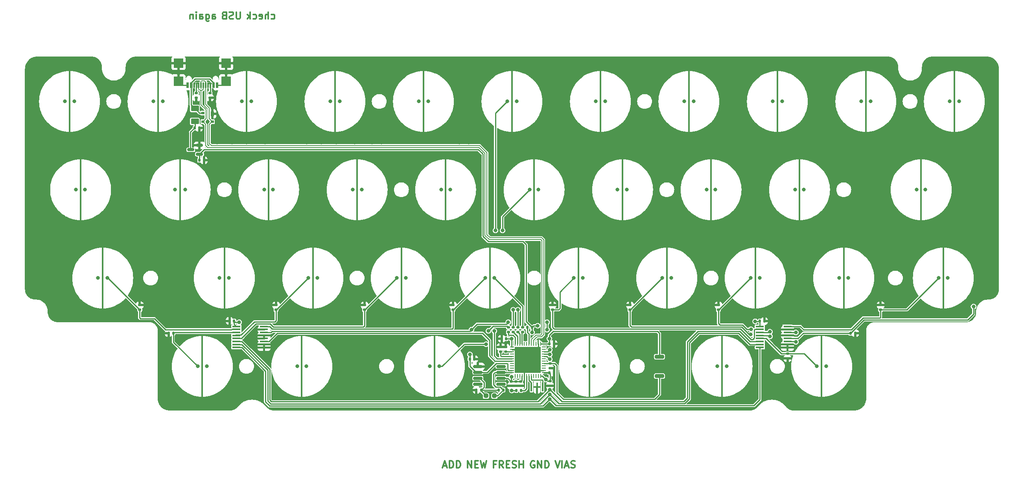
<source format=gbr>
%TF.GenerationSoftware,KiCad,Pcbnew,(7.0.0)*%
%TF.CreationDate,2023-05-05T19:02:52+02:00*%
%TF.ProjectId,travaulta revision,74726176-6175-46c7-9461-207265766973,rev?*%
%TF.SameCoordinates,Original*%
%TF.FileFunction,Copper,L4,Bot*%
%TF.FilePolarity,Positive*%
%FSLAX46Y46*%
G04 Gerber Fmt 4.6, Leading zero omitted, Abs format (unit mm)*
G04 Created by KiCad (PCBNEW (7.0.0)) date 2023-05-05 19:02:52*
%MOMM*%
%LPD*%
G01*
G04 APERTURE LIST*
G04 Aperture macros list*
%AMRoundRect*
0 Rectangle with rounded corners*
0 $1 Rounding radius*
0 $2 $3 $4 $5 $6 $7 $8 $9 X,Y pos of 4 corners*
0 Add a 4 corners polygon primitive as box body*
4,1,4,$2,$3,$4,$5,$6,$7,$8,$9,$2,$3,0*
0 Add four circle primitives for the rounded corners*
1,1,$1+$1,$2,$3*
1,1,$1+$1,$4,$5*
1,1,$1+$1,$6,$7*
1,1,$1+$1,$8,$9*
0 Add four rect primitives between the rounded corners*
20,1,$1+$1,$2,$3,$4,$5,0*
20,1,$1+$1,$4,$5,$6,$7,0*
20,1,$1+$1,$6,$7,$8,$9,0*
20,1,$1+$1,$8,$9,$2,$3,0*%
%AMFreePoly0*
4,1,17,0.124698,6.656366,0.180194,6.586777,0.200000,6.500000,0.200000,-6.500000,0.180194,-6.586777,0.124698,-6.656366,0.044504,-6.694986,-0.044504,-6.694986,-0.124698,-6.656366,-0.180194,-6.586777,-0.200000,-6.500000,-0.200000,6.500000,-0.180194,6.586777,-0.124698,6.656366,-0.044504,6.694986,0.044504,6.694986,0.124698,6.656366,0.124698,6.656366,$1*%
G04 Aperture macros list end*
%ADD10C,0.300000*%
%TA.AperFunction,NonConductor*%
%ADD11C,0.300000*%
%TD*%
%TA.AperFunction,SMDPad,CuDef*%
%ADD12FreePoly0,0.000000*%
%TD*%
%TA.AperFunction,SMDPad,CuDef*%
%ADD13FreePoly0,180.000000*%
%TD*%
%TA.AperFunction,SMDPad,CuDef*%
%ADD14R,0.400000X1.900000*%
%TD*%
%TA.AperFunction,SMDPad,CuDef*%
%ADD15RoundRect,0.140000X0.140000X0.170000X-0.140000X0.170000X-0.140000X-0.170000X0.140000X-0.170000X0*%
%TD*%
%TA.AperFunction,SMDPad,CuDef*%
%ADD16RoundRect,0.140000X-0.140000X-0.170000X0.140000X-0.170000X0.140000X0.170000X-0.140000X0.170000X0*%
%TD*%
%TA.AperFunction,SMDPad,CuDef*%
%ADD17RoundRect,0.140000X-0.170000X0.140000X-0.170000X-0.140000X0.170000X-0.140000X0.170000X0.140000X0*%
%TD*%
%TA.AperFunction,SMDPad,CuDef*%
%ADD18RoundRect,0.150000X-0.825000X-0.150000X0.825000X-0.150000X0.825000X0.150000X-0.825000X0.150000X0*%
%TD*%
%TA.AperFunction,SMDPad,CuDef*%
%ADD19RoundRect,0.135000X-0.185000X0.135000X-0.185000X-0.135000X0.185000X-0.135000X0.185000X0.135000X0*%
%TD*%
%TA.AperFunction,SMDPad,CuDef*%
%ADD20RoundRect,0.135000X0.185000X-0.135000X0.185000X0.135000X-0.185000X0.135000X-0.185000X-0.135000X0*%
%TD*%
%TA.AperFunction,SMDPad,CuDef*%
%ADD21RoundRect,0.135000X-0.135000X-0.185000X0.135000X-0.185000X0.135000X0.185000X-0.135000X0.185000X0*%
%TD*%
%TA.AperFunction,SMDPad,CuDef*%
%ADD22RoundRect,0.062500X0.062500X-0.375000X0.062500X0.375000X-0.062500X0.375000X-0.062500X-0.375000X0*%
%TD*%
%TA.AperFunction,SMDPad,CuDef*%
%ADD23RoundRect,0.062500X0.375000X-0.062500X0.375000X0.062500X-0.375000X0.062500X-0.375000X-0.062500X0*%
%TD*%
%TA.AperFunction,SMDPad,CuDef*%
%ADD24R,5.600000X5.600000*%
%TD*%
%TA.AperFunction,SMDPad,CuDef*%
%ADD25RoundRect,0.135000X0.135000X0.185000X-0.135000X0.185000X-0.135000X-0.185000X0.135000X-0.185000X0*%
%TD*%
%TA.AperFunction,SMDPad,CuDef*%
%ADD26R,1.778000X0.419100*%
%TD*%
%TA.AperFunction,SMDPad,CuDef*%
%ADD27RoundRect,0.250000X-0.625000X0.375000X-0.625000X-0.375000X0.625000X-0.375000X0.625000X0.375000X0*%
%TD*%
%TA.AperFunction,SMDPad,CuDef*%
%ADD28R,0.700000X1.000000*%
%TD*%
%TA.AperFunction,SMDPad,CuDef*%
%ADD29R,0.700000X0.600000*%
%TD*%
%TA.AperFunction,SMDPad,CuDef*%
%ADD30RoundRect,0.140000X0.170000X-0.140000X0.170000X0.140000X-0.170000X0.140000X-0.170000X-0.140000X0*%
%TD*%
%TA.AperFunction,SMDPad,CuDef*%
%ADD31RoundRect,0.200000X-0.800000X0.200000X-0.800000X-0.200000X0.800000X-0.200000X0.800000X0.200000X0*%
%TD*%
%TA.AperFunction,SMDPad,CuDef*%
%ADD32RoundRect,0.150000X0.587500X0.150000X-0.587500X0.150000X-0.587500X-0.150000X0.587500X-0.150000X0*%
%TD*%
%TA.AperFunction,SMDPad,CuDef*%
%ADD33RoundRect,0.237500X0.250000X0.237500X-0.250000X0.237500X-0.250000X-0.237500X0.250000X-0.237500X0*%
%TD*%
%TA.AperFunction,SMDPad,CuDef*%
%ADD34R,0.600000X1.300000*%
%TD*%
%TA.AperFunction,SMDPad,CuDef*%
%ADD35R,0.300000X1.300000*%
%TD*%
%TA.AperFunction,SMDPad,CuDef*%
%ADD36R,2.000000X2.000000*%
%TD*%
%TA.AperFunction,ViaPad*%
%ADD37C,0.800000*%
%TD*%
%TA.AperFunction,Conductor*%
%ADD38C,0.250000*%
%TD*%
%TA.AperFunction,Conductor*%
%ADD39C,0.200000*%
%TD*%
G04 APERTURE END LIST*
D10*
D11*
X134429464Y-135770000D02*
X135143750Y-135770000D01*
X134286607Y-136198571D02*
X134786607Y-134698571D01*
X134786607Y-134698571D02*
X135286607Y-136198571D01*
X135786606Y-136198571D02*
X135786606Y-134698571D01*
X135786606Y-134698571D02*
X136143749Y-134698571D01*
X136143749Y-134698571D02*
X136358035Y-134770000D01*
X136358035Y-134770000D02*
X136500892Y-134912857D01*
X136500892Y-134912857D02*
X136572321Y-135055714D01*
X136572321Y-135055714D02*
X136643749Y-135341428D01*
X136643749Y-135341428D02*
X136643749Y-135555714D01*
X136643749Y-135555714D02*
X136572321Y-135841428D01*
X136572321Y-135841428D02*
X136500892Y-135984285D01*
X136500892Y-135984285D02*
X136358035Y-136127142D01*
X136358035Y-136127142D02*
X136143749Y-136198571D01*
X136143749Y-136198571D02*
X135786606Y-136198571D01*
X137286606Y-136198571D02*
X137286606Y-134698571D01*
X137286606Y-134698571D02*
X137643749Y-134698571D01*
X137643749Y-134698571D02*
X137858035Y-134770000D01*
X137858035Y-134770000D02*
X138000892Y-134912857D01*
X138000892Y-134912857D02*
X138072321Y-135055714D01*
X138072321Y-135055714D02*
X138143749Y-135341428D01*
X138143749Y-135341428D02*
X138143749Y-135555714D01*
X138143749Y-135555714D02*
X138072321Y-135841428D01*
X138072321Y-135841428D02*
X138000892Y-135984285D01*
X138000892Y-135984285D02*
X137858035Y-136127142D01*
X137858035Y-136127142D02*
X137643749Y-136198571D01*
X137643749Y-136198571D02*
X137286606Y-136198571D01*
X139686606Y-136198571D02*
X139686606Y-134698571D01*
X139686606Y-134698571D02*
X140543749Y-136198571D01*
X140543749Y-136198571D02*
X140543749Y-134698571D01*
X141258035Y-135412857D02*
X141758035Y-135412857D01*
X141972321Y-136198571D02*
X141258035Y-136198571D01*
X141258035Y-136198571D02*
X141258035Y-134698571D01*
X141258035Y-134698571D02*
X141972321Y-134698571D01*
X142472321Y-134698571D02*
X142829464Y-136198571D01*
X142829464Y-136198571D02*
X143115178Y-135127142D01*
X143115178Y-135127142D02*
X143400893Y-136198571D01*
X143400893Y-136198571D02*
X143758036Y-134698571D01*
X145729464Y-135412857D02*
X145229464Y-135412857D01*
X145229464Y-136198571D02*
X145229464Y-134698571D01*
X145229464Y-134698571D02*
X145943750Y-134698571D01*
X147372321Y-136198571D02*
X146872321Y-135484285D01*
X146515178Y-136198571D02*
X146515178Y-134698571D01*
X146515178Y-134698571D02*
X147086607Y-134698571D01*
X147086607Y-134698571D02*
X147229464Y-134770000D01*
X147229464Y-134770000D02*
X147300893Y-134841428D01*
X147300893Y-134841428D02*
X147372321Y-134984285D01*
X147372321Y-134984285D02*
X147372321Y-135198571D01*
X147372321Y-135198571D02*
X147300893Y-135341428D01*
X147300893Y-135341428D02*
X147229464Y-135412857D01*
X147229464Y-135412857D02*
X147086607Y-135484285D01*
X147086607Y-135484285D02*
X146515178Y-135484285D01*
X148015178Y-135412857D02*
X148515178Y-135412857D01*
X148729464Y-136198571D02*
X148015178Y-136198571D01*
X148015178Y-136198571D02*
X148015178Y-134698571D01*
X148015178Y-134698571D02*
X148729464Y-134698571D01*
X149300893Y-136127142D02*
X149515179Y-136198571D01*
X149515179Y-136198571D02*
X149872321Y-136198571D01*
X149872321Y-136198571D02*
X150015179Y-136127142D01*
X150015179Y-136127142D02*
X150086607Y-136055714D01*
X150086607Y-136055714D02*
X150158036Y-135912857D01*
X150158036Y-135912857D02*
X150158036Y-135770000D01*
X150158036Y-135770000D02*
X150086607Y-135627142D01*
X150086607Y-135627142D02*
X150015179Y-135555714D01*
X150015179Y-135555714D02*
X149872321Y-135484285D01*
X149872321Y-135484285D02*
X149586607Y-135412857D01*
X149586607Y-135412857D02*
X149443750Y-135341428D01*
X149443750Y-135341428D02*
X149372321Y-135270000D01*
X149372321Y-135270000D02*
X149300893Y-135127142D01*
X149300893Y-135127142D02*
X149300893Y-134984285D01*
X149300893Y-134984285D02*
X149372321Y-134841428D01*
X149372321Y-134841428D02*
X149443750Y-134770000D01*
X149443750Y-134770000D02*
X149586607Y-134698571D01*
X149586607Y-134698571D02*
X149943750Y-134698571D01*
X149943750Y-134698571D02*
X150158036Y-134770000D01*
X150800892Y-136198571D02*
X150800892Y-134698571D01*
X150800892Y-135412857D02*
X151658035Y-135412857D01*
X151658035Y-136198571D02*
X151658035Y-134698571D01*
X154058036Y-134770000D02*
X153915179Y-134698571D01*
X153915179Y-134698571D02*
X153700893Y-134698571D01*
X153700893Y-134698571D02*
X153486607Y-134770000D01*
X153486607Y-134770000D02*
X153343750Y-134912857D01*
X153343750Y-134912857D02*
X153272321Y-135055714D01*
X153272321Y-135055714D02*
X153200893Y-135341428D01*
X153200893Y-135341428D02*
X153200893Y-135555714D01*
X153200893Y-135555714D02*
X153272321Y-135841428D01*
X153272321Y-135841428D02*
X153343750Y-135984285D01*
X153343750Y-135984285D02*
X153486607Y-136127142D01*
X153486607Y-136127142D02*
X153700893Y-136198571D01*
X153700893Y-136198571D02*
X153843750Y-136198571D01*
X153843750Y-136198571D02*
X154058036Y-136127142D01*
X154058036Y-136127142D02*
X154129464Y-136055714D01*
X154129464Y-136055714D02*
X154129464Y-135555714D01*
X154129464Y-135555714D02*
X153843750Y-135555714D01*
X154772321Y-136198571D02*
X154772321Y-134698571D01*
X154772321Y-134698571D02*
X155629464Y-136198571D01*
X155629464Y-136198571D02*
X155629464Y-134698571D01*
X156343750Y-136198571D02*
X156343750Y-134698571D01*
X156343750Y-134698571D02*
X156700893Y-134698571D01*
X156700893Y-134698571D02*
X156915179Y-134770000D01*
X156915179Y-134770000D02*
X157058036Y-134912857D01*
X157058036Y-134912857D02*
X157129465Y-135055714D01*
X157129465Y-135055714D02*
X157200893Y-135341428D01*
X157200893Y-135341428D02*
X157200893Y-135555714D01*
X157200893Y-135555714D02*
X157129465Y-135841428D01*
X157129465Y-135841428D02*
X157058036Y-135984285D01*
X157058036Y-135984285D02*
X156915179Y-136127142D01*
X156915179Y-136127142D02*
X156700893Y-136198571D01*
X156700893Y-136198571D02*
X156343750Y-136198571D01*
X158529465Y-134698571D02*
X159029465Y-136198571D01*
X159029465Y-136198571D02*
X159529465Y-134698571D01*
X160029464Y-136198571D02*
X160029464Y-134698571D01*
X160672322Y-135770000D02*
X161386608Y-135770000D01*
X160529465Y-136198571D02*
X161029465Y-134698571D01*
X161029465Y-134698571D02*
X161529465Y-136198571D01*
X161958036Y-136127142D02*
X162172322Y-136198571D01*
X162172322Y-136198571D02*
X162529464Y-136198571D01*
X162529464Y-136198571D02*
X162672322Y-136127142D01*
X162672322Y-136127142D02*
X162743750Y-136055714D01*
X162743750Y-136055714D02*
X162815179Y-135912857D01*
X162815179Y-135912857D02*
X162815179Y-135770000D01*
X162815179Y-135770000D02*
X162743750Y-135627142D01*
X162743750Y-135627142D02*
X162672322Y-135555714D01*
X162672322Y-135555714D02*
X162529464Y-135484285D01*
X162529464Y-135484285D02*
X162243750Y-135412857D01*
X162243750Y-135412857D02*
X162100893Y-135341428D01*
X162100893Y-135341428D02*
X162029464Y-135270000D01*
X162029464Y-135270000D02*
X161958036Y-135127142D01*
X161958036Y-135127142D02*
X161958036Y-134984285D01*
X161958036Y-134984285D02*
X162029464Y-134841428D01*
X162029464Y-134841428D02*
X162100893Y-134770000D01*
X162100893Y-134770000D02*
X162243750Y-134698571D01*
X162243750Y-134698571D02*
X162600893Y-134698571D01*
X162600893Y-134698571D02*
X162815179Y-134770000D01*
D10*
D11*
X97425000Y-39289642D02*
X97567857Y-39361071D01*
X97567857Y-39361071D02*
X97853571Y-39361071D01*
X97853571Y-39361071D02*
X97996428Y-39289642D01*
X97996428Y-39289642D02*
X98067857Y-39218214D01*
X98067857Y-39218214D02*
X98139285Y-39075357D01*
X98139285Y-39075357D02*
X98139285Y-38646785D01*
X98139285Y-38646785D02*
X98067857Y-38503928D01*
X98067857Y-38503928D02*
X97996428Y-38432500D01*
X97996428Y-38432500D02*
X97853571Y-38361071D01*
X97853571Y-38361071D02*
X97567857Y-38361071D01*
X97567857Y-38361071D02*
X97425000Y-38432500D01*
X96782143Y-39361071D02*
X96782143Y-37861071D01*
X96139286Y-39361071D02*
X96139286Y-38575357D01*
X96139286Y-38575357D02*
X96210714Y-38432500D01*
X96210714Y-38432500D02*
X96353571Y-38361071D01*
X96353571Y-38361071D02*
X96567857Y-38361071D01*
X96567857Y-38361071D02*
X96710714Y-38432500D01*
X96710714Y-38432500D02*
X96782143Y-38503928D01*
X94853571Y-39289642D02*
X94996428Y-39361071D01*
X94996428Y-39361071D02*
X95282143Y-39361071D01*
X95282143Y-39361071D02*
X95425000Y-39289642D01*
X95425000Y-39289642D02*
X95496428Y-39146785D01*
X95496428Y-39146785D02*
X95496428Y-38575357D01*
X95496428Y-38575357D02*
X95425000Y-38432500D01*
X95425000Y-38432500D02*
X95282143Y-38361071D01*
X95282143Y-38361071D02*
X94996428Y-38361071D01*
X94996428Y-38361071D02*
X94853571Y-38432500D01*
X94853571Y-38432500D02*
X94782143Y-38575357D01*
X94782143Y-38575357D02*
X94782143Y-38718214D01*
X94782143Y-38718214D02*
X95496428Y-38861071D01*
X93496429Y-39289642D02*
X93639286Y-39361071D01*
X93639286Y-39361071D02*
X93925000Y-39361071D01*
X93925000Y-39361071D02*
X94067857Y-39289642D01*
X94067857Y-39289642D02*
X94139286Y-39218214D01*
X94139286Y-39218214D02*
X94210714Y-39075357D01*
X94210714Y-39075357D02*
X94210714Y-38646785D01*
X94210714Y-38646785D02*
X94139286Y-38503928D01*
X94139286Y-38503928D02*
X94067857Y-38432500D01*
X94067857Y-38432500D02*
X93925000Y-38361071D01*
X93925000Y-38361071D02*
X93639286Y-38361071D01*
X93639286Y-38361071D02*
X93496429Y-38432500D01*
X92853572Y-39361071D02*
X92853572Y-37861071D01*
X92710715Y-38789642D02*
X92282143Y-39361071D01*
X92282143Y-38361071D02*
X92853572Y-38932500D01*
X90739286Y-37861071D02*
X90739286Y-39075357D01*
X90739286Y-39075357D02*
X90667857Y-39218214D01*
X90667857Y-39218214D02*
X90596429Y-39289642D01*
X90596429Y-39289642D02*
X90453571Y-39361071D01*
X90453571Y-39361071D02*
X90167857Y-39361071D01*
X90167857Y-39361071D02*
X90025000Y-39289642D01*
X90025000Y-39289642D02*
X89953571Y-39218214D01*
X89953571Y-39218214D02*
X89882143Y-39075357D01*
X89882143Y-39075357D02*
X89882143Y-37861071D01*
X89239285Y-39289642D02*
X89025000Y-39361071D01*
X89025000Y-39361071D02*
X88667857Y-39361071D01*
X88667857Y-39361071D02*
X88525000Y-39289642D01*
X88525000Y-39289642D02*
X88453571Y-39218214D01*
X88453571Y-39218214D02*
X88382142Y-39075357D01*
X88382142Y-39075357D02*
X88382142Y-38932500D01*
X88382142Y-38932500D02*
X88453571Y-38789642D01*
X88453571Y-38789642D02*
X88525000Y-38718214D01*
X88525000Y-38718214D02*
X88667857Y-38646785D01*
X88667857Y-38646785D02*
X88953571Y-38575357D01*
X88953571Y-38575357D02*
X89096428Y-38503928D01*
X89096428Y-38503928D02*
X89167857Y-38432500D01*
X89167857Y-38432500D02*
X89239285Y-38289642D01*
X89239285Y-38289642D02*
X89239285Y-38146785D01*
X89239285Y-38146785D02*
X89167857Y-38003928D01*
X89167857Y-38003928D02*
X89096428Y-37932500D01*
X89096428Y-37932500D02*
X88953571Y-37861071D01*
X88953571Y-37861071D02*
X88596428Y-37861071D01*
X88596428Y-37861071D02*
X88382142Y-37932500D01*
X87239286Y-38575357D02*
X87025000Y-38646785D01*
X87025000Y-38646785D02*
X86953571Y-38718214D01*
X86953571Y-38718214D02*
X86882143Y-38861071D01*
X86882143Y-38861071D02*
X86882143Y-39075357D01*
X86882143Y-39075357D02*
X86953571Y-39218214D01*
X86953571Y-39218214D02*
X87025000Y-39289642D01*
X87025000Y-39289642D02*
X87167857Y-39361071D01*
X87167857Y-39361071D02*
X87739286Y-39361071D01*
X87739286Y-39361071D02*
X87739286Y-37861071D01*
X87739286Y-37861071D02*
X87239286Y-37861071D01*
X87239286Y-37861071D02*
X87096429Y-37932500D01*
X87096429Y-37932500D02*
X87025000Y-38003928D01*
X87025000Y-38003928D02*
X86953571Y-38146785D01*
X86953571Y-38146785D02*
X86953571Y-38289642D01*
X86953571Y-38289642D02*
X87025000Y-38432500D01*
X87025000Y-38432500D02*
X87096429Y-38503928D01*
X87096429Y-38503928D02*
X87239286Y-38575357D01*
X87239286Y-38575357D02*
X87739286Y-38575357D01*
X84696429Y-39361071D02*
X84696429Y-38575357D01*
X84696429Y-38575357D02*
X84767857Y-38432500D01*
X84767857Y-38432500D02*
X84910714Y-38361071D01*
X84910714Y-38361071D02*
X85196429Y-38361071D01*
X85196429Y-38361071D02*
X85339286Y-38432500D01*
X84696429Y-39289642D02*
X84839286Y-39361071D01*
X84839286Y-39361071D02*
X85196429Y-39361071D01*
X85196429Y-39361071D02*
X85339286Y-39289642D01*
X85339286Y-39289642D02*
X85410714Y-39146785D01*
X85410714Y-39146785D02*
X85410714Y-39003928D01*
X85410714Y-39003928D02*
X85339286Y-38861071D01*
X85339286Y-38861071D02*
X85196429Y-38789642D01*
X85196429Y-38789642D02*
X84839286Y-38789642D01*
X84839286Y-38789642D02*
X84696429Y-38718214D01*
X83339286Y-38361071D02*
X83339286Y-39575357D01*
X83339286Y-39575357D02*
X83410714Y-39718214D01*
X83410714Y-39718214D02*
X83482143Y-39789642D01*
X83482143Y-39789642D02*
X83625000Y-39861071D01*
X83625000Y-39861071D02*
X83839286Y-39861071D01*
X83839286Y-39861071D02*
X83982143Y-39789642D01*
X83339286Y-39289642D02*
X83482143Y-39361071D01*
X83482143Y-39361071D02*
X83767857Y-39361071D01*
X83767857Y-39361071D02*
X83910714Y-39289642D01*
X83910714Y-39289642D02*
X83982143Y-39218214D01*
X83982143Y-39218214D02*
X84053571Y-39075357D01*
X84053571Y-39075357D02*
X84053571Y-38646785D01*
X84053571Y-38646785D02*
X83982143Y-38503928D01*
X83982143Y-38503928D02*
X83910714Y-38432500D01*
X83910714Y-38432500D02*
X83767857Y-38361071D01*
X83767857Y-38361071D02*
X83482143Y-38361071D01*
X83482143Y-38361071D02*
X83339286Y-38432500D01*
X81982143Y-39361071D02*
X81982143Y-38575357D01*
X81982143Y-38575357D02*
X82053571Y-38432500D01*
X82053571Y-38432500D02*
X82196428Y-38361071D01*
X82196428Y-38361071D02*
X82482143Y-38361071D01*
X82482143Y-38361071D02*
X82625000Y-38432500D01*
X81982143Y-39289642D02*
X82125000Y-39361071D01*
X82125000Y-39361071D02*
X82482143Y-39361071D01*
X82482143Y-39361071D02*
X82625000Y-39289642D01*
X82625000Y-39289642D02*
X82696428Y-39146785D01*
X82696428Y-39146785D02*
X82696428Y-39003928D01*
X82696428Y-39003928D02*
X82625000Y-38861071D01*
X82625000Y-38861071D02*
X82482143Y-38789642D01*
X82482143Y-38789642D02*
X82125000Y-38789642D01*
X82125000Y-38789642D02*
X81982143Y-38718214D01*
X81267857Y-39361071D02*
X81267857Y-38361071D01*
X81267857Y-37861071D02*
X81339285Y-37932500D01*
X81339285Y-37932500D02*
X81267857Y-38003928D01*
X81267857Y-38003928D02*
X81196428Y-37932500D01*
X81196428Y-37932500D02*
X81267857Y-37861071D01*
X81267857Y-37861071D02*
X81267857Y-38003928D01*
X80553571Y-38361071D02*
X80553571Y-39361071D01*
X80553571Y-38503928D02*
X80482142Y-38432500D01*
X80482142Y-38432500D02*
X80339285Y-38361071D01*
X80339285Y-38361071D02*
X80124999Y-38361071D01*
X80124999Y-38361071D02*
X79982142Y-38432500D01*
X79982142Y-38432500D02*
X79910714Y-38575357D01*
X79910714Y-38575357D02*
X79910714Y-39361071D01*
D12*
%TO.P,SW20,3,SG*%
%TO.N,GND*%
X211137500Y-76200000D03*
%TD*%
D13*
%TO.P,SW27,3,SG*%
%TO.N,GND*%
X163512500Y-95250000D03*
%TD*%
D12*
%TO.P,SW15,3,SG*%
%TO.N,GND*%
X115887500Y-76200000D03*
%TD*%
%TO.P,SW18,3,SG*%
%TO.N,GND*%
X173037500Y-76200000D03*
%TD*%
%TO.P,SW1,3,SG*%
%TO.N,GND*%
X53975000Y-57150000D03*
%TD*%
%TO.P,SW9,3,SG*%
%TO.N,GND*%
X206375000Y-57150000D03*
%TD*%
D13*
%TO.P,SW28,3,SG*%
%TO.N,GND*%
X182562500Y-95250000D03*
%TD*%
D12*
%TO.P,SW4,3,SG*%
%TO.N,GND*%
X111125000Y-57150000D03*
%TD*%
%TO.P,SW17,3,SG*%
%TO.N,GND*%
X153987500Y-76200000D03*
%TD*%
%TO.P,SW12,3,SG*%
%TO.N,GND*%
X56358000Y-76200000D03*
%TD*%
D13*
%TO.P,SW23,3,SG*%
%TO.N,GND*%
X87312500Y-95250000D03*
%TD*%
%TO.P,SW34,3,SG*%
%TO.N,GND*%
X132555000Y-114300000D03*
%TD*%
D12*
%TO.P,SW22,3,SG*%
%TO.N,GND*%
X61120000Y-95250000D03*
%TD*%
%TO.P,SW16,3,SG*%
%TO.N,GND*%
X134937500Y-76200000D03*
%TD*%
%TO.P,SW14,3,SG*%
%TO.N,GND*%
X96837500Y-76200000D03*
%TD*%
%TO.P,SW7,3,SG*%
%TO.N,GND*%
X168275000Y-57150000D03*
%TD*%
D13*
%TO.P,SW24,3,SG*%
%TO.N,GND*%
X106362500Y-95250000D03*
%TD*%
D12*
%TO.P,SW11,3,SG*%
%TO.N,GND*%
X244475000Y-57150000D03*
%TD*%
D13*
%TO.P,SW31,3,SG*%
%TO.N,GND*%
X242095000Y-95250000D03*
%TD*%
D12*
%TO.P,SW2,3,SG*%
%TO.N,GND*%
X73025000Y-57150000D03*
%TD*%
%TO.P,SW5,3,SG*%
%TO.N,GND*%
X130175000Y-57150000D03*
%TD*%
%TO.P,SW8,3,SG*%
%TO.N,GND*%
X187325000Y-57150000D03*
%TD*%
%TO.P,SW13,3,SG*%
%TO.N,GND*%
X77787500Y-76200000D03*
%TD*%
D13*
%TO.P,SW21,3,SG*%
%TO.N,GND*%
X237330000Y-76200000D03*
%TD*%
%TO.P,SW36,3,SG*%
%TO.N,GND*%
X194470000Y-114300000D03*
%TD*%
%TO.P,SW35,3,SG*%
%TO.N,GND*%
X165892000Y-114300000D03*
%TD*%
%TO.P,SW25,3,SG*%
%TO.N,GND*%
X125412500Y-95250000D03*
%TD*%
%TO.P,SW33,3,SG*%
%TO.N,GND*%
X103980000Y-114300000D03*
%TD*%
%TO.P,SW32,3,SG*%
%TO.N,GND*%
X82550000Y-114300000D03*
%TD*%
D12*
%TO.P,SW3,3,SG*%
%TO.N,GND*%
X92075000Y-57150000D03*
%TD*%
D13*
%TO.P,SW26,3,SG*%
%TO.N,GND*%
X144462500Y-95250000D03*
%TD*%
D12*
%TO.P,SW6,3,SG*%
%TO.N,GND*%
X149225000Y-57150000D03*
%TD*%
D13*
%TO.P,SW30,3,SG*%
%TO.N,GND*%
X220662500Y-95250000D03*
%TD*%
%TO.P,SW29,3,SG*%
%TO.N,GND*%
X201612500Y-95250000D03*
%TD*%
%TO.P,SW37,3,SG*%
%TO.N,GND*%
X215900000Y-114300000D03*
%TD*%
D12*
%TO.P,SW10,3,SG*%
%TO.N,GND*%
X225425000Y-57150000D03*
%TD*%
%TO.P,SW19,3,SG*%
%TO.N,GND*%
X192087500Y-76200000D03*
%TD*%
D14*
%TO.P,Y1,1,1*%
%TO.N,XTAL1*%
X153415999Y-118744999D03*
%TO.P,Y1,2,2*%
%TO.N,GND*%
X154615999Y-118744999D03*
%TO.P,Y1,3,3*%
%TO.N,XTAL0*%
X155815999Y-118744999D03*
%TD*%
D15*
%TO.P,C7,1*%
%TO.N,VBAT*%
X147984000Y-108331000D03*
%TO.P,C7,2*%
%TO.N,GND*%
X147024000Y-108331000D03*
%TD*%
D16*
%TO.P,C12,1*%
%TO.N,VBAT*%
X202609436Y-104534305D03*
%TO.P,C12,2*%
%TO.N,GND*%
X203569436Y-104534305D03*
%TD*%
D17*
%TO.P,C15,1*%
%TO.N,VBAT*%
X149031000Y-117540000D03*
%TO.P,C15,2*%
%TO.N,GND*%
X149031000Y-118500000D03*
%TD*%
D18*
%TO.P,U5,1*%
%TO.N,N/C*%
X141899097Y-118120501D03*
%TO.P,U5,2,IN-*%
%TO.N,Net-(JP1-B)*%
X141899097Y-116850501D03*
%TO.P,U5,3,IN+*%
%TO.N,APLEX_OUT_PIN_0*%
X141899097Y-115580501D03*
%TO.P,U5,4,V-*%
%TO.N,GND*%
X141899097Y-114310501D03*
%TO.P,U5,5*%
%TO.N,N/C*%
X146849097Y-114310501D03*
%TO.P,U5,6,OUT*%
%TO.N,ADC*%
X146849097Y-115580501D03*
%TO.P,U5,7,V+*%
%TO.N,VBAT*%
X146849097Y-116850501D03*
%TO.P,U5,8*%
%TO.N,N/C*%
X146849097Y-118120501D03*
%TD*%
D19*
%TO.P,R7,1*%
%TO.N,GND*%
X146742000Y-110107000D03*
%TO.P,R7,2*%
%TO.N,BOOT1*%
X146742000Y-111127000D03*
%TD*%
D20*
%TO.P,R11,1*%
%TO.N,COL2*%
X98425000Y-102110000D03*
%TO.P,R11,2*%
%TO.N,GND*%
X98425000Y-101090000D03*
%TD*%
D19*
%TO.P,R2,1*%
%TO.N,ROW2*%
X151511000Y-105877000D03*
%TO.P,R2,2*%
%TO.N,Net-(U1-PB15)*%
X151511000Y-106897000D03*
%TD*%
D16*
%TO.P,C9,1*%
%TO.N,VBAT*%
X157311000Y-115663994D03*
%TO.P,C9,2*%
%TO.N,GND*%
X158271000Y-115663994D03*
%TD*%
D21*
%TO.P,R4,1*%
%TO.N,Net-(U1-PA10)*%
X152525000Y-105918000D03*
%TO.P,R4,2*%
%TO.N,VBAT*%
X153545000Y-105918000D03*
%TD*%
D22*
%TO.P,U1,1,VBAT*%
%TO.N,VBAT*%
X155404000Y-116340500D03*
%TO.P,U1,2,PC13*%
%TO.N,unconnected-(U1-PC13-Pad2)*%
X154904000Y-116340500D03*
%TO.P,U1,3,PC14*%
%TO.N,unconnected-(U1-PC14-Pad3)*%
X154404000Y-116340500D03*
%TO.P,U1,4,PC15*%
%TO.N,unconnected-(U1-PC15-Pad4)*%
X153904000Y-116340500D03*
%TO.P,U1,5,PH0*%
%TO.N,XTAL0*%
X153404000Y-116340500D03*
%TO.P,U1,6,PH1*%
%TO.N,XTAL1*%
X152904000Y-116340500D03*
%TO.P,U1,7,NRST*%
%TO.N,NRST*%
X152404000Y-116340500D03*
%TO.P,U1,8,VSSA*%
%TO.N,GND*%
X151904000Y-116340500D03*
%TO.P,U1,9,VREF+*%
%TO.N,VBAT*%
X151404000Y-116340500D03*
%TO.P,U1,10,PA0*%
%TO.N,unconnected-(U1-PA0-Pad10)*%
X150904000Y-116340500D03*
%TO.P,U1,11,PA1*%
%TO.N,unconnected-(U1-PA1-Pad11)*%
X150404000Y-116340500D03*
%TO.P,U1,12,PA2*%
%TO.N,unconnected-(U1-PA2-Pad12)*%
X149904000Y-116340500D03*
D23*
%TO.P,U1,13,PA3*%
%TO.N,ADC*%
X149216500Y-115653000D03*
%TO.P,U1,14,PA4*%
%TO.N,APLEX_OUT_PIN_0*%
X149216500Y-115153000D03*
%TO.P,U1,15,PA5*%
%TO.N,unconnected-(U1-PA5-Pad15)*%
X149216500Y-114653000D03*
%TO.P,U1,16,PA6*%
%TO.N,unconnected-(U1-PA6-Pad16)*%
X149216500Y-114153000D03*
%TO.P,U1,17,PA7*%
%TO.N,unconnected-(U1-PA7-Pad17)*%
X149216500Y-113653000D03*
%TO.P,U1,18,PB0*%
%TO.N,APLEX_EN_PIN_0*%
X149216500Y-113153000D03*
%TO.P,U1,19,PB1*%
%TO.N,APLEX_EN_PIN_1*%
X149216500Y-112653000D03*
%TO.P,U1,20,PB2*%
%TO.N,BOOT1*%
X149216500Y-112153000D03*
%TO.P,U1,21,PB10*%
%TO.N,unconnected-(U1-PB10-Pad21)*%
X149216500Y-111653000D03*
%TO.P,U1,22,VCAP1*%
%TO.N,Net-(U1-VCAP1)*%
X149216500Y-111153000D03*
%TO.P,U1,23,VSS*%
%TO.N,GND*%
X149216500Y-110653000D03*
%TO.P,U1,24,VDD*%
%TO.N,VBAT*%
X149216500Y-110153000D03*
D22*
%TO.P,U1,25,PB12*%
%TO.N,Net-(U1-PB12)*%
X149904000Y-109465500D03*
%TO.P,U1,26,PB13*%
%TO.N,Net-(U1-PB13)*%
X150404000Y-109465500D03*
%TO.P,U1,27,PB14*%
%TO.N,Net-(U1-PB14)*%
X150904000Y-109465500D03*
%TO.P,U1,28,PB15*%
%TO.N,Net-(U1-PB15)*%
X151404000Y-109465500D03*
%TO.P,U1,29,PA8*%
%TO.N,unconnected-(U1-PA8-Pad29)*%
X151904000Y-109465500D03*
%TO.P,U1,30,PA9*%
%TO.N,unconnected-(U1-PA9-Pad30)*%
X152404000Y-109465500D03*
%TO.P,U1,31,PA10*%
%TO.N,Net-(U1-PA10)*%
X152904000Y-109465500D03*
%TO.P,U1,32,PA11*%
%TO.N,D-*%
X153404000Y-109465500D03*
%TO.P,U1,33,PA12*%
%TO.N,D+*%
X153904000Y-109465500D03*
%TO.P,U1,34,PA13*%
%TO.N,SWDIO*%
X154404000Y-109465500D03*
%TO.P,U1,35,VSS*%
%TO.N,GND*%
X154904000Y-109465500D03*
%TO.P,U1,36,VDD*%
%TO.N,VBAT*%
X155404000Y-109465500D03*
D23*
%TO.P,U1,37,PA14*%
%TO.N,SWCLK*%
X156091500Y-110153000D03*
%TO.P,U1,38,PA15*%
%TO.N,unconnected-(U1-PA15-Pad38)*%
X156091500Y-110653000D03*
%TO.P,U1,39,PB3*%
%TO.N,AMUX_SEL_2*%
X156091500Y-111153000D03*
%TO.P,U1,40,PB4*%
%TO.N,AMUX_SEL_1*%
X156091500Y-111653000D03*
%TO.P,U1,41,PB5*%
%TO.N,AMUX_SEL_0*%
X156091500Y-112153000D03*
%TO.P,U1,42,PB6*%
%TO.N,unconnected-(U1-PB6-Pad42)*%
X156091500Y-112653000D03*
%TO.P,U1,43,PB7*%
%TO.N,unconnected-(U1-PB7-Pad43)*%
X156091500Y-113153000D03*
%TO.P,U1,44,BOOT0*%
%TO.N,BOOT0*%
X156091500Y-113653000D03*
%TO.P,U1,45,PB8*%
%TO.N,unconnected-(U1-PB8-Pad45)*%
X156091500Y-114153000D03*
%TO.P,U1,46,PB9*%
%TO.N,unconnected-(U1-PB9-Pad46)*%
X156091500Y-114653000D03*
%TO.P,U1,47,VSS*%
%TO.N,GND*%
X156091500Y-115153000D03*
%TO.P,U1,48,VDD*%
%TO.N,VBAT*%
X156091500Y-115653000D03*
D24*
%TO.P,U1,49,VSS*%
%TO.N,GND*%
X152653999Y-112902999D03*
%TD*%
D20*
%TO.P,R12,1*%
%TO.N,COL5*%
X157956250Y-102110000D03*
%TO.P,R12,2*%
%TO.N,GND*%
X157956250Y-101090000D03*
%TD*%
%TO.P,R15,1*%
%TO.N,COL0*%
X69088000Y-102110000D03*
%TO.P,R15,2*%
%TO.N,GND*%
X69088000Y-101090000D03*
%TD*%
D17*
%TO.P,C11,1*%
%TO.N,VBAT*%
X151063000Y-117540000D03*
%TO.P,C11,2*%
%TO.N,GND*%
X151063000Y-118500000D03*
%TD*%
D25*
%TO.P,R13,1*%
%TO.N,COL1*%
X76305148Y-107156250D03*
%TO.P,R13,2*%
%TO.N,GND*%
X75285148Y-107156250D03*
%TD*%
D16*
%TO.P,C8,1*%
%TO.N,VBAT*%
X157311000Y-109474000D03*
%TO.P,C8,2*%
%TO.N,GND*%
X158271000Y-109474000D03*
%TD*%
D20*
%TO.P,R10,1*%
%TO.N,COL6*%
X174625000Y-102110000D03*
%TO.P,R10,2*%
%TO.N,GND*%
X174625000Y-101090000D03*
%TD*%
D26*
%TO.P,U3,1,A4*%
%TO.N,COL9*%
X208555589Y-105676699D03*
%TO.P,U3,2,A6*%
%TO.N,GND*%
X208555589Y-106326939D03*
%TO.P,U3,3,A*%
%TO.N,APLEX_OUT_PIN_0*%
X208555589Y-106977179D03*
%TO.P,U3,4,A7*%
%TO.N,GND*%
X208555589Y-107627419D03*
%TO.P,U3,5,A5*%
%TO.N,COL10*%
X208555589Y-108272579D03*
%TO.P,U3,6,~{E}*%
%TO.N,APLEX_EN_PIN_1*%
X208555589Y-108922819D03*
%TO.P,U3,7,VEE*%
%TO.N,GND*%
X208555589Y-109573059D03*
%TO.P,U3,8,GND*%
X208555589Y-110223299D03*
%TO.P,U3,9,S2*%
%TO.N,AMUX_SEL_2*%
X202606909Y-110223299D03*
%TO.P,U3,10,S1*%
%TO.N,AMUX_SEL_1*%
X202606909Y-109573059D03*
%TO.P,U3,11,S0*%
%TO.N,AMUX_SEL_0*%
X202606909Y-108922819D03*
%TO.P,U3,12,A3*%
%TO.N,COL8*%
X202606909Y-108272579D03*
%TO.P,U3,13,A0*%
%TO.N,COL7*%
X202606909Y-107627419D03*
%TO.P,U3,14,A1*%
%TO.N,COL6*%
X202606909Y-106977179D03*
%TO.P,U3,15,A2*%
%TO.N,COL5*%
X202606909Y-106326939D03*
%TO.P,U3,16,VCC*%
%TO.N,VBAT*%
X202606909Y-105676699D03*
%TD*%
D20*
%TO.P,R1,1*%
%TO.N,Net-(U1-PB12)*%
X148463000Y-106897000D03*
%TO.P,R1,2*%
%TO.N,ROW3*%
X148463000Y-105877000D03*
%TD*%
%TO.P,R16,1*%
%TO.N,COL9*%
X228600000Y-102110000D03*
%TO.P,R16,2*%
%TO.N,GND*%
X228600000Y-101090000D03*
%TD*%
D15*
%TO.P,C14,1*%
%TO.N,GND*%
X141132500Y-112712500D03*
%TO.P,C14,2*%
%TO.N,APLEX_OUT_PIN_0*%
X140172500Y-112712500D03*
%TD*%
D20*
%TO.P,R9,1*%
%TO.N,Net-(U1-PB13)*%
X149479000Y-106897000D03*
%TO.P,R9,2*%
%TO.N,ROW0*%
X149479000Y-105877000D03*
%TD*%
D15*
%TO.P,C13,1*%
%TO.N,VBAT*%
X89380000Y-104485820D03*
%TO.P,C13,2*%
%TO.N,GND*%
X88420000Y-104485820D03*
%TD*%
D21*
%TO.P,R21,1*%
%TO.N,Net-(JP1-B)*%
X146332687Y-119390501D03*
%TO.P,R21,2*%
%TO.N,ADC*%
X147352687Y-119390501D03*
%TD*%
D16*
%TO.P,C5,1*%
%TO.N,VBAT*%
X81943000Y-69850000D03*
%TO.P,C5,2*%
%TO.N,GND*%
X82903000Y-69850000D03*
%TD*%
D20*
%TO.P,R20,1*%
%TO.N,COL7*%
X193675000Y-102110000D03*
%TO.P,R20,2*%
%TO.N,GND*%
X193675000Y-101090000D03*
%TD*%
D25*
%TO.P,R23,1*%
%TO.N,Net-(JP1-B)*%
X142592312Y-119390501D03*
%TO.P,R23,2*%
%TO.N,GND*%
X141572312Y-119390501D03*
%TD*%
D19*
%TO.P,R14,1*%
%TO.N,COL8*%
X208548088Y-111558447D03*
%TO.P,R14,2*%
%TO.N,GND*%
X208548088Y-112578447D03*
%TD*%
D21*
%TO.P,R6,1*%
%TO.N,VBAT*%
X150169000Y-119507000D03*
%TO.P,R6,2*%
%TO.N,NRST*%
X151189000Y-119507000D03*
%TD*%
D27*
%TO.P,F_USBC1,1*%
%TO.N,VCC*%
X80962500Y-58671000D03*
%TO.P,F_USBC1,2*%
%TO.N,+5V*%
X80962500Y-61471000D03*
%TD*%
D28*
%TO.P,D1,1,GND*%
%TO.N,GND*%
X84692999Y-59828999D03*
D29*
%TO.P,D1,2,I/O1*%
%TO.N,D+*%
X84692999Y-61528999D03*
%TO.P,D1,3,I/O2*%
%TO.N,D-*%
X82692999Y-61528999D03*
%TO.P,D1,4,VCC*%
%TO.N,VCC*%
X82692999Y-59628999D03*
%TD*%
D20*
%TO.P,R18,1*%
%TO.N,GND*%
X81280000Y-56356250D03*
%TO.P,R18,2*%
%TO.N,Net-(USB1-CC1)*%
X81280000Y-55336250D03*
%TD*%
D19*
%TO.P,R3,1*%
%TO.N,BOOT0*%
X157410000Y-113663000D03*
%TO.P,R3,2*%
%TO.N,GND*%
X157410000Y-114683000D03*
%TD*%
%TO.P,R8,1*%
%TO.N,ROW1*%
X150495000Y-105877000D03*
%TO.P,R8,2*%
%TO.N,Net-(U1-PB14)*%
X150495000Y-106897000D03*
%TD*%
D21*
%TO.P,R5,1*%
%TO.N,COL10*%
X222146885Y-107164145D03*
%TO.P,R5,2*%
%TO.N,GND*%
X223166885Y-107164145D03*
%TD*%
D30*
%TO.P,C1,1*%
%TO.N,Net-(U1-VCAP1)*%
X147885000Y-111097000D03*
%TO.P,C1,2*%
%TO.N,GND*%
X147885000Y-110137000D03*
%TD*%
D16*
%TO.P,C4,1*%
%TO.N,+5V*%
X80927000Y-62865000D03*
%TO.P,C4,2*%
%TO.N,GND*%
X81887000Y-62865000D03*
%TD*%
D26*
%TO.P,U4,1,A4*%
%TO.N,COL4*%
X95843089Y-105676699D03*
%TO.P,U4,2,A6*%
%TO.N,GND*%
X95843089Y-106326939D03*
%TO.P,U4,3,A*%
%TO.N,APLEX_OUT_PIN_0*%
X95843089Y-106977179D03*
%TO.P,U4,4,A7*%
%TO.N,GND*%
X95843089Y-107627419D03*
%TO.P,U4,5,A5*%
X95843089Y-108272579D03*
%TO.P,U4,6,~{E}*%
%TO.N,APLEX_EN_PIN_0*%
X95843089Y-108922819D03*
%TO.P,U4,7,VEE*%
%TO.N,GND*%
X95843089Y-109573059D03*
%TO.P,U4,8,GND*%
X95843089Y-110223299D03*
%TO.P,U4,9,S2*%
%TO.N,AMUX_SEL_2*%
X89894409Y-110223299D03*
%TO.P,U4,10,S1*%
%TO.N,AMUX_SEL_1*%
X89894409Y-109573059D03*
%TO.P,U4,11,S0*%
%TO.N,AMUX_SEL_0*%
X89894409Y-108922819D03*
%TO.P,U4,12,A3*%
%TO.N,COL3*%
X89894409Y-108272579D03*
%TO.P,U4,13,A0*%
%TO.N,COL2*%
X89894409Y-107627419D03*
%TO.P,U4,14,A1*%
%TO.N,COL1*%
X89894409Y-106977179D03*
%TO.P,U4,15,A2*%
%TO.N,COL0*%
X89894409Y-106326939D03*
%TO.P,U4,16,VCC*%
%TO.N,VBAT*%
X89894409Y-105676699D03*
%TD*%
D31*
%TO.P,SW38,1,A*%
%TO.N,VBAT*%
X180975000Y-112200000D03*
%TO.P,SW38,2,B*%
%TO.N,BOOT0*%
X180975000Y-116400000D03*
%TD*%
D17*
%TO.P,C6,1*%
%TO.N,VBAT*%
X157410000Y-117503000D03*
%TO.P,C6,2*%
%TO.N,GND*%
X157410000Y-118463000D03*
%TD*%
D32*
%TO.P,U2,1,GND*%
%TO.N,GND*%
X81963500Y-66614000D03*
%TO.P,U2,2,VO*%
%TO.N,VBAT*%
X81963500Y-68514000D03*
%TO.P,U2,3,VI*%
%TO.N,+5V*%
X80088500Y-67564000D03*
%TD*%
D33*
%TO.P,JP1,1,A*%
%TO.N,ADC*%
X145462340Y-120650000D03*
%TO.P,JP1,2,B*%
%TO.N,Net-(JP1-B)*%
X143637340Y-120650000D03*
%TD*%
D34*
%TO.P,USB1,1,GND*%
%TO.N,GND*%
X79349999Y-53631249D03*
%TO.P,USB1,2,VBUS*%
%TO.N,VCC*%
X80149999Y-53631249D03*
D35*
%TO.P,USB1,3,SBU2*%
%TO.N,unconnected-(USB1-SBU2-Pad3)*%
X80799999Y-53631249D03*
%TO.P,USB1,4,CC1*%
%TO.N,Net-(USB1-CC1)*%
X81299999Y-53631249D03*
%TO.P,USB1,5,DN2*%
%TO.N,D-*%
X81799999Y-53631249D03*
%TO.P,USB1,6,DP1*%
%TO.N,D+*%
X82299999Y-53631249D03*
%TO.P,USB1,7,DN1*%
%TO.N,D-*%
X82799999Y-53631249D03*
%TO.P,USB1,8,DP2*%
%TO.N,D+*%
X83299999Y-53631249D03*
%TO.P,USB1,9,SBU1*%
%TO.N,unconnected-(USB1-SBU1-Pad9)*%
X83799999Y-53631249D03*
%TO.P,USB1,10,CC2*%
%TO.N,Net-(USB1-CC2)*%
X84299999Y-53631249D03*
D34*
%TO.P,USB1,11,VBUS*%
%TO.N,VCC*%
X84949999Y-53631249D03*
%TO.P,USB1,12,GND*%
%TO.N,GND*%
X85749999Y-53631249D03*
D36*
%TO.P,USB1,13,SHIELD*%
X77429999Y-48871249D03*
X77429999Y-52771249D03*
X87669999Y-48871249D03*
X87669999Y-52771249D03*
%TD*%
D20*
%TO.P,R19,1*%
%TO.N,COL4*%
X136525000Y-102110000D03*
%TO.P,R19,2*%
%TO.N,GND*%
X136525000Y-101090000D03*
%TD*%
D19*
%TO.P,R24,1*%
%TO.N,Net-(USB1-CC2)*%
X84201000Y-55336250D03*
%TO.P,R24,2*%
%TO.N,GND*%
X84201000Y-56356250D03*
%TD*%
D17*
%TO.P,C10,1*%
%TO.N,VBAT*%
X150047000Y-117540000D03*
%TO.P,C10,2*%
%TO.N,GND*%
X150047000Y-118500000D03*
%TD*%
D20*
%TO.P,R17,1*%
%TO.N,COL3*%
X117475000Y-102110000D03*
%TO.P,R17,2*%
%TO.N,GND*%
X117475000Y-101090000D03*
%TD*%
D37*
%TO.N,GND*%
X74295000Y-91313000D03*
X115311507Y-68278054D03*
X151003000Y-99314000D03*
X111125000Y-107950000D03*
X96463710Y-101616045D03*
X153987500Y-92075000D03*
X177165000Y-109855000D03*
X81280000Y-57277000D03*
X79634279Y-102166606D03*
X153988003Y-102068356D03*
X82550000Y-49999000D03*
X177176938Y-83255788D03*
X183356250Y-119062500D03*
X87249000Y-80010000D03*
X47117000Y-76200000D03*
X131445000Y-101854000D03*
X209550000Y-104366597D03*
X103187500Y-83125992D03*
X119027099Y-64169317D03*
X77430000Y-51094000D03*
X179785333Y-104324688D03*
X175451935Y-104317849D03*
X84198075Y-57286253D03*
X108167757Y-68278054D03*
X137577839Y-104298443D03*
X182499000Y-80010000D03*
X92075000Y-117475000D03*
X117475000Y-120650000D03*
X65244068Y-83266471D03*
X113284000Y-114300000D03*
X171831000Y-101981000D03*
X120215418Y-83268437D03*
X156464799Y-64146969D03*
X144653000Y-76200000D03*
X233867827Y-64186346D03*
X158602637Y-85060062D03*
X88926415Y-65964205D03*
X142113000Y-110617000D03*
X231521000Y-99314000D03*
X213758720Y-65997413D03*
X194539821Y-104317849D03*
X175816362Y-65997905D03*
X214425221Y-102091428D03*
X101155500Y-83125992D03*
X75819000Y-120777000D03*
X215272292Y-83233441D03*
X173101000Y-95250000D03*
X141859000Y-80010000D03*
X121059099Y-64169317D03*
X152584000Y-112903000D03*
X144374097Y-116215501D03*
X158753070Y-104320989D03*
X137901311Y-64231533D03*
X230692425Y-101111029D03*
X47371000Y-50800000D03*
X121095883Y-65974574D03*
X192539949Y-102088341D03*
X82558981Y-83268437D03*
X234950000Y-61087000D03*
X60075298Y-64176230D03*
X160918079Y-102299291D03*
X177839421Y-64193631D03*
X139700000Y-57150000D03*
X99867728Y-65952852D03*
X88900000Y-68262500D03*
X215781779Y-64193139D03*
X154003054Y-85382318D03*
X190232918Y-104293450D03*
X122237500Y-118268750D03*
X120650000Y-120650000D03*
X158750000Y-57150000D03*
X139262558Y-85049380D03*
X99815881Y-64231533D03*
X111369439Y-65960003D03*
X141294558Y-85049380D03*
X197035308Y-64193631D03*
X122986934Y-104249644D03*
X63212068Y-83266471D03*
X215900000Y-57150000D03*
X187325000Y-102108000D03*
X197044249Y-65997905D03*
X117331079Y-108090478D03*
X115338189Y-65960003D03*
X196850000Y-57150000D03*
X106426000Y-76200000D03*
X124688743Y-65951243D03*
X92868750Y-107950000D03*
X86288880Y-104214561D03*
X65253009Y-85070745D03*
X120506079Y-108090478D03*
X146671179Y-104344178D03*
X92075000Y-104154757D03*
X206505152Y-107452269D03*
X159004000Y-110744000D03*
X209550000Y-101508785D03*
X138303000Y-101981000D03*
X120904000Y-101727000D03*
X78607665Y-65964205D03*
X144653000Y-72517000D03*
X125349000Y-80010000D03*
X77600359Y-104245177D03*
X233876768Y-65990620D03*
X177800000Y-53213000D03*
X82189797Y-64153271D03*
X251079000Y-50800000D03*
X85751415Y-65964205D03*
X199852839Y-120960543D03*
X127852925Y-68309162D03*
X92075000Y-68262500D03*
X234146640Y-85107708D03*
X101092000Y-101600000D03*
X173573173Y-104293450D03*
X134874000Y-95250000D03*
X67120529Y-102090937D03*
X112450940Y-104214561D03*
X196338366Y-83219809D03*
X77300138Y-108312928D03*
X133985000Y-101727000D03*
X92101415Y-65964205D03*
X51435000Y-95250000D03*
X96774000Y-95250000D03*
X251206000Y-63500000D03*
X142253820Y-104333809D03*
X80962500Y-60071000D03*
X222758000Y-120650000D03*
X231844768Y-65990620D03*
X124474829Y-108090478D03*
X244094000Y-69723000D03*
X158496799Y-64146969D03*
X172415783Y-107530039D03*
X131027925Y-68309162D03*
X121031000Y-69469000D03*
X160911418Y-104281020D03*
X217417014Y-104354056D03*
X164806750Y-104289692D03*
X187216121Y-107327344D03*
X179217879Y-85060062D03*
X99218750Y-68262500D03*
X95250000Y-68262500D03*
X49530000Y-69850000D03*
X60116776Y-66008155D03*
X98425000Y-120650000D03*
X139954000Y-69469000D03*
X101847881Y-64231533D03*
X104728337Y-104167899D03*
X87249000Y-72644000D03*
X127863743Y-65951243D03*
X75692000Y-48895000D03*
X177848362Y-65997905D03*
X116496665Y-104176446D03*
X135007493Y-65951243D03*
X139933311Y-64231533D03*
X236537500Y-101600000D03*
X111342757Y-68278054D03*
X87312500Y-107950000D03*
X85725000Y-68262500D03*
X175807421Y-64193631D03*
X124677925Y-68309162D03*
X192561494Y-104301005D03*
X175590783Y-107530039D03*
X234950000Y-53340000D03*
X185104829Y-104324688D03*
X118375427Y-104200845D03*
X96070165Y-65964205D03*
X103148167Y-85096043D03*
X153987500Y-88900000D03*
X182499000Y-72390000D03*
X234154774Y-83203271D03*
X82567922Y-85072711D03*
X101899728Y-65952852D03*
X108741291Y-104191230D03*
X134996675Y-68309162D03*
X161131250Y-107950000D03*
X232114640Y-85107708D03*
X178765783Y-107530039D03*
X141285617Y-83245106D03*
X101121020Y-104154757D03*
X175895000Y-101981000D03*
X119063883Y-65974574D03*
X207168750Y-101473000D03*
X198361068Y-85095059D03*
X150018750Y-88900000D03*
X115824000Y-99314000D03*
X247015000Y-89027000D03*
X137872571Y-65974082D03*
X84599922Y-85072711D03*
X141859000Y-72517000D03*
X156473740Y-65951243D03*
X217304292Y-83233441D03*
X135674678Y-104249644D03*
X160634637Y-85060062D03*
X68453000Y-76200000D03*
X201676000Y-76200000D03*
X192024000Y-91313000D03*
X231835827Y-64186346D03*
X120650000Y-53213000D03*
X77851000Y-95250000D03*
X158593696Y-83255788D03*
X198577486Y-104323931D03*
X224282000Y-80137000D03*
X160625696Y-83255788D03*
X115607034Y-101739495D03*
X124618750Y-120650000D03*
X115824000Y-91313000D03*
X122247418Y-83268437D03*
X147066000Y-107315000D03*
X77602279Y-102166606D03*
X120650000Y-60960000D03*
X221476630Y-104354056D03*
X153321343Y-104242074D03*
X215281233Y-85037715D03*
X183356250Y-109855000D03*
X232122774Y-83203271D03*
X158505740Y-65951243D03*
X126830289Y-104261223D03*
X196329068Y-85095059D03*
X131038743Y-65951243D03*
X213749779Y-64193139D03*
X144653000Y-67691000D03*
X229235000Y-95250000D03*
X65659000Y-76200000D03*
X147896567Y-109273002D03*
X62148776Y-66008155D03*
X101600000Y-57150000D03*
X153987500Y-99218750D03*
X78581250Y-68262500D03*
X122256359Y-85072711D03*
X169545000Y-101981000D03*
X99212437Y-104149937D03*
X243967000Y-85725000D03*
X139904571Y-65974082D03*
X89408000Y-48895000D03*
X224282000Y-72390000D03*
X125349000Y-72517000D03*
X67120529Y-104050751D03*
X195003308Y-64193631D03*
X185166000Y-114300000D03*
X157892750Y-99314000D03*
X105019439Y-65960003D03*
X189144827Y-108929415D03*
X163576000Y-76200000D03*
X195012249Y-65997905D03*
X120888576Y-104225245D03*
X153288724Y-110807639D03*
X63221009Y-85070745D03*
X211905460Y-101600000D03*
X158750000Y-107950000D03*
X74295000Y-99314000D03*
X144653000Y-80010000D03*
X251079000Y-95123000D03*
X148209000Y-101981000D03*
X157956250Y-88900000D03*
X108194439Y-65960003D03*
X114300000Y-120650000D03*
X179208938Y-83255788D03*
X98806000Y-50800000D03*
X211201000Y-95250000D03*
X231521000Y-91186000D03*
X146685000Y-72517000D03*
X98425000Y-108743750D03*
X206375000Y-118268750D03*
X169531303Y-104289692D03*
X62107298Y-64176230D03*
X217313233Y-85037715D03*
X78581250Y-63500000D03*
X146685000Y-80010000D03*
X120224359Y-85072711D03*
X198370366Y-83219809D03*
X182734533Y-107530039D03*
X190240765Y-102103407D03*
X214312500Y-104348659D03*
X225979538Y-102090937D03*
X131193210Y-104261223D03*
X84590981Y-83268437D03*
X188641422Y-120900588D03*
X101116167Y-85096043D03*
X114156079Y-108090478D03*
X84137500Y-68262500D03*
X87312500Y-63500000D03*
X104992757Y-68278054D03*
X150550100Y-110815963D03*
X227965000Y-76200000D03*
X246473566Y-101666909D03*
X79653498Y-104245177D03*
X177185879Y-85060062D03*
X70970165Y-102114268D03*
X223043750Y-108743750D03*
X203835000Y-114300000D03*
X207168750Y-104370593D03*
X211681401Y-104370102D03*
X139253617Y-83245106D03*
X246062500Y-76200000D03*
X92075000Y-101600000D03*
X146685000Y-67691000D03*
X54356000Y-88900000D03*
X177800000Y-60960000D03*
X215790720Y-65997413D03*
X153346000Y-115062000D03*
X87653038Y-51101306D03*
X84074000Y-69850000D03*
X177165000Y-119062500D03*
X150425000Y-115062000D03*
%TO.N,APLEX_OUT_PIN_0*%
X210352632Y-106976214D03*
X156787000Y-106362500D03*
X156787000Y-104775000D03*
X148431250Y-104775000D03*
X140493750Y-106362500D03*
X140168917Y-111725196D03*
%TO.N,ROW0*%
X243459000Y-57150000D03*
X110109000Y-57150000D03*
X186309000Y-57150000D03*
X148209000Y-57150000D03*
X167259000Y-57150000D03*
X224409000Y-57150000D03*
X129159000Y-57150000D03*
X72009000Y-57150000D03*
X52959000Y-57150000D03*
X91059000Y-57150000D03*
X149495497Y-102108000D03*
X145669000Y-84987000D03*
X205359000Y-57150000D03*
%TO.N,ROW1*%
X55372000Y-76200000D03*
X191135000Y-76200000D03*
X133985000Y-76200000D03*
X147189272Y-84974626D03*
X76708000Y-76200000D03*
X153035000Y-76200000D03*
X210185000Y-76200000D03*
X171958000Y-76200000D03*
X114935000Y-76200000D03*
X150495000Y-102108000D03*
X238252000Y-76200000D03*
X95885000Y-76200000D03*
%TO.N,VBAT*%
X149155000Y-108331000D03*
X201599534Y-104576503D03*
X149158000Y-116524000D03*
X153545858Y-106982709D03*
X156556000Y-117129000D03*
X149189578Y-119489093D03*
X157291782Y-108302925D03*
X90487500Y-104775000D03*
X154781250Y-105533209D03*
%TO.N,COL0*%
X62103000Y-95250000D03*
X54991000Y-57150000D03*
X57277000Y-76200000D03*
%TO.N,COL1*%
X74041000Y-57150000D03*
X81550000Y-114300000D03*
X86233000Y-95250000D03*
X78867000Y-76200000D03*
%TO.N,COL2*%
X93075000Y-57150000D03*
X105362500Y-95250000D03*
X97790000Y-76200000D03*
X102980000Y-114300000D03*
%TO.N,COL3*%
X124412500Y-95250000D03*
X116887500Y-76200000D03*
X131555000Y-114300000D03*
X112125000Y-57150000D03*
%TO.N,COL4*%
X143462500Y-95250000D03*
X135937500Y-76200000D03*
X131175000Y-57150000D03*
%TO.N,COL5*%
X150241000Y-57150000D03*
X162512500Y-95250000D03*
X164846000Y-114300000D03*
X154940000Y-76200000D03*
%TO.N,COL6*%
X169291000Y-57150000D03*
X173990000Y-76200000D03*
X181562500Y-95250000D03*
X204755969Y-106823574D03*
X200668410Y-107440416D03*
%TO.N,COL7*%
X188325000Y-57150000D03*
X200674646Y-106307080D03*
X200612500Y-95250000D03*
X193421000Y-114300000D03*
X204787500Y-107822580D03*
X193040000Y-76200000D03*
%TO.N,COL8*%
X207391000Y-57150000D03*
X214884000Y-114300000D03*
X219662500Y-95250000D03*
X212090000Y-76200000D03*
%TO.N,COL9*%
X241095000Y-95250000D03*
X226441000Y-57150000D03*
X236347000Y-76200000D03*
%TO.N,ROW2*%
X164512500Y-95250000D03*
X221662500Y-95250000D03*
X126412500Y-95250000D03*
X243078000Y-95250000D03*
X202612500Y-95250000D03*
X107362500Y-95250000D03*
X145462500Y-95250000D03*
X60071000Y-95250000D03*
X88312500Y-95250000D03*
X183562500Y-95250000D03*
%TO.N,ROW3*%
X144157368Y-106657415D03*
X104980000Y-114300000D03*
X143668750Y-109537500D03*
X195453000Y-114300000D03*
X216916000Y-114300000D03*
X166878000Y-114300000D03*
X133555000Y-114300000D03*
X83550000Y-114300000D03*
%TO.N,AMUX_SEL_2*%
X157348680Y-121365408D03*
X157353000Y-110744000D03*
%TO.N,AMUX_SEL_1*%
X157357299Y-111755701D03*
X157354673Y-120365925D03*
%TO.N,AMUX_SEL_0*%
X157353500Y-119342500D03*
X157353000Y-112776000D03*
%TO.N,APLEX_EN_PIN_1*%
X145415000Y-106680000D03*
X210343750Y-108997080D03*
%TO.N,COL10*%
X245491000Y-57150000D03*
X248602500Y-101409500D03*
%TD*%
D38*
%TO.N,GND*%
X85750000Y-53624000D02*
X86810000Y-53624000D01*
X157410000Y-114683000D02*
X158047000Y-114683000D01*
X86810000Y-53624000D02*
X87670000Y-52764000D01*
X151896000Y-113591000D02*
X152584000Y-112903000D01*
X77430000Y-52764000D02*
X77430000Y-51094000D01*
X151896000Y-116340500D02*
X151896000Y-113591000D01*
X154851186Y-115157180D02*
X154701186Y-115007180D01*
X77430000Y-48864000D02*
X75723000Y-48864000D01*
X78290000Y-53624000D02*
X77430000Y-52764000D01*
X149040000Y-118491000D02*
X149031000Y-118500000D01*
X82903000Y-69850000D02*
X84074000Y-69850000D01*
X154889279Y-109405399D02*
X154889279Y-110592899D01*
X152646000Y-112903000D02*
X152637137Y-112903000D01*
X89377000Y-48864000D02*
X89408000Y-48895000D01*
X81280000Y-56390000D02*
X81280000Y-57277000D01*
X75723000Y-48864000D02*
X75692000Y-48895000D01*
X84201000Y-56356250D02*
X84201000Y-57283328D01*
X150400100Y-110665963D02*
X150550100Y-110815963D01*
X77430000Y-51094000D02*
X77470000Y-51054000D01*
X151896000Y-116340500D02*
X151896000Y-118233000D01*
X87670000Y-48864000D02*
X89377000Y-48864000D01*
X79350000Y-53624000D02*
X78290000Y-53624000D01*
X158299000Y-114935000D02*
X158299000Y-115635994D01*
X87670000Y-52764000D02*
X87670000Y-51118268D01*
X158299000Y-115635994D02*
X158271000Y-115663994D01*
X150550100Y-110815963D02*
X150387137Y-110653000D01*
X77430000Y-51094000D02*
X77430000Y-48864000D01*
X156038686Y-115157180D02*
X154851186Y-115157180D01*
X87670000Y-51084344D02*
X87670000Y-48864000D01*
X151896000Y-118233000D02*
X151638000Y-118491000D01*
X154889279Y-110592899D02*
X154739279Y-110742899D01*
X151638000Y-118491000D02*
X149040000Y-118491000D01*
X158299000Y-114935000D02*
X158047000Y-114683000D01*
X149212600Y-110665963D02*
X150400100Y-110665963D01*
X84201000Y-57283328D02*
X84198075Y-57286253D01*
X150387137Y-110653000D02*
X149216500Y-110653000D01*
D39*
%TO.N,D-*%
X153396000Y-109457500D02*
X153404000Y-109465500D01*
X81800000Y-54474000D02*
X82063000Y-54737000D01*
X83343000Y-58928000D02*
X83343000Y-60879000D01*
X81800000Y-53624000D02*
X81800000Y-54474000D01*
X155687500Y-105678500D02*
X155687500Y-87196936D01*
X144296814Y-86918750D02*
X143427000Y-86048936D01*
X155686125Y-105679875D02*
X155687500Y-105681250D01*
X83343000Y-60879000D02*
X82693000Y-61529000D01*
X155686125Y-105679875D02*
X155687500Y-105678500D01*
X82296000Y-54737000D02*
X82550000Y-54737000D01*
X155687500Y-87196936D02*
X155409314Y-86918750D01*
X155687500Y-107271814D02*
X155409314Y-107550000D01*
X142162040Y-67075000D02*
X83712000Y-67075000D01*
X154387500Y-107550000D02*
X153396000Y-108541500D01*
X143427000Y-68339960D02*
X142162040Y-67075000D01*
X153396000Y-108541500D02*
X153396000Y-108743750D01*
X155409314Y-107550000D02*
X154387500Y-107550000D01*
X155687500Y-105681250D02*
X155687500Y-107271814D01*
X83312000Y-62148000D02*
X82693000Y-61529000D01*
X83712000Y-67075000D02*
X83312000Y-66675000D01*
X82296000Y-57881000D02*
X83343000Y-58928000D01*
X153396000Y-108743750D02*
X153396000Y-109457500D01*
X143427000Y-86048936D02*
X143427000Y-68339960D01*
X82296000Y-54737000D02*
X82296000Y-57881000D01*
X82800000Y-54487000D02*
X82800000Y-53624000D01*
X155409314Y-86918750D02*
X144296814Y-86918750D01*
X82550000Y-54737000D02*
X82800000Y-54487000D01*
X82063000Y-54737000D02*
X82296000Y-54737000D01*
X83312000Y-66675000D02*
X83312000Y-62148000D01*
%TO.N,D+*%
X83300000Y-53624000D02*
X83300000Y-57804000D01*
X155575000Y-86518750D02*
X156087500Y-87031251D01*
X153896000Y-109457500D02*
X153904000Y-109465500D01*
X84043000Y-58547000D02*
X84043000Y-60879000D01*
X84043000Y-60879000D02*
X84693000Y-61529000D01*
X84519000Y-66675000D02*
X142327725Y-66675000D01*
X153904000Y-108701750D02*
X153904000Y-109465500D01*
X84648000Y-61529000D02*
X84074000Y-62103000D01*
X83300000Y-57804000D02*
X84043000Y-58547000D01*
X82300000Y-53624000D02*
X82300000Y-52828000D01*
X83058000Y-52705000D02*
X83300000Y-52947000D01*
X143827000Y-68174275D02*
X143827000Y-85883250D01*
X154655750Y-107950000D02*
X153904000Y-108701750D01*
X156087500Y-105568750D02*
X156087500Y-107437500D01*
X84074000Y-62103000D02*
X84074000Y-66230000D01*
X143827000Y-85883250D02*
X144462500Y-86518750D01*
X82423000Y-52705000D02*
X83058000Y-52705000D01*
X142327725Y-66675000D02*
X143827000Y-68174275D01*
X84693000Y-61529000D02*
X84648000Y-61529000D01*
X82300000Y-52828000D02*
X82423000Y-52705000D01*
X144462500Y-86518750D02*
X155575000Y-86518750D01*
X84074000Y-66230000D02*
X84519000Y-66675000D01*
X155575000Y-107950000D02*
X154655750Y-107950000D01*
X156087500Y-87031251D02*
X156087500Y-105568750D01*
X156087500Y-105568750D02*
X156087500Y-105844186D01*
X83300000Y-52947000D02*
X83300000Y-53624000D01*
X156087500Y-107437500D02*
X155575000Y-107950000D01*
D38*
%TO.N,VCC*%
X80994000Y-52280000D02*
X84137500Y-52280000D01*
X84137500Y-52280000D02*
X84950000Y-53092500D01*
X80150000Y-57858500D02*
X80962500Y-58671000D01*
X81920500Y-59629000D02*
X82693000Y-59629000D01*
X80150000Y-53124000D02*
X80994000Y-52280000D01*
X84950000Y-53092500D02*
X84950000Y-53631250D01*
X80150000Y-53624000D02*
X80150000Y-57858500D01*
X80150000Y-53624000D02*
X80150000Y-53124000D01*
X80962500Y-58671000D02*
X81920500Y-59629000D01*
%TO.N,+5V*%
X80899000Y-62865000D02*
X80010000Y-63754000D01*
X80962500Y-62829500D02*
X80927000Y-62865000D01*
X80962500Y-61471000D02*
X80962500Y-62829500D01*
X80927000Y-62865000D02*
X80899000Y-62865000D01*
X80010000Y-67485500D02*
X80088500Y-67564000D01*
X80010000Y-63754000D02*
X80010000Y-67485500D01*
%TO.N,Net-(U1-VCAP1)*%
X147941000Y-111153000D02*
X149216500Y-111153000D01*
X147885000Y-111097000D02*
X147941000Y-111153000D01*
%TO.N,NRST*%
X151954000Y-119507000D02*
X152396000Y-119065000D01*
X152396000Y-117348000D02*
X152396000Y-116348500D01*
X151189000Y-119507000D02*
X151954000Y-119507000D01*
X152396000Y-117348000D02*
X152396000Y-119065000D01*
X152396000Y-116348500D02*
X152404000Y-116340500D01*
X152396000Y-116340500D02*
X152396000Y-117348000D01*
%TO.N,APLEX_OUT_PIN_0*%
X141681250Y-105175000D02*
X148031250Y-105175000D01*
X148342847Y-113834251D02*
X148342847Y-115005347D01*
X95843090Y-106977180D02*
X97360320Y-106977180D01*
X140172500Y-112712500D02*
X140172500Y-111728779D01*
X148490500Y-115153000D02*
X149216500Y-115153000D01*
X140493750Y-106362500D02*
X141681250Y-105175000D01*
X210351666Y-106977180D02*
X210352632Y-106976214D01*
X145827346Y-113685501D02*
X148194097Y-113685501D01*
X141899097Y-115580501D02*
X143932346Y-115580501D01*
X148194097Y-113685501D02*
X148342847Y-113834251D01*
X140150000Y-106706250D02*
X140493750Y-106362500D01*
X148031250Y-105175000D02*
X148431250Y-104775000D01*
X140172500Y-111728779D02*
X140168917Y-111725196D01*
X208555590Y-106977180D02*
X210351666Y-106977180D01*
X141899097Y-115580501D02*
X141522346Y-115580501D01*
X148342847Y-115005347D02*
X148490500Y-115153000D01*
X97631250Y-106706250D02*
X139700000Y-106706250D01*
X139700000Y-106706250D02*
X140150000Y-106706250D01*
X141522346Y-115580501D02*
X140172500Y-114230655D01*
X143932346Y-115580501D02*
X145827346Y-113685501D01*
X97360320Y-106977180D02*
X97631250Y-106706250D01*
X208555590Y-106977180D02*
X209767770Y-106977180D01*
X156787000Y-106362500D02*
X156787000Y-104775000D01*
X140172500Y-114230655D02*
X140172500Y-112712500D01*
%TO.N,ROW0*%
X145669000Y-59690000D02*
X145669000Y-84875500D01*
X148209000Y-57150000D02*
X145669000Y-59690000D01*
X149479000Y-102124497D02*
X149479000Y-105877000D01*
X149495497Y-102108000D02*
X149479000Y-102124497D01*
%TO.N,ROW1*%
X147189272Y-82045728D02*
X153035000Y-76200000D01*
X147189272Y-82045728D02*
X147189272Y-84974626D01*
X150495000Y-102108000D02*
X150495000Y-105877000D01*
%TO.N,Net-(JP1-B)*%
X142592312Y-119390501D02*
X146332687Y-119390501D01*
X142592312Y-119390501D02*
X142592312Y-119604972D01*
X142275848Y-116850501D02*
X143199097Y-117773750D01*
X143199097Y-117773750D02*
X143199097Y-118783716D01*
X143199097Y-118783716D02*
X142592312Y-119390501D01*
X141899097Y-116850501D02*
X142275848Y-116850501D01*
X142592312Y-119604972D02*
X143637340Y-120650000D01*
%TO.N,VBAT*%
X143250959Y-86473936D02*
X144120773Y-87343750D01*
X157410000Y-115762994D02*
X157410000Y-117503000D01*
X151150000Y-117540000D02*
X151063000Y-117540000D01*
X202567238Y-104576503D02*
X202609436Y-104534305D01*
X150169000Y-119507000D02*
X149207485Y-119507000D01*
X201599534Y-104576503D02*
X202567238Y-104576503D01*
X157302500Y-109465500D02*
X157311000Y-109474000D01*
X89380000Y-104485820D02*
X89380000Y-105162290D01*
X151396000Y-117294000D02*
X151150000Y-117540000D01*
X151606250Y-87343750D02*
X152262500Y-88000000D01*
X149208500Y-110153000D02*
X149155000Y-110099500D01*
X152262500Y-104637500D02*
X153543000Y-105918000D01*
X156083500Y-115653000D02*
X157300006Y-115653000D01*
X180975000Y-112200000D02*
X180975000Y-107156250D01*
X157311000Y-108322143D02*
X157291782Y-108302925D01*
X142811750Y-68325750D02*
X143002000Y-68516000D01*
X157311000Y-115663994D02*
X157410000Y-115762994D01*
X143002000Y-86224977D02*
X143250959Y-86473936D01*
X149207485Y-119507000D02*
X149189578Y-119489093D01*
X157311000Y-115663994D02*
X156102494Y-115663994D01*
X141986000Y-67500000D02*
X82977500Y-67500000D01*
X151396000Y-116340500D02*
X151396000Y-116840000D01*
X151396000Y-116840000D02*
X151396000Y-117294000D01*
X151063000Y-117540000D02*
X149031000Y-117540000D01*
X89380000Y-105162290D02*
X89894410Y-105676700D01*
X155767500Y-116340500D02*
X156556000Y-117129000D01*
X149031000Y-116651000D02*
X149158000Y-116524000D01*
X151396000Y-116348500D02*
X151404000Y-116340500D01*
X145256250Y-87343750D02*
X151606250Y-87343750D01*
X144120773Y-87343750D02*
X145256250Y-87343750D01*
X152262500Y-88000000D02*
X152262500Y-89693750D01*
X156930000Y-117503000D02*
X157410000Y-117503000D01*
X149155000Y-110099500D02*
X149155000Y-108331000D01*
X143002000Y-69596000D02*
X143002000Y-85725000D01*
X156556000Y-117129000D02*
X156930000Y-117503000D01*
X155396000Y-109465500D02*
X157302500Y-109465500D01*
X180525000Y-106706250D02*
X158142360Y-106706250D01*
X155404000Y-109465500D02*
X157302500Y-109465500D01*
X147984000Y-108331000D02*
X149155000Y-108331000D01*
X152262500Y-89693750D02*
X152262500Y-104637500D01*
X156102494Y-115663994D02*
X156091500Y-115653000D01*
X149155000Y-108331000D02*
X149155000Y-110091500D01*
X149155000Y-110091500D02*
X149216500Y-110153000D01*
X202609436Y-105674174D02*
X202606910Y-105676700D01*
X89669180Y-104775000D02*
X90487500Y-104775000D01*
X153543000Y-105918000D02*
X153545000Y-105918000D01*
X152262500Y-89016500D02*
X152262500Y-89693750D01*
X180975000Y-107156250D02*
X180525000Y-106706250D01*
X154781250Y-105533209D02*
X153929791Y-105533209D01*
X153545858Y-106982709D02*
X153545858Y-105918858D01*
X89380000Y-104485820D02*
X89669180Y-104775000D01*
X153545858Y-105918858D02*
X153545000Y-105918000D01*
X157291782Y-107556829D02*
X157291782Y-108302925D01*
X149031000Y-117540000D02*
X148341501Y-116850501D01*
X141986000Y-67500000D02*
X142811750Y-68325750D01*
X81963500Y-68514000D02*
X82029500Y-68580000D01*
X81943000Y-68534500D02*
X81963500Y-68514000D01*
X151396000Y-116840000D02*
X151396000Y-116348500D01*
X149031000Y-117540000D02*
X149023391Y-117540000D01*
X149031000Y-117540000D02*
X149031000Y-116651000D01*
X82977500Y-67500000D02*
X81963500Y-68514000D01*
X148341501Y-116850501D02*
X146849097Y-116850501D01*
X155396000Y-116340500D02*
X155767500Y-116340500D01*
X158142360Y-106706250D02*
X157291782Y-107556829D01*
X155767500Y-116340500D02*
X155404000Y-116340500D01*
X202609436Y-104534305D02*
X202609436Y-105674174D01*
X81943000Y-69850000D02*
X81943000Y-68534500D01*
X153929791Y-105533209D02*
X153545000Y-105918000D01*
X143002000Y-85725000D02*
X143002000Y-86224977D01*
X157311000Y-109474000D02*
X157311000Y-108322143D01*
X143002000Y-68516000D02*
X143002000Y-69850000D01*
%TO.N,BOOT1*%
X146742000Y-112014000D02*
X146881000Y-112153000D01*
X146881000Y-112153000D02*
X149216500Y-112153000D01*
X146742000Y-111127000D02*
X146742000Y-112014000D01*
%TO.N,COL0*%
X72234750Y-103981250D02*
X74612500Y-106359000D01*
X88900000Y-106326940D02*
X89894410Y-106326940D01*
X69088000Y-102110000D02*
X69056250Y-102141750D01*
X62228000Y-95250000D02*
X62103000Y-95250000D01*
X69088000Y-102110000D02*
X62228000Y-95250000D01*
X88867940Y-106359000D02*
X88900000Y-106326940D01*
X69056250Y-102141750D02*
X69056250Y-103807742D01*
X74612500Y-106359000D02*
X88867940Y-106359000D01*
X69229758Y-103981250D02*
X72234750Y-103981250D01*
X69056250Y-103807742D02*
X69229758Y-103981250D01*
%TO.N,COL1*%
X76484218Y-106977180D02*
X89894410Y-106977180D01*
X76305148Y-107156250D02*
X76305148Y-109055148D01*
X76305148Y-109055148D02*
X81550000Y-114300000D01*
X76305148Y-107156250D02*
X76484218Y-106977180D01*
%TO.N,COL2*%
X98425000Y-102110000D02*
X98502500Y-102110000D01*
X90925770Y-107511730D02*
X93745350Y-104692150D01*
X98425000Y-104437275D02*
X98425000Y-102110000D01*
X98502500Y-102110000D02*
X105362500Y-95250000D01*
X93745350Y-104692150D02*
X98170125Y-104692150D01*
X98170125Y-104692150D02*
X98425000Y-104437275D01*
X89693750Y-107511730D02*
X90925770Y-107511730D01*
%TO.N,COL3*%
X89894410Y-108272580D02*
X90958670Y-108272580D01*
X97204650Y-105142150D02*
X97868750Y-105806250D01*
X94089100Y-105142150D02*
X97204650Y-105142150D01*
X97868750Y-105806250D02*
X117237500Y-105806250D01*
X117552500Y-102110000D02*
X124412500Y-95250000D01*
X117475000Y-105568750D02*
X117475000Y-102110000D01*
X117237500Y-105806250D02*
X117475000Y-105568750D01*
X90958670Y-108272580D02*
X94089100Y-105142150D01*
X117475000Y-102110000D02*
X117552500Y-102110000D01*
%TO.N,COL4*%
X97051700Y-105676700D02*
X97631250Y-106256250D01*
X136602500Y-102110000D02*
X143462500Y-95250000D01*
X136525000Y-102110000D02*
X136602500Y-102110000D01*
X136525000Y-106071626D02*
X136525000Y-102110000D01*
X136525236Y-106071862D02*
X136525000Y-106071626D01*
X97631250Y-106256250D02*
X136340848Y-106256250D01*
X95843090Y-105676700D02*
X97051700Y-105676700D01*
X136340848Y-106256250D02*
X136525236Y-106071862D01*
%TO.N,COL5*%
X159260000Y-102110000D02*
X159543750Y-101826250D01*
X201089680Y-108472820D02*
X201392910Y-108169590D01*
X200676216Y-108472820D02*
X201089680Y-108472820D01*
X162512500Y-95250000D02*
X159543750Y-98218750D01*
X198459646Y-106256250D02*
X158369000Y-106256250D01*
X201467910Y-106326940D02*
X202606910Y-106326940D01*
X158215750Y-106103000D02*
X157956250Y-105843500D01*
X200089198Y-107885802D02*
X198459646Y-106256250D01*
X200089198Y-107885802D02*
X200676216Y-108472820D01*
X201392910Y-106401940D02*
X201467910Y-106326940D01*
X157956250Y-105843500D02*
X157956250Y-102110000D01*
X159260000Y-102110000D02*
X157956250Y-102110000D01*
X158369000Y-106256250D02*
X157956250Y-105843500D01*
X201392910Y-108169590D02*
X201392910Y-106401940D01*
X159543750Y-101826250D02*
X159543750Y-98218750D01*
%TO.N,COL6*%
X174625000Y-102110000D02*
X174625000Y-105439795D01*
X198675000Y-105806250D02*
X200309166Y-107440416D01*
X174991456Y-105806250D02*
X198675000Y-105806250D01*
X204602363Y-106977180D02*
X204755969Y-106823574D01*
X174702500Y-102110000D02*
X181562500Y-95250000D01*
X200309166Y-107440416D02*
X200668410Y-107440416D01*
X202606910Y-106977180D02*
X204602363Y-106977180D01*
X174625000Y-105439795D02*
X174991456Y-105806250D01*
%TO.N,COL7*%
X193752500Y-102110000D02*
X200612500Y-95250000D01*
X193675000Y-102110000D02*
X193675000Y-105043096D01*
X193988154Y-105356250D02*
X198861396Y-105356250D01*
X202606910Y-107627420D02*
X204592340Y-107627420D01*
X193675000Y-105043096D02*
X193988154Y-105356250D01*
X199812226Y-106307080D02*
X200674646Y-106307080D01*
X198861396Y-105356250D02*
X199812226Y-106307080D01*
X204592340Y-107627420D02*
X204787500Y-107822580D01*
%TO.N,COL8*%
X203931520Y-108272580D02*
X202606910Y-108272580D01*
X207217387Y-111558447D02*
X203931520Y-108272580D01*
X212142447Y-111558447D02*
X214884000Y-114300000D01*
X208548088Y-111558447D02*
X207217387Y-111558447D01*
X208548088Y-111558447D02*
X212142447Y-111558447D01*
%TO.N,COL9*%
X228600000Y-102110000D02*
X228600000Y-103668888D01*
X224857634Y-103817000D02*
X228451888Y-103817000D01*
X211335121Y-105676700D02*
X212020921Y-106362500D01*
X234235000Y-102110000D02*
X241095000Y-95250000D01*
X228600000Y-102110000D02*
X234235000Y-102110000D01*
X222312134Y-106362500D02*
X224857634Y-103817000D01*
X212020921Y-106362500D02*
X222312134Y-106362500D01*
X208555590Y-105676700D02*
X211335121Y-105676700D01*
X228451888Y-103817000D02*
X228600000Y-103668888D01*
%TO.N,ROW2*%
X145462500Y-95250000D02*
X151511000Y-101298500D01*
X151511000Y-101298500D02*
X151511000Y-105877000D01*
%TO.N,ROW3*%
X133555000Y-114300000D02*
X134201500Y-114300000D01*
X134201500Y-114300000D02*
X138935125Y-109566375D01*
X143668750Y-109537500D02*
X138964000Y-109537500D01*
X146050000Y-105625000D02*
X148211000Y-105625000D01*
X148211000Y-105625000D02*
X148463000Y-105877000D01*
X146050000Y-105625000D02*
X145189783Y-105625000D01*
X145189783Y-105625000D02*
X144157368Y-106657415D01*
%TO.N,Net-(U1-PB12)*%
X148500000Y-107606000D02*
X148463000Y-107569000D01*
X149455305Y-107606000D02*
X148500000Y-107606000D01*
X149896000Y-108204000D02*
X149896000Y-109457500D01*
X149896000Y-109457500D02*
X149904000Y-109465500D01*
X149896000Y-108204000D02*
X149896000Y-108046695D01*
X149896000Y-109465500D02*
X149896000Y-108204000D01*
X149896000Y-108046695D02*
X149455305Y-107606000D01*
X148463000Y-107569000D02*
X148463000Y-106897000D01*
%TO.N,Net-(U1-PB15)*%
X151396000Y-109457500D02*
X151404000Y-109465500D01*
X151396000Y-107012000D02*
X151511000Y-106897000D01*
X151396000Y-107696000D02*
X151396000Y-107012000D01*
X151396000Y-107696000D02*
X151396000Y-109457500D01*
X151396000Y-109465500D02*
X151396000Y-107696000D01*
%TO.N,Net-(U1-PA10)*%
X152896000Y-107950000D02*
X152896000Y-107303000D01*
X152896000Y-109465500D02*
X152896000Y-107950000D01*
X152527000Y-105920000D02*
X152525000Y-105918000D01*
X152896000Y-109457500D02*
X152904000Y-109465500D01*
X152896000Y-107303000D02*
X152527000Y-106934000D01*
X152527000Y-106934000D02*
X152527000Y-105920000D01*
X152896000Y-107950000D02*
X152896000Y-109457500D01*
%TO.N,XTAL0*%
X155759000Y-117221000D02*
X155816000Y-117278000D01*
X153396000Y-116840000D02*
X153396000Y-117144000D01*
X153396000Y-117144000D02*
X153473000Y-117221000D01*
X153473000Y-117221000D02*
X155759000Y-117221000D01*
X155816000Y-117278000D02*
X155816000Y-118745000D01*
X153396000Y-116840000D02*
X153396000Y-116348500D01*
X153396000Y-116348500D02*
X153404000Y-116340500D01*
X153396000Y-116340500D02*
X153396000Y-116840000D01*
%TO.N,XTAL1*%
X153416000Y-117800396D02*
X153416000Y-118745000D01*
X152896000Y-116340500D02*
X152896000Y-117221000D01*
X152896000Y-117221000D02*
X152896000Y-116348500D01*
X152896000Y-116348500D02*
X152904000Y-116340500D01*
X152896000Y-117221000D02*
X152896000Y-117280396D01*
X152896000Y-117280396D02*
X153416000Y-117800396D01*
%TO.N,Net-(U1-PB14)*%
X150896000Y-109465500D02*
X150896000Y-107950000D01*
X150896000Y-107950000D02*
X150896000Y-109457500D01*
X150896000Y-109457500D02*
X150904000Y-109465500D01*
X150896000Y-107298000D02*
X150495000Y-106897000D01*
X150896000Y-107950000D02*
X150896000Y-107298000D01*
%TO.N,Net-(U1-PB13)*%
X149479000Y-106897000D02*
X149499000Y-106897000D01*
X150396000Y-108077000D02*
X150396000Y-107794000D01*
X150396000Y-109465500D02*
X150396000Y-108077000D01*
X149499000Y-106897000D02*
X150396000Y-107794000D01*
X150396000Y-108077000D02*
X150396000Y-109457500D01*
X150396000Y-109457500D02*
X150404000Y-109465500D01*
%TO.N,Net-(USB1-CC1)*%
X81280000Y-53644000D02*
X81300000Y-53624000D01*
X81280000Y-55370000D02*
X81280000Y-53644000D01*
%TO.N,Net-(USB1-CC2)*%
X84300000Y-55237250D02*
X84201000Y-55336250D01*
X84300000Y-53624000D02*
X84300000Y-55237250D01*
%TO.N,ADC*%
X145256250Y-117475000D02*
X145256250Y-115887500D01*
X146849097Y-115580501D02*
X145563249Y-115580501D01*
X145733001Y-118745501D02*
X146707687Y-118745501D01*
X145563249Y-115580501D02*
X145256250Y-115887500D01*
X145256250Y-117475000D02*
X145256250Y-118268750D01*
X146093188Y-120650000D02*
X145462340Y-120650000D01*
X145256250Y-116796597D02*
X145256250Y-117475000D01*
X145256250Y-118268750D02*
X145733001Y-118745501D01*
X149216500Y-115653000D02*
X146921596Y-115653000D01*
X146472346Y-115580501D02*
X146849097Y-115580501D01*
X146707687Y-118745501D02*
X147352687Y-119390501D01*
X147352687Y-119390501D02*
X146093188Y-120650000D01*
X146921596Y-115653000D02*
X146849097Y-115580501D01*
%TO.N,AMUX_SEL_2*%
X157348680Y-121365408D02*
X158745272Y-122762000D01*
X155575000Y-122811819D02*
X155902269Y-122811819D01*
X89894410Y-110223300D02*
X91061098Y-110223300D01*
X202606910Y-121497090D02*
X202606910Y-110223300D01*
X156944000Y-111153000D02*
X157353000Y-110744000D01*
X201342000Y-122762000D02*
X202606910Y-121497090D01*
X97039027Y-122811819D02*
X96718604Y-122491396D01*
X159543750Y-122762000D02*
X201342000Y-122762000D01*
X96718604Y-122491396D02*
X96358604Y-122131396D01*
X91061098Y-110223300D02*
X96175000Y-115337202D01*
X156944000Y-111153000D02*
X156091500Y-111153000D01*
X96907208Y-122680000D02*
X96718604Y-122491396D01*
X156083500Y-111153000D02*
X156944000Y-111153000D01*
X155575000Y-122811819D02*
X97039027Y-122811819D01*
X158745272Y-122762000D02*
X159543750Y-122762000D01*
X96175000Y-121947792D02*
X96358604Y-122131396D01*
X155902269Y-122811819D02*
X157348680Y-121365408D01*
X96175000Y-115337202D02*
X96175000Y-121947792D01*
%TO.N,AMUX_SEL_1*%
X198019250Y-107156250D02*
X199419000Y-108556000D01*
X157357299Y-111755701D02*
X157254598Y-111653000D01*
X189475750Y-107156250D02*
X198019250Y-107156250D01*
X96956802Y-122093198D02*
X97093604Y-122230000D01*
X157374502Y-120365925D02*
X159320577Y-122312000D01*
X186425000Y-122312000D02*
X187452000Y-121285000D01*
X96956802Y-122093198D02*
X97225423Y-122361819D01*
X187452000Y-109180000D02*
X189475750Y-107156250D01*
X155326964Y-122361819D02*
X153987500Y-122361819D01*
X153987500Y-122361819D02*
X154970577Y-122361819D01*
X157254598Y-111653000D02*
X156091500Y-111653000D01*
X157354673Y-120365925D02*
X157374502Y-120365925D01*
X199419000Y-108556000D02*
X200400500Y-109537500D01*
X187452000Y-121285000D02*
X187452000Y-109180000D01*
X200436060Y-109573060D02*
X202606910Y-109573060D01*
X159320577Y-122312000D02*
X186425000Y-122312000D01*
X91047254Y-109573060D02*
X96625000Y-115150806D01*
X96691802Y-121828198D02*
X96956802Y-122093198D01*
X157322858Y-120365925D02*
X155326964Y-122361819D01*
X199419000Y-108556000D02*
X200436060Y-109573060D01*
X89894410Y-109573060D02*
X91047254Y-109573060D01*
X97225423Y-122361819D02*
X153987500Y-122361819D01*
X156083500Y-111653000D02*
X157254598Y-111653000D01*
X96625000Y-121761396D02*
X96691802Y-121828198D01*
X96625000Y-115150806D02*
X96625000Y-121761396D01*
%TO.N,AMUX_SEL_0*%
X91033410Y-108922820D02*
X89894410Y-108922820D01*
X156083500Y-112153000D02*
X156730000Y-112153000D01*
X187002000Y-108993604D02*
X189289354Y-106706250D01*
X153987500Y-121911819D02*
X97411819Y-121911819D01*
X189289354Y-106706250D02*
X198273250Y-106706250D01*
X186238604Y-121862000D02*
X187002000Y-121098604D01*
X157442500Y-119342500D02*
X159962000Y-121862000D01*
X157353500Y-119342500D02*
X154784181Y-121911819D01*
X157353500Y-119342500D02*
X157442500Y-119342500D01*
X159962000Y-121862000D02*
X186238604Y-121862000D01*
X97075000Y-114964410D02*
X91033410Y-108922820D01*
X97075000Y-121575000D02*
X97075000Y-114964410D01*
X97411819Y-121911819D02*
X97075000Y-121575000D01*
X187002000Y-121098604D02*
X187002000Y-108993604D01*
X157353000Y-112776000D02*
X156730000Y-112153000D01*
X198273250Y-106706250D02*
X200489820Y-108922820D01*
X154784181Y-121911819D02*
X153987500Y-121911819D01*
X200489820Y-108922820D02*
X202606910Y-108922820D01*
X156730000Y-112153000D02*
X156091500Y-112153000D01*
%TO.N,BOOT0*%
X158877000Y-119983250D02*
X160305750Y-121412000D01*
X157537000Y-113663000D02*
X158424000Y-113663000D01*
X179959000Y-121412000D02*
X180975000Y-120396000D01*
X156101500Y-113663000D02*
X156091500Y-113653000D01*
X158877000Y-114116000D02*
X158877000Y-119983250D01*
X156083500Y-113653000D02*
X157527000Y-113653000D01*
X158424000Y-113663000D02*
X158877000Y-114116000D01*
X180975000Y-120396000D02*
X180975000Y-116400000D01*
X157527000Y-113653000D02*
X157537000Y-113663000D01*
X158424000Y-113663000D02*
X156101500Y-113663000D01*
X160305750Y-121412000D02*
X179959000Y-121412000D01*
%TO.N,APLEX_EN_PIN_1*%
X146054000Y-112653000D02*
X149216500Y-112653000D01*
X145415000Y-112014000D02*
X146054000Y-112653000D01*
X145415000Y-106680000D02*
X145415000Y-112014000D01*
X210269490Y-108922820D02*
X210343750Y-108997080D01*
X208555590Y-108922820D02*
X210269490Y-108922820D01*
%TO.N,APLEX_EN_PIN_0*%
X145542000Y-113157000D02*
X144399000Y-112014000D01*
X149212500Y-113157000D02*
X149216500Y-113153000D01*
X149204500Y-113157000D02*
X148463000Y-113157000D01*
X148463000Y-113157000D02*
X149212500Y-113157000D01*
X96941400Y-108922820D02*
X95843090Y-108922820D01*
X144399000Y-112014000D02*
X144399000Y-108680250D01*
X149208500Y-113153000D02*
X149204500Y-113157000D01*
X148463000Y-113157000D02*
X145542000Y-113157000D01*
X142875000Y-107156250D02*
X98707970Y-107156250D01*
X98707970Y-107156250D02*
X96941400Y-108922820D01*
X144399000Y-108680250D02*
X142875000Y-107156250D01*
%TO.N,COL10*%
X211939145Y-107164145D02*
X210830710Y-108272580D01*
X225044030Y-104267000D02*
X222146885Y-107164145D01*
X210830710Y-108272580D02*
X208555590Y-108272580D01*
X248602500Y-103028750D02*
X247364250Y-104267000D01*
X222146885Y-107164145D02*
X211939145Y-107164145D01*
X247364250Y-104267000D02*
X225044030Y-104267000D01*
X248602500Y-101409500D02*
X248602500Y-103028750D01*
%TD*%
%TA.AperFunction,Conductor*%
%TO.N,GND*%
G36*
X76082664Y-47477709D02*
G01*
X76086922Y-47483504D01*
X76086986Y-47490695D01*
X76082833Y-47496565D01*
X76067764Y-47507845D01*
X76066595Y-47509014D01*
X75980056Y-47624617D01*
X75979261Y-47626073D01*
X75928760Y-47761469D01*
X75928426Y-47762882D01*
X75922032Y-47822353D01*
X75922000Y-47822969D01*
X75922000Y-48614923D01*
X75922681Y-48616568D01*
X75924327Y-48617250D01*
X77787500Y-48617250D01*
X77787500Y-49125250D01*
X77686327Y-49125250D01*
X77684681Y-49125931D01*
X77684000Y-49127577D01*
X77684000Y-50376923D01*
X77684681Y-50378568D01*
X77686327Y-50379250D01*
X77787500Y-50379250D01*
X77787500Y-51263250D01*
X77686327Y-51263250D01*
X77684681Y-51263931D01*
X77684000Y-51265577D01*
X77684000Y-52506100D01*
X77681964Y-52512695D01*
X77676564Y-52516995D01*
X77669681Y-52517503D01*
X77663709Y-52514042D01*
X77662547Y-52512785D01*
X77662533Y-52512771D01*
X77662387Y-52512613D01*
X77284247Y-52163063D01*
X77180456Y-52081240D01*
X77177173Y-52077160D01*
X77176000Y-52072054D01*
X77176000Y-51265577D01*
X77175318Y-51263931D01*
X77173673Y-51263250D01*
X76381719Y-51263250D01*
X76381103Y-51263282D01*
X76321632Y-51269676D01*
X76320219Y-51270010D01*
X76184823Y-51320511D01*
X76183363Y-51321308D01*
X76123280Y-51366285D01*
X76117041Y-51368593D01*
X76110552Y-51367127D01*
X76002587Y-51306663D01*
X76002576Y-51306657D01*
X76002386Y-51306551D01*
X76002179Y-51306455D01*
X76002172Y-51306452D01*
X75534953Y-51091062D01*
X75534952Y-51091061D01*
X75534736Y-51090962D01*
X75449224Y-51059415D01*
X75051817Y-50912803D01*
X75051811Y-50912801D01*
X75051613Y-50912728D01*
X74777762Y-50835494D01*
X74556215Y-50773011D01*
X74556207Y-50773009D01*
X74555994Y-50772949D01*
X74555763Y-50772903D01*
X74051175Y-50672534D01*
X74051166Y-50672532D01*
X74050937Y-50672487D01*
X74050711Y-50672460D01*
X74050697Y-50672458D01*
X73539781Y-50611987D01*
X73539762Y-50611985D01*
X73539555Y-50611961D01*
X73025000Y-50591744D01*
X73024771Y-50591753D01*
X72510673Y-50611952D01*
X72510671Y-50611952D01*
X72510445Y-50611961D01*
X72510238Y-50611985D01*
X72510218Y-50611987D01*
X71999302Y-50672458D01*
X71999284Y-50672460D01*
X71999063Y-50672487D01*
X71998837Y-50672531D01*
X71998824Y-50672534D01*
X71494236Y-50772903D01*
X71494229Y-50772904D01*
X71494006Y-50772949D01*
X71493798Y-50773007D01*
X71493784Y-50773011D01*
X70998596Y-50912669D01*
X70998387Y-50912728D01*
X70998195Y-50912798D01*
X70998182Y-50912803D01*
X70515480Y-51090882D01*
X70515473Y-51090884D01*
X70515264Y-51090962D01*
X70515056Y-51091057D01*
X70515046Y-51091062D01*
X70047827Y-51306452D01*
X70047810Y-51306460D01*
X70047614Y-51306551D01*
X70047433Y-51306651D01*
X70047412Y-51306663D01*
X69598528Y-51558051D01*
X69598508Y-51558063D01*
X69598321Y-51558168D01*
X69598132Y-51558293D01*
X69598121Y-51558301D01*
X69170349Y-51844128D01*
X69170336Y-51844136D01*
X69170154Y-51844259D01*
X69169989Y-51844388D01*
X69169967Y-51844405D01*
X68765935Y-52162919D01*
X68765926Y-52162925D01*
X68765753Y-52163063D01*
X68765597Y-52163206D01*
X68765589Y-52163214D01*
X68387771Y-52512466D01*
X68387758Y-52512478D01*
X68387613Y-52512613D01*
X68387478Y-52512758D01*
X68387466Y-52512771D01*
X68038214Y-52890589D01*
X68038206Y-52890597D01*
X68038063Y-52890753D01*
X68037925Y-52890926D01*
X68037919Y-52890935D01*
X67719405Y-53294967D01*
X67719388Y-53294989D01*
X67719259Y-53295154D01*
X67719136Y-53295336D01*
X67719128Y-53295349D01*
X67433301Y-53723121D01*
X67433293Y-53723132D01*
X67433168Y-53723321D01*
X67433063Y-53723508D01*
X67433051Y-53723528D01*
X67181663Y-54172412D01*
X67181651Y-54172433D01*
X67181551Y-54172614D01*
X67181460Y-54172810D01*
X67181452Y-54172827D01*
X66966062Y-54640046D01*
X66965962Y-54640264D01*
X66965884Y-54640473D01*
X66965882Y-54640480D01*
X66787803Y-55123182D01*
X66787798Y-55123195D01*
X66787728Y-55123387D01*
X66787669Y-55123594D01*
X66787669Y-55123596D01*
X66648011Y-55618784D01*
X66648007Y-55618798D01*
X66647949Y-55619006D01*
X66647904Y-55619229D01*
X66647903Y-55619236D01*
X66547534Y-56123824D01*
X66547531Y-56123837D01*
X66547487Y-56124063D01*
X66547460Y-56124284D01*
X66547458Y-56124302D01*
X66486987Y-56635218D01*
X66486985Y-56635238D01*
X66486961Y-56635445D01*
X66466744Y-57150000D01*
X66486961Y-57664555D01*
X66486985Y-57664762D01*
X66486987Y-57664781D01*
X66547458Y-58175697D01*
X66547460Y-58175711D01*
X66547487Y-58175937D01*
X66547532Y-58176166D01*
X66547534Y-58176175D01*
X66607374Y-58477009D01*
X66647949Y-58680994D01*
X66648009Y-58681207D01*
X66648011Y-58681215D01*
X66697872Y-58858009D01*
X66787728Y-59176613D01*
X66787801Y-59176811D01*
X66787803Y-59176817D01*
X66904688Y-59493646D01*
X66965962Y-59659736D01*
X66966061Y-59659952D01*
X66966062Y-59659953D01*
X67177162Y-60117867D01*
X67181551Y-60127386D01*
X67181657Y-60127576D01*
X67181663Y-60127587D01*
X67433051Y-60576471D01*
X67433056Y-60576480D01*
X67433168Y-60576679D01*
X67433301Y-60576878D01*
X67716972Y-61001424D01*
X67719259Y-61004846D01*
X67719397Y-61005022D01*
X67719405Y-61005032D01*
X67880857Y-61209832D01*
X68038063Y-61409247D01*
X68387613Y-61787387D01*
X68765753Y-62136937D01*
X68844387Y-62198927D01*
X69169967Y-62455594D01*
X69169973Y-62455598D01*
X69170154Y-62455741D01*
X69598321Y-62741832D01*
X69598526Y-62741947D01*
X69598528Y-62741948D01*
X69816786Y-62864179D01*
X70047614Y-62993449D01*
X70515264Y-63209038D01*
X70998387Y-63387272D01*
X71494006Y-63527051D01*
X71999063Y-63627513D01*
X72510445Y-63688039D01*
X73025000Y-63708256D01*
X73539555Y-63688039D01*
X74050937Y-63627513D01*
X74555994Y-63527051D01*
X75051613Y-63387272D01*
X75534736Y-63209038D01*
X76002386Y-62993449D01*
X76451679Y-62741832D01*
X76879846Y-62455741D01*
X77284247Y-62136937D01*
X77662387Y-61787387D01*
X78011937Y-61409247D01*
X78330741Y-61004846D01*
X78616832Y-60576679D01*
X78868449Y-60127386D01*
X79084038Y-59659736D01*
X79262272Y-59176613D01*
X79402051Y-58680994D01*
X79502513Y-58175937D01*
X79563039Y-57664555D01*
X79583256Y-57150000D01*
X79563039Y-56635445D01*
X79502513Y-56124063D01*
X79402051Y-55619006D01*
X79262272Y-55123387D01*
X79131439Y-54768750D01*
X79604000Y-54768750D01*
X79604000Y-54786923D01*
X79604681Y-54788568D01*
X79606327Y-54789250D01*
X79698281Y-54789250D01*
X79698896Y-54789217D01*
X79758367Y-54782823D01*
X79759780Y-54782489D01*
X79796616Y-54768750D01*
X79822353Y-54768750D01*
X79824500Y-54775201D01*
X79824500Y-57843780D01*
X79824455Y-57844800D01*
X79820825Y-57886282D01*
X79820825Y-57886285D01*
X79820736Y-57887307D01*
X79821001Y-57888299D01*
X79821002Y-57888300D01*
X79831781Y-57928529D01*
X79832002Y-57929525D01*
X79839233Y-57970535D01*
X79839234Y-57970539D01*
X79839412Y-57971545D01*
X79845913Y-57982806D01*
X79847080Y-57985623D01*
X79850446Y-57998184D01*
X79851033Y-57999022D01*
X79874921Y-58033139D01*
X79875469Y-58034000D01*
X79896293Y-58070067D01*
X79896806Y-58070955D01*
X79897588Y-58071611D01*
X79923201Y-58093104D01*
X79926962Y-58098968D01*
X79926723Y-58105931D01*
X79890090Y-58210626D01*
X79889854Y-58211301D01*
X79889787Y-58212005D01*
X79889787Y-58212010D01*
X79887024Y-58241468D01*
X79887023Y-58241487D01*
X79887000Y-58241734D01*
X79887000Y-59100266D01*
X79887023Y-59100513D01*
X79887024Y-59100531D01*
X79889658Y-59128613D01*
X79889854Y-59130699D01*
X79934707Y-59258882D01*
X80015350Y-59368150D01*
X80124618Y-59448793D01*
X80252801Y-59493646D01*
X80283234Y-59496500D01*
X81322828Y-59496500D01*
X81331101Y-59499927D01*
X81679919Y-59848745D01*
X81680609Y-59849497D01*
X81708045Y-59882194D01*
X81708932Y-59882706D01*
X81744998Y-59903529D01*
X81745859Y-59904077D01*
X81780816Y-59928554D01*
X81793380Y-59931920D01*
X81796194Y-59933086D01*
X81807455Y-59939588D01*
X81849482Y-59946998D01*
X81850455Y-59947213D01*
X81891693Y-59958264D01*
X81934203Y-59954545D01*
X81935224Y-59954500D01*
X82134042Y-59954500D01*
X82141464Y-59957156D01*
X82145517Y-59963917D01*
X82154133Y-60007231D01*
X82198448Y-60073552D01*
X82264769Y-60117867D01*
X82323252Y-60129500D01*
X83030800Y-60129500D01*
X83039073Y-60132927D01*
X83042500Y-60141200D01*
X83042500Y-60749683D01*
X83039073Y-60757956D01*
X82771956Y-61025073D01*
X82763683Y-61028500D01*
X82323252Y-61028500D01*
X82322685Y-61028612D01*
X82322682Y-61028613D01*
X82265898Y-61039908D01*
X82265896Y-61039908D01*
X82264769Y-61040133D01*
X82263813Y-61040771D01*
X82263810Y-61040773D01*
X82199406Y-61083807D01*
X82199403Y-61083809D01*
X82198448Y-61084448D01*
X82197809Y-61085403D01*
X82197807Y-61085406D01*
X82154773Y-61149810D01*
X82154771Y-61149813D01*
X82154133Y-61150769D01*
X82142500Y-61209252D01*
X82142500Y-61848748D01*
X82142612Y-61849315D01*
X82142613Y-61849317D01*
X82152747Y-61900266D01*
X82154133Y-61907231D01*
X82154772Y-61908188D01*
X82154773Y-61908189D01*
X82191436Y-61963059D01*
X82198448Y-61973552D01*
X82264769Y-62017867D01*
X82323252Y-62029500D01*
X82763683Y-62029500D01*
X82771956Y-62032927D01*
X83008073Y-62269044D01*
X83011500Y-62277317D01*
X83011500Y-65965701D01*
X83008073Y-65973974D01*
X82999800Y-65977401D01*
X82991527Y-65973974D01*
X82958017Y-65940464D01*
X82956867Y-65939572D01*
X82815030Y-65855690D01*
X82813693Y-65855112D01*
X82655328Y-65809102D01*
X82654156Y-65808888D01*
X82617683Y-65806017D01*
X82617229Y-65806000D01*
X82219827Y-65806000D01*
X82218181Y-65806681D01*
X82217500Y-65808327D01*
X82217500Y-67419672D01*
X82218181Y-67421317D01*
X82219827Y-67421999D01*
X82566928Y-67421999D01*
X82575201Y-67425426D01*
X82578628Y-67433699D01*
X82575201Y-67441972D01*
X82007101Y-68010073D01*
X82003305Y-68012609D01*
X81998828Y-68013500D01*
X81342740Y-68013500D01*
X81342325Y-68013560D01*
X81342317Y-68013561D01*
X81275503Y-68023296D01*
X81275500Y-68023296D01*
X81274607Y-68023427D01*
X81273794Y-68023824D01*
X81273792Y-68023825D01*
X81170389Y-68074375D01*
X81170385Y-68074377D01*
X81169517Y-68074802D01*
X81168832Y-68075486D01*
X81168829Y-68075489D01*
X81087489Y-68156829D01*
X81087486Y-68156832D01*
X81086802Y-68157517D01*
X81086377Y-68158385D01*
X81086375Y-68158389D01*
X81053713Y-68225202D01*
X81035427Y-68262607D01*
X81035296Y-68263500D01*
X81035296Y-68263503D01*
X81025561Y-68330317D01*
X81025560Y-68330325D01*
X81025500Y-68330740D01*
X81025500Y-68697260D01*
X81035427Y-68765393D01*
X81086802Y-68870483D01*
X81169517Y-68953198D01*
X81274607Y-69004573D01*
X81342740Y-69014500D01*
X81605800Y-69014500D01*
X81614073Y-69017927D01*
X81617500Y-69026200D01*
X81617500Y-69383346D01*
X81615668Y-69389632D01*
X81610745Y-69393949D01*
X81604684Y-69396776D01*
X81603962Y-69397497D01*
X81603959Y-69397500D01*
X81520499Y-69480960D01*
X81520496Y-69480963D01*
X81519776Y-69481684D01*
X81519345Y-69482606D01*
X81519344Y-69482609D01*
X81469405Y-69589702D01*
X81469403Y-69589708D01*
X81469028Y-69590513D01*
X81468911Y-69591398D01*
X81468911Y-69591400D01*
X81462549Y-69639719D01*
X81462548Y-69639734D01*
X81462500Y-69640099D01*
X81462500Y-69640481D01*
X81462500Y-69640482D01*
X81462500Y-70059516D01*
X81462500Y-70059531D01*
X81462501Y-70059900D01*
X81462549Y-70060265D01*
X81462550Y-70060279D01*
X81468306Y-70104000D01*
X81469028Y-70109487D01*
X81469403Y-70110292D01*
X81469405Y-70110297D01*
X81519344Y-70217390D01*
X81519776Y-70218316D01*
X81604684Y-70303224D01*
X81675770Y-70336372D01*
X81695548Y-70345595D01*
X81713513Y-70353972D01*
X81761088Y-70360235D01*
X81762711Y-70360449D01*
X81763099Y-70360500D01*
X82122900Y-70360499D01*
X82172487Y-70353972D01*
X82190451Y-70345594D01*
X82198854Y-70345021D01*
X82205466Y-70350242D01*
X82246537Y-70419689D01*
X82247429Y-70420839D01*
X82362160Y-70535570D01*
X82363310Y-70536462D01*
X82502972Y-70619058D01*
X82504309Y-70619636D01*
X82647249Y-70661164D01*
X82648592Y-70661129D01*
X82649000Y-70659852D01*
X83157000Y-70659852D01*
X83157407Y-70661129D01*
X83158750Y-70661164D01*
X83301690Y-70619636D01*
X83303027Y-70619058D01*
X83442689Y-70536462D01*
X83443839Y-70535570D01*
X83558570Y-70420839D01*
X83559462Y-70419689D01*
X83642058Y-70280027D01*
X83642636Y-70278690D01*
X83687941Y-70122751D01*
X83688155Y-70121579D01*
X83689412Y-70105611D01*
X83689161Y-70104350D01*
X83687920Y-70104000D01*
X83159327Y-70104000D01*
X83157681Y-70104681D01*
X83157000Y-70106327D01*
X83157000Y-70659852D01*
X82649000Y-70659852D01*
X82649000Y-69593673D01*
X83157000Y-69593673D01*
X83157681Y-69595318D01*
X83159327Y-69596000D01*
X83687920Y-69596000D01*
X83689161Y-69595649D01*
X83689412Y-69594388D01*
X83688155Y-69578420D01*
X83687941Y-69577248D01*
X83642636Y-69421309D01*
X83642058Y-69419972D01*
X83559462Y-69280310D01*
X83558570Y-69279160D01*
X83443839Y-69164429D01*
X83442689Y-69163537D01*
X83303027Y-69080941D01*
X83301690Y-69080363D01*
X83158750Y-69038835D01*
X83157407Y-69038870D01*
X83157000Y-69040148D01*
X83157000Y-69593673D01*
X82649000Y-69593673D01*
X82649000Y-69040148D01*
X82648592Y-69038870D01*
X82647249Y-69038835D01*
X82504309Y-69080363D01*
X82502972Y-69080941D01*
X82363310Y-69163537D01*
X82362160Y-69164429D01*
X82288473Y-69238117D01*
X82280200Y-69241544D01*
X82271927Y-69238117D01*
X82268500Y-69229844D01*
X82268500Y-69026200D01*
X82271927Y-69017927D01*
X82280200Y-69014500D01*
X82583831Y-69014500D01*
X82584260Y-69014500D01*
X82652393Y-69004573D01*
X82757483Y-68953198D01*
X82840198Y-68870483D01*
X82891573Y-68765393D01*
X82901500Y-68697260D01*
X82901500Y-68330740D01*
X82891573Y-68262607D01*
X82840198Y-68157517D01*
X82818525Y-68135844D01*
X82815498Y-68130600D01*
X82815498Y-68124544D01*
X82818526Y-68119299D01*
X83108899Y-67828927D01*
X83117172Y-67825500D01*
X141846328Y-67825500D01*
X141854601Y-67828927D01*
X142561452Y-68535777D01*
X142561452Y-68535778D01*
X142561454Y-68535779D01*
X142561454Y-68535780D01*
X142673073Y-68647399D01*
X142676500Y-68655672D01*
X142676500Y-86210257D01*
X142676455Y-86211277D01*
X142672825Y-86252759D01*
X142672825Y-86252762D01*
X142672736Y-86253784D01*
X142673001Y-86254776D01*
X142673002Y-86254777D01*
X142683781Y-86295006D01*
X142684002Y-86296002D01*
X142691233Y-86337012D01*
X142691234Y-86337016D01*
X142691412Y-86338022D01*
X142697913Y-86349283D01*
X142699080Y-86352100D01*
X142702446Y-86364661D01*
X142703033Y-86365499D01*
X142726921Y-86399616D01*
X142727469Y-86400477D01*
X142748293Y-86436544D01*
X142748806Y-86437432D01*
X142749588Y-86438088D01*
X142781502Y-86464868D01*
X142782254Y-86465558D01*
X143040930Y-86724234D01*
X143040932Y-86724235D01*
X143040935Y-86724238D01*
X143880192Y-87563495D01*
X143880882Y-87564247D01*
X143908318Y-87596944D01*
X143909205Y-87597456D01*
X143945271Y-87618279D01*
X143946132Y-87618827D01*
X143981089Y-87643304D01*
X143993653Y-87646670D01*
X143996467Y-87647836D01*
X144007728Y-87654338D01*
X144049755Y-87661748D01*
X144050728Y-87661963D01*
X144091966Y-87673014D01*
X144134476Y-87669295D01*
X144135497Y-87669250D01*
X145227775Y-87669250D01*
X145284725Y-87669250D01*
X151466578Y-87669250D01*
X151474851Y-87672677D01*
X151933573Y-88131399D01*
X151937000Y-88139672D01*
X151937000Y-104622780D01*
X151936955Y-104623800D01*
X151933325Y-104665282D01*
X151933325Y-104665285D01*
X151933236Y-104666307D01*
X151933501Y-104667299D01*
X151933502Y-104667300D01*
X151944281Y-104707529D01*
X151944502Y-104708525D01*
X151951733Y-104749535D01*
X151951734Y-104749539D01*
X151951912Y-104750545D01*
X151958413Y-104761806D01*
X151959580Y-104764623D01*
X151962157Y-104774240D01*
X151962946Y-104777184D01*
X151963533Y-104778022D01*
X151987421Y-104812139D01*
X151987969Y-104813000D01*
X152008793Y-104849067D01*
X152009306Y-104849955D01*
X152029077Y-104866545D01*
X152042003Y-104877391D01*
X152042755Y-104878081D01*
X152542201Y-105377527D01*
X152545628Y-105385800D01*
X152542201Y-105394073D01*
X152533928Y-105397500D01*
X152350684Y-105397500D01*
X152350319Y-105397548D01*
X152350304Y-105397549D01*
X152302714Y-105403815D01*
X152302712Y-105403815D01*
X152301827Y-105403932D01*
X152301022Y-105404307D01*
X152301016Y-105404309D01*
X152195521Y-105453503D01*
X152195518Y-105453504D01*
X152194596Y-105453935D01*
X152193875Y-105454655D01*
X152193872Y-105454658D01*
X152111658Y-105536872D01*
X152111655Y-105536875D01*
X152110935Y-105537596D01*
X152110504Y-105538518D01*
X152110503Y-105538521D01*
X152061309Y-105644016D01*
X152061307Y-105644022D01*
X152060932Y-105644827D01*
X152060815Y-105645712D01*
X152060815Y-105645714D01*
X152054549Y-105693304D01*
X152054548Y-105693319D01*
X152054500Y-105693684D01*
X152054500Y-105694067D01*
X152054500Y-105698878D01*
X152051339Y-105706876D01*
X152043565Y-105710553D01*
X152035378Y-105707922D01*
X152031200Y-105700405D01*
X152030408Y-105694387D01*
X152025068Y-105653827D01*
X152018050Y-105638778D01*
X152007694Y-105616569D01*
X151975065Y-105546596D01*
X151891404Y-105462935D01*
X151886776Y-105460777D01*
X151843255Y-105440483D01*
X151838332Y-105436165D01*
X151836500Y-105429879D01*
X151836500Y-101313220D01*
X151836545Y-101312200D01*
X151840174Y-101270717D01*
X151840264Y-101269693D01*
X151829213Y-101228455D01*
X151828996Y-101227472D01*
X151823853Y-101198304D01*
X151821588Y-101185455D01*
X151815086Y-101174194D01*
X151813920Y-101171380D01*
X151810554Y-101158816D01*
X151786077Y-101123859D01*
X151785529Y-101122998D01*
X151764706Y-101086932D01*
X151764194Y-101086045D01*
X151731495Y-101058607D01*
X151730743Y-101057917D01*
X149778807Y-99105981D01*
X149775436Y-99098855D01*
X149777351Y-99091209D01*
X150054332Y-98676679D01*
X150305949Y-98227386D01*
X150521538Y-97759736D01*
X150699772Y-97276613D01*
X150839551Y-96780994D01*
X150940013Y-96275937D01*
X151000539Y-95764555D01*
X151020756Y-95250000D01*
X151000539Y-94735445D01*
X150940013Y-94224063D01*
X150839551Y-93719006D01*
X150699772Y-93223387D01*
X150521538Y-92740264D01*
X150305949Y-92272614D01*
X150054332Y-91823321D01*
X149768241Y-91395154D01*
X149449437Y-90990753D01*
X149099887Y-90612613D01*
X148721747Y-90263063D01*
X148601834Y-90168531D01*
X148317532Y-89944405D01*
X148317522Y-89944397D01*
X148317346Y-89944259D01*
X147889179Y-89658168D01*
X147888980Y-89658056D01*
X147888971Y-89658051D01*
X147440087Y-89406663D01*
X147440076Y-89406657D01*
X147439886Y-89406551D01*
X147439679Y-89406455D01*
X147439672Y-89406452D01*
X146972453Y-89191062D01*
X146972452Y-89191061D01*
X146972236Y-89190962D01*
X146886724Y-89159415D01*
X146489317Y-89012803D01*
X146489311Y-89012801D01*
X146489113Y-89012728D01*
X146286992Y-88955724D01*
X145993715Y-88873011D01*
X145993707Y-88873009D01*
X145993494Y-88872949D01*
X145993263Y-88872903D01*
X145488675Y-88772534D01*
X145488666Y-88772532D01*
X145488437Y-88772487D01*
X145488211Y-88772460D01*
X145488197Y-88772458D01*
X144977281Y-88711987D01*
X144977262Y-88711985D01*
X144977055Y-88711961D01*
X144462500Y-88691744D01*
X144462271Y-88691753D01*
X143948173Y-88711952D01*
X143948171Y-88711952D01*
X143947945Y-88711961D01*
X143947738Y-88711985D01*
X143947718Y-88711987D01*
X143436802Y-88772458D01*
X143436784Y-88772460D01*
X143436563Y-88772487D01*
X143436337Y-88772531D01*
X143436324Y-88772534D01*
X142931736Y-88872903D01*
X142931729Y-88872904D01*
X142931506Y-88872949D01*
X142931298Y-88873007D01*
X142931284Y-88873011D01*
X142436096Y-89012669D01*
X142435887Y-89012728D01*
X142435695Y-89012798D01*
X142435682Y-89012803D01*
X141952980Y-89190882D01*
X141952973Y-89190884D01*
X141952764Y-89190962D01*
X141952556Y-89191057D01*
X141952546Y-89191062D01*
X141485327Y-89406452D01*
X141485310Y-89406460D01*
X141485114Y-89406551D01*
X141484933Y-89406651D01*
X141484912Y-89406663D01*
X141036028Y-89658051D01*
X141036008Y-89658063D01*
X141035821Y-89658168D01*
X141035632Y-89658293D01*
X141035621Y-89658301D01*
X140607849Y-89944128D01*
X140607836Y-89944136D01*
X140607654Y-89944259D01*
X140607489Y-89944388D01*
X140607467Y-89944405D01*
X140203435Y-90262919D01*
X140203426Y-90262925D01*
X140203253Y-90263063D01*
X140203097Y-90263206D01*
X140203089Y-90263214D01*
X139825271Y-90612466D01*
X139825258Y-90612478D01*
X139825113Y-90612613D01*
X139824978Y-90612758D01*
X139824966Y-90612771D01*
X139475714Y-90990589D01*
X139475706Y-90990597D01*
X139475563Y-90990753D01*
X139475425Y-90990926D01*
X139475419Y-90990935D01*
X139156905Y-91394967D01*
X139156888Y-91394989D01*
X139156759Y-91395154D01*
X139156636Y-91395336D01*
X139156628Y-91395349D01*
X138870801Y-91823121D01*
X138870793Y-91823132D01*
X138870668Y-91823321D01*
X138870563Y-91823508D01*
X138870551Y-91823528D01*
X138619163Y-92272412D01*
X138619151Y-92272433D01*
X138619051Y-92272614D01*
X138618960Y-92272810D01*
X138618952Y-92272827D01*
X138403562Y-92740046D01*
X138403462Y-92740264D01*
X138403384Y-92740473D01*
X138403382Y-92740480D01*
X138225303Y-93223182D01*
X138225298Y-93223195D01*
X138225228Y-93223387D01*
X138225169Y-93223594D01*
X138225169Y-93223596D01*
X138085511Y-93718784D01*
X138085507Y-93718798D01*
X138085449Y-93719006D01*
X138085404Y-93719229D01*
X138085403Y-93719236D01*
X137985034Y-94223824D01*
X137985031Y-94223837D01*
X137984987Y-94224063D01*
X137984960Y-94224284D01*
X137984958Y-94224302D01*
X137924487Y-94735218D01*
X137924485Y-94735238D01*
X137924461Y-94735445D01*
X137904244Y-95250000D01*
X137924461Y-95764555D01*
X137924485Y-95764762D01*
X137924487Y-95764781D01*
X137984958Y-96275697D01*
X137984960Y-96275711D01*
X137984987Y-96275937D01*
X137985032Y-96276166D01*
X137985034Y-96276175D01*
X138039212Y-96548545D01*
X138085449Y-96780994D01*
X138085509Y-96781207D01*
X138085511Y-96781215D01*
X138168223Y-97074492D01*
X138225228Y-97276613D01*
X138403462Y-97759736D01*
X138403561Y-97759952D01*
X138403562Y-97759953D01*
X138551739Y-98081376D01*
X138619051Y-98227386D01*
X138619157Y-98227576D01*
X138619163Y-98227587D01*
X138870551Y-98676471D01*
X138870556Y-98676480D01*
X138870668Y-98676679D01*
X138870801Y-98676878D01*
X139147646Y-99091208D01*
X139149562Y-99098855D01*
X139146191Y-99105981D01*
X137371611Y-100880562D01*
X137363644Y-100883985D01*
X137355509Y-100880984D01*
X137351674Y-100873207D01*
X137350178Y-100854208D01*
X137349964Y-100853036D01*
X137305012Y-100698310D01*
X137304434Y-100696973D01*
X137222480Y-100558398D01*
X137221588Y-100557248D01*
X137107751Y-100443411D01*
X137106601Y-100442519D01*
X136968026Y-100360565D01*
X136966689Y-100359987D01*
X136811963Y-100315035D01*
X136810791Y-100314821D01*
X136780611Y-100312445D01*
X136779350Y-100312696D01*
X136779000Y-100313938D01*
X136779000Y-101332300D01*
X136775573Y-101340573D01*
X136767300Y-101344000D01*
X135706806Y-101344000D01*
X135705528Y-101344407D01*
X135705493Y-101345750D01*
X135744987Y-101481689D01*
X135745565Y-101483026D01*
X135827519Y-101621601D01*
X135828411Y-101622751D01*
X135942248Y-101736588D01*
X135943398Y-101737480D01*
X136041789Y-101795668D01*
X136047010Y-101802279D01*
X136046437Y-101810684D01*
X136011310Y-101886016D01*
X136010932Y-101886827D01*
X136010815Y-101887712D01*
X136010815Y-101887714D01*
X136004549Y-101935304D01*
X136004548Y-101935319D01*
X136004500Y-101935684D01*
X136004500Y-102284316D01*
X136004548Y-102284681D01*
X136004549Y-102284695D01*
X136010481Y-102329748D01*
X136010932Y-102333173D01*
X136011307Y-102333978D01*
X136011309Y-102333983D01*
X136055252Y-102428217D01*
X136060935Y-102440404D01*
X136144596Y-102524065D01*
X136183736Y-102542316D01*
X136192745Y-102546517D01*
X136197668Y-102550835D01*
X136199500Y-102557121D01*
X136199500Y-105919050D01*
X136196073Y-105927323D01*
X136187800Y-105930750D01*
X117601572Y-105930750D01*
X117593299Y-105927323D01*
X117589872Y-105919050D01*
X117593299Y-105910777D01*
X117617715Y-105886361D01*
X117694761Y-105809313D01*
X117695491Y-105808644D01*
X117728194Y-105781205D01*
X117749544Y-105744223D01*
X117750069Y-105743400D01*
X117774554Y-105708434D01*
X117777919Y-105695869D01*
X117779085Y-105693056D01*
X117785588Y-105681795D01*
X117792999Y-105639761D01*
X117793211Y-105638803D01*
X117804264Y-105597557D01*
X117800545Y-105555046D01*
X117800500Y-105554026D01*
X117800500Y-102557121D01*
X117802332Y-102550835D01*
X117807255Y-102546517D01*
X117816264Y-102542316D01*
X117855404Y-102524065D01*
X117939065Y-102440404D01*
X117989068Y-102333173D01*
X117995500Y-102284316D01*
X117995500Y-102132172D01*
X117998927Y-102123899D01*
X118620508Y-101502318D01*
X120507274Y-99615550D01*
X120512665Y-99612485D01*
X120518868Y-99612607D01*
X120524135Y-99615882D01*
X120775113Y-99887387D01*
X121153253Y-100236937D01*
X121368598Y-100406701D01*
X121557467Y-100555594D01*
X121557473Y-100555598D01*
X121557654Y-100555741D01*
X121985821Y-100841832D01*
X121986026Y-100841947D01*
X121986028Y-100841948D01*
X122372322Y-101058284D01*
X122435114Y-101093449D01*
X122902764Y-101309038D01*
X123385887Y-101487272D01*
X123881506Y-101627051D01*
X124386563Y-101727513D01*
X124897945Y-101788039D01*
X125412500Y-101808256D01*
X125927055Y-101788039D01*
X126438437Y-101727513D01*
X126943494Y-101627051D01*
X127439113Y-101487272D01*
X127922236Y-101309038D01*
X128389886Y-101093449D01*
X128839179Y-100841832D01*
X128850528Y-100834249D01*
X135705493Y-100834249D01*
X135705528Y-100835592D01*
X135706806Y-100836000D01*
X136268673Y-100836000D01*
X136270318Y-100835318D01*
X136271000Y-100833673D01*
X136271000Y-100313938D01*
X136270649Y-100312696D01*
X136269388Y-100312445D01*
X136239208Y-100314821D01*
X136238036Y-100315035D01*
X136083310Y-100359987D01*
X136081973Y-100360565D01*
X135943398Y-100442519D01*
X135942248Y-100443411D01*
X135828411Y-100557248D01*
X135827519Y-100558398D01*
X135745565Y-100696973D01*
X135744987Y-100698310D01*
X135705493Y-100834249D01*
X128850528Y-100834249D01*
X129267346Y-100555741D01*
X129671747Y-100236937D01*
X130049887Y-99887387D01*
X130399437Y-99509247D01*
X130718241Y-99104846D01*
X131004332Y-98676679D01*
X131255949Y-98227386D01*
X131471538Y-97759736D01*
X131649772Y-97276613D01*
X131789551Y-96780994D01*
X131890013Y-96275937D01*
X131950539Y-95764555D01*
X131970756Y-95250000D01*
X131950539Y-94735445D01*
X131890013Y-94224063D01*
X131789551Y-93719006D01*
X131649772Y-93223387D01*
X131471538Y-92740264D01*
X131255949Y-92272614D01*
X131004332Y-91823321D01*
X130718241Y-91395154D01*
X130399437Y-90990753D01*
X130049887Y-90612613D01*
X129671747Y-90263063D01*
X129551834Y-90168531D01*
X129267532Y-89944405D01*
X129267522Y-89944397D01*
X129267346Y-89944259D01*
X128839179Y-89658168D01*
X128838980Y-89658056D01*
X128838971Y-89658051D01*
X128390087Y-89406663D01*
X128390076Y-89406657D01*
X128389886Y-89406551D01*
X128389679Y-89406455D01*
X128389672Y-89406452D01*
X127922453Y-89191062D01*
X127922452Y-89191061D01*
X127922236Y-89190962D01*
X127836724Y-89159415D01*
X127439317Y-89012803D01*
X127439311Y-89012801D01*
X127439113Y-89012728D01*
X127236992Y-88955724D01*
X126943715Y-88873011D01*
X126943707Y-88873009D01*
X126943494Y-88872949D01*
X126943263Y-88872903D01*
X126438675Y-88772534D01*
X126438666Y-88772532D01*
X126438437Y-88772487D01*
X126438211Y-88772460D01*
X126438197Y-88772458D01*
X125927281Y-88711987D01*
X125927262Y-88711985D01*
X125927055Y-88711961D01*
X125412500Y-88691744D01*
X125412271Y-88691753D01*
X124898173Y-88711952D01*
X124898171Y-88711952D01*
X124897945Y-88711961D01*
X124897738Y-88711985D01*
X124897718Y-88711987D01*
X124386802Y-88772458D01*
X124386784Y-88772460D01*
X124386563Y-88772487D01*
X124386337Y-88772531D01*
X124386324Y-88772534D01*
X123881736Y-88872903D01*
X123881729Y-88872904D01*
X123881506Y-88872949D01*
X123881298Y-88873007D01*
X123881284Y-88873011D01*
X123386096Y-89012669D01*
X123385887Y-89012728D01*
X123385695Y-89012798D01*
X123385682Y-89012803D01*
X122902980Y-89190882D01*
X122902973Y-89190884D01*
X122902764Y-89190962D01*
X122902556Y-89191057D01*
X122902546Y-89191062D01*
X122435327Y-89406452D01*
X122435310Y-89406460D01*
X122435114Y-89406551D01*
X122434933Y-89406651D01*
X122434912Y-89406663D01*
X121986028Y-89658051D01*
X121986008Y-89658063D01*
X121985821Y-89658168D01*
X121985632Y-89658293D01*
X121985621Y-89658301D01*
X121557849Y-89944128D01*
X121557836Y-89944136D01*
X121557654Y-89944259D01*
X121557489Y-89944388D01*
X121557467Y-89944405D01*
X121153435Y-90262919D01*
X121153426Y-90262925D01*
X121153253Y-90263063D01*
X121153097Y-90263206D01*
X121153089Y-90263214D01*
X120775271Y-90612466D01*
X120775258Y-90612478D01*
X120775113Y-90612613D01*
X120774978Y-90612758D01*
X120774966Y-90612771D01*
X120425714Y-90990589D01*
X120425706Y-90990597D01*
X120425563Y-90990753D01*
X120425425Y-90990926D01*
X120425419Y-90990935D01*
X120106905Y-91394967D01*
X120106888Y-91394989D01*
X120106759Y-91395154D01*
X120106636Y-91395336D01*
X120106628Y-91395349D01*
X119820801Y-91823121D01*
X119820793Y-91823132D01*
X119820668Y-91823321D01*
X119820563Y-91823508D01*
X119820551Y-91823528D01*
X119569163Y-92272412D01*
X119569151Y-92272433D01*
X119569051Y-92272614D01*
X119568960Y-92272810D01*
X119568952Y-92272827D01*
X119353562Y-92740046D01*
X119353462Y-92740264D01*
X119353384Y-92740473D01*
X119353382Y-92740480D01*
X119175303Y-93223182D01*
X119175298Y-93223195D01*
X119175228Y-93223387D01*
X119175169Y-93223594D01*
X119175169Y-93223596D01*
X119035511Y-93718784D01*
X119035507Y-93718798D01*
X119035449Y-93719006D01*
X119035404Y-93719229D01*
X119035403Y-93719236D01*
X118935034Y-94223824D01*
X118935031Y-94223837D01*
X118934987Y-94224063D01*
X118934960Y-94224284D01*
X118934958Y-94224302D01*
X118874487Y-94735218D01*
X118874485Y-94735238D01*
X118874461Y-94735445D01*
X118854244Y-95250000D01*
X118874461Y-95764555D01*
X118874485Y-95764762D01*
X118874487Y-95764781D01*
X118934958Y-96275697D01*
X118934960Y-96275711D01*
X118934987Y-96275937D01*
X118935032Y-96276166D01*
X118935034Y-96276175D01*
X118989212Y-96548545D01*
X119035449Y-96780994D01*
X119035509Y-96781207D01*
X119035511Y-96781215D01*
X119118223Y-97074492D01*
X119175228Y-97276613D01*
X119353462Y-97759736D01*
X119353561Y-97759952D01*
X119353562Y-97759953D01*
X119501739Y-98081376D01*
X119569051Y-98227386D01*
X119569157Y-98227576D01*
X119569163Y-98227587D01*
X119820551Y-98676471D01*
X119820556Y-98676480D01*
X119820668Y-98676679D01*
X119820801Y-98676878D01*
X120097646Y-99091208D01*
X120099562Y-99098855D01*
X120096191Y-99105981D01*
X118321611Y-100880562D01*
X118313644Y-100883985D01*
X118305509Y-100880984D01*
X118301674Y-100873207D01*
X118300178Y-100854208D01*
X118299964Y-100853036D01*
X118255012Y-100698310D01*
X118254434Y-100696973D01*
X118172480Y-100558398D01*
X118171588Y-100557248D01*
X118057751Y-100443411D01*
X118056601Y-100442519D01*
X117918026Y-100360565D01*
X117916689Y-100359987D01*
X117761963Y-100315035D01*
X117760791Y-100314821D01*
X117730611Y-100312445D01*
X117729350Y-100312696D01*
X117729000Y-100313938D01*
X117729000Y-101332300D01*
X117725573Y-101340573D01*
X117717300Y-101344000D01*
X116656806Y-101344000D01*
X116655528Y-101344407D01*
X116655493Y-101345750D01*
X116694987Y-101481689D01*
X116695565Y-101483026D01*
X116777519Y-101621601D01*
X116778411Y-101622751D01*
X116892248Y-101736588D01*
X116893398Y-101737480D01*
X116991789Y-101795668D01*
X116997010Y-101802279D01*
X116996437Y-101810684D01*
X116961310Y-101886016D01*
X116960932Y-101886827D01*
X116960815Y-101887712D01*
X116960815Y-101887714D01*
X116954549Y-101935304D01*
X116954548Y-101935319D01*
X116954500Y-101935684D01*
X116954500Y-102284316D01*
X116954548Y-102284681D01*
X116954549Y-102284695D01*
X116960481Y-102329748D01*
X116960932Y-102333173D01*
X116961307Y-102333978D01*
X116961309Y-102333983D01*
X117005252Y-102428217D01*
X117010935Y-102440404D01*
X117094596Y-102524065D01*
X117133736Y-102542316D01*
X117142745Y-102546517D01*
X117147668Y-102550835D01*
X117149500Y-102557121D01*
X117149500Y-105429078D01*
X117146073Y-105437351D01*
X117106101Y-105477323D01*
X117097828Y-105480750D01*
X98008423Y-105480750D01*
X98000150Y-105477323D01*
X97780864Y-105258037D01*
X97560448Y-105037622D01*
X97557247Y-105031633D01*
X97557913Y-105024873D01*
X97562222Y-105019622D01*
X97568722Y-105017650D01*
X98155405Y-105017650D01*
X98156425Y-105017695D01*
X98198932Y-105021414D01*
X98240178Y-105010361D01*
X98241136Y-105010149D01*
X98283170Y-105002738D01*
X98294431Y-104996235D01*
X98297244Y-104995069D01*
X98309809Y-104991704D01*
X98344775Y-104967219D01*
X98345598Y-104966694D01*
X98382580Y-104945344D01*
X98410021Y-104912639D01*
X98410690Y-104911909D01*
X98644761Y-104677838D01*
X98645491Y-104677169D01*
X98678194Y-104649730D01*
X98699544Y-104612748D01*
X98700069Y-104611925D01*
X98724554Y-104576959D01*
X98727919Y-104564394D01*
X98729085Y-104561581D01*
X98735588Y-104550320D01*
X98742999Y-104508286D01*
X98743211Y-104507328D01*
X98754264Y-104466082D01*
X98750545Y-104423571D01*
X98750500Y-104422551D01*
X98750500Y-102557121D01*
X98752332Y-102550835D01*
X98757255Y-102546517D01*
X98766264Y-102542316D01*
X98805404Y-102524065D01*
X98889065Y-102440404D01*
X98939068Y-102333173D01*
X98945500Y-102284316D01*
X98945500Y-102132172D01*
X98948927Y-102123899D01*
X99570508Y-101502318D01*
X101457274Y-99615550D01*
X101462665Y-99612485D01*
X101468868Y-99612607D01*
X101474135Y-99615882D01*
X101725113Y-99887387D01*
X102103253Y-100236937D01*
X102318598Y-100406701D01*
X102507467Y-100555594D01*
X102507473Y-100555598D01*
X102507654Y-100555741D01*
X102935821Y-100841832D01*
X102936026Y-100841947D01*
X102936028Y-100841948D01*
X103322322Y-101058284D01*
X103385114Y-101093449D01*
X103852764Y-101309038D01*
X104335887Y-101487272D01*
X104831506Y-101627051D01*
X105336563Y-101727513D01*
X105847945Y-101788039D01*
X106362500Y-101808256D01*
X106877055Y-101788039D01*
X107388437Y-101727513D01*
X107893494Y-101627051D01*
X108389113Y-101487272D01*
X108872236Y-101309038D01*
X109339886Y-101093449D01*
X109789179Y-100841832D01*
X109800528Y-100834249D01*
X116655493Y-100834249D01*
X116655528Y-100835592D01*
X116656806Y-100836000D01*
X117218673Y-100836000D01*
X117220318Y-100835318D01*
X117221000Y-100833673D01*
X117221000Y-100313938D01*
X117220649Y-100312696D01*
X117219388Y-100312445D01*
X117189208Y-100314821D01*
X117188036Y-100315035D01*
X117033310Y-100359987D01*
X117031973Y-100360565D01*
X116893398Y-100442519D01*
X116892248Y-100443411D01*
X116778411Y-100557248D01*
X116777519Y-100558398D01*
X116695565Y-100696973D01*
X116694987Y-100698310D01*
X116655493Y-100834249D01*
X109800528Y-100834249D01*
X110217346Y-100555741D01*
X110621747Y-100236937D01*
X110999887Y-99887387D01*
X111349437Y-99509247D01*
X111668241Y-99104846D01*
X111954332Y-98676679D01*
X112205949Y-98227386D01*
X112421538Y-97759736D01*
X112599772Y-97276613D01*
X112739551Y-96780994D01*
X112840013Y-96275937D01*
X112900539Y-95764555D01*
X112920756Y-95250000D01*
X114282051Y-95250000D01*
X114301817Y-95501148D01*
X114360627Y-95746111D01*
X114360801Y-95746531D01*
X114360803Y-95746537D01*
X114456856Y-95978431D01*
X114456859Y-95978438D01*
X114457034Y-95978859D01*
X114457272Y-95979248D01*
X114457274Y-95979251D01*
X114509676Y-96064763D01*
X114588664Y-96193659D01*
X114752276Y-96385224D01*
X114943841Y-96548836D01*
X115158641Y-96680466D01*
X115391389Y-96776873D01*
X115636352Y-96835683D01*
X115824618Y-96850500D01*
X115950154Y-96850500D01*
X115950382Y-96850500D01*
X116138648Y-96835683D01*
X116383611Y-96776873D01*
X116616359Y-96680466D01*
X116831159Y-96548836D01*
X117022724Y-96385224D01*
X117186336Y-96193659D01*
X117317966Y-95978859D01*
X117414373Y-95746111D01*
X117473183Y-95501148D01*
X117492949Y-95250000D01*
X117473183Y-94998852D01*
X117414373Y-94753889D01*
X117317966Y-94521141D01*
X117186336Y-94306341D01*
X117022724Y-94114776D01*
X116831159Y-93951164D01*
X116616359Y-93819534D01*
X116615938Y-93819359D01*
X116615931Y-93819356D01*
X116384037Y-93723303D01*
X116384031Y-93723301D01*
X116383611Y-93723127D01*
X116383167Y-93723020D01*
X116383166Y-93723020D01*
X116139090Y-93664423D01*
X116139088Y-93664422D01*
X116138648Y-93664317D01*
X116138195Y-93664281D01*
X116138193Y-93664281D01*
X115950608Y-93649517D01*
X115950588Y-93649516D01*
X115950382Y-93649500D01*
X115824618Y-93649500D01*
X115824411Y-93649516D01*
X115824391Y-93649517D01*
X115636806Y-93664281D01*
X115636802Y-93664281D01*
X115636352Y-93664317D01*
X115635913Y-93664422D01*
X115635909Y-93664423D01*
X115391833Y-93723020D01*
X115391828Y-93723021D01*
X115391389Y-93723127D01*
X115390971Y-93723299D01*
X115390962Y-93723303D01*
X115159068Y-93819356D01*
X115159056Y-93819362D01*
X115158641Y-93819534D01*
X115158256Y-93819769D01*
X115158248Y-93819774D01*
X114944225Y-93950928D01*
X114944218Y-93950932D01*
X114943841Y-93951164D01*
X114943509Y-93951446D01*
X114943500Y-93951454D01*
X114752618Y-94114483D01*
X114752611Y-94114489D01*
X114752276Y-94114776D01*
X114751989Y-94115111D01*
X114751983Y-94115118D01*
X114588954Y-94306000D01*
X114588946Y-94306009D01*
X114588664Y-94306341D01*
X114588432Y-94306718D01*
X114588428Y-94306725D01*
X114457274Y-94520748D01*
X114457269Y-94520756D01*
X114457034Y-94521141D01*
X114456862Y-94521556D01*
X114456856Y-94521568D01*
X114360803Y-94753462D01*
X114360799Y-94753471D01*
X114360627Y-94753889D01*
X114301817Y-94998852D01*
X114282051Y-95250000D01*
X112920756Y-95250000D01*
X112900539Y-94735445D01*
X112840013Y-94224063D01*
X112739551Y-93719006D01*
X112599772Y-93223387D01*
X112421538Y-92740264D01*
X112205949Y-92272614D01*
X111954332Y-91823321D01*
X111668241Y-91395154D01*
X111349437Y-90990753D01*
X110999887Y-90612613D01*
X110621747Y-90263063D01*
X110501834Y-90168531D01*
X110217532Y-89944405D01*
X110217522Y-89944397D01*
X110217346Y-89944259D01*
X109789179Y-89658168D01*
X109788980Y-89658056D01*
X109788971Y-89658051D01*
X109340087Y-89406663D01*
X109340076Y-89406657D01*
X109339886Y-89406551D01*
X109339679Y-89406455D01*
X109339672Y-89406452D01*
X108872453Y-89191062D01*
X108872452Y-89191061D01*
X108872236Y-89190962D01*
X108786724Y-89159415D01*
X108389317Y-89012803D01*
X108389311Y-89012801D01*
X108389113Y-89012728D01*
X108186992Y-88955724D01*
X107893715Y-88873011D01*
X107893707Y-88873009D01*
X107893494Y-88872949D01*
X107893263Y-88872903D01*
X107388675Y-88772534D01*
X107388666Y-88772532D01*
X107388437Y-88772487D01*
X107388211Y-88772460D01*
X107388197Y-88772458D01*
X106877281Y-88711987D01*
X106877262Y-88711985D01*
X106877055Y-88711961D01*
X106362500Y-88691744D01*
X106362271Y-88691753D01*
X105848173Y-88711952D01*
X105848171Y-88711952D01*
X105847945Y-88711961D01*
X105847738Y-88711985D01*
X105847718Y-88711987D01*
X105336802Y-88772458D01*
X105336784Y-88772460D01*
X105336563Y-88772487D01*
X105336337Y-88772531D01*
X105336324Y-88772534D01*
X104831736Y-88872903D01*
X104831729Y-88872904D01*
X104831506Y-88872949D01*
X104831298Y-88873007D01*
X104831284Y-88873011D01*
X104336096Y-89012669D01*
X104335887Y-89012728D01*
X104335695Y-89012798D01*
X104335682Y-89012803D01*
X103852980Y-89190882D01*
X103852973Y-89190884D01*
X103852764Y-89190962D01*
X103852556Y-89191057D01*
X103852546Y-89191062D01*
X103385327Y-89406452D01*
X103385310Y-89406460D01*
X103385114Y-89406551D01*
X103384933Y-89406651D01*
X103384912Y-89406663D01*
X102936028Y-89658051D01*
X102936008Y-89658063D01*
X102935821Y-89658168D01*
X102935632Y-89658293D01*
X102935621Y-89658301D01*
X102507849Y-89944128D01*
X102507836Y-89944136D01*
X102507654Y-89944259D01*
X102507489Y-89944388D01*
X102507467Y-89944405D01*
X102103435Y-90262919D01*
X102103426Y-90262925D01*
X102103253Y-90263063D01*
X102103097Y-90263206D01*
X102103089Y-90263214D01*
X101725271Y-90612466D01*
X101725258Y-90612478D01*
X101725113Y-90612613D01*
X101724978Y-90612758D01*
X101724966Y-90612771D01*
X101375714Y-90990589D01*
X101375706Y-90990597D01*
X101375563Y-90990753D01*
X101375425Y-90990926D01*
X101375419Y-90990935D01*
X101056905Y-91394967D01*
X101056888Y-91394989D01*
X101056759Y-91395154D01*
X101056636Y-91395336D01*
X101056628Y-91395349D01*
X100770801Y-91823121D01*
X100770793Y-91823132D01*
X100770668Y-91823321D01*
X100770563Y-91823508D01*
X100770551Y-91823528D01*
X100519163Y-92272412D01*
X100519151Y-92272433D01*
X100519051Y-92272614D01*
X100518960Y-92272810D01*
X100518952Y-92272827D01*
X100303562Y-92740046D01*
X100303462Y-92740264D01*
X100303384Y-92740473D01*
X100303382Y-92740480D01*
X100125303Y-93223182D01*
X100125298Y-93223195D01*
X100125228Y-93223387D01*
X100125169Y-93223594D01*
X100125169Y-93223596D01*
X99985511Y-93718784D01*
X99985507Y-93718798D01*
X99985449Y-93719006D01*
X99985404Y-93719229D01*
X99985403Y-93719236D01*
X99885034Y-94223824D01*
X99885031Y-94223837D01*
X99884987Y-94224063D01*
X99884960Y-94224284D01*
X99884958Y-94224302D01*
X99824487Y-94735218D01*
X99824485Y-94735238D01*
X99824461Y-94735445D01*
X99804244Y-95250000D01*
X99824461Y-95764555D01*
X99824485Y-95764762D01*
X99824487Y-95764781D01*
X99884958Y-96275697D01*
X99884960Y-96275711D01*
X99884987Y-96275937D01*
X99885032Y-96276166D01*
X99885034Y-96276175D01*
X99939212Y-96548545D01*
X99985449Y-96780994D01*
X99985509Y-96781207D01*
X99985511Y-96781215D01*
X100068223Y-97074492D01*
X100125228Y-97276613D01*
X100303462Y-97759736D01*
X100303561Y-97759952D01*
X100303562Y-97759953D01*
X100451739Y-98081376D01*
X100519051Y-98227386D01*
X100519157Y-98227576D01*
X100519163Y-98227587D01*
X100770551Y-98676471D01*
X100770556Y-98676480D01*
X100770668Y-98676679D01*
X100770801Y-98676878D01*
X101047646Y-99091208D01*
X101049562Y-99098855D01*
X101046191Y-99105981D01*
X99271611Y-100880562D01*
X99263644Y-100883985D01*
X99255509Y-100880984D01*
X99251674Y-100873207D01*
X99250178Y-100854208D01*
X99249964Y-100853036D01*
X99205012Y-100698310D01*
X99204434Y-100696973D01*
X99122480Y-100558398D01*
X99121588Y-100557248D01*
X99007751Y-100443411D01*
X99006601Y-100442519D01*
X98868026Y-100360565D01*
X98866689Y-100359987D01*
X98711963Y-100315035D01*
X98710791Y-100314821D01*
X98680611Y-100312445D01*
X98679350Y-100312696D01*
X98679000Y-100313938D01*
X98679000Y-101332300D01*
X98675573Y-101340573D01*
X98667300Y-101344000D01*
X97606806Y-101344000D01*
X97605528Y-101344407D01*
X97605493Y-101345750D01*
X97644987Y-101481689D01*
X97645565Y-101483026D01*
X97727519Y-101621601D01*
X97728411Y-101622751D01*
X97842248Y-101736588D01*
X97843398Y-101737480D01*
X97941789Y-101795668D01*
X97947010Y-101802279D01*
X97946437Y-101810684D01*
X97911310Y-101886016D01*
X97910932Y-101886827D01*
X97910815Y-101887712D01*
X97910815Y-101887714D01*
X97904549Y-101935304D01*
X97904548Y-101935319D01*
X97904500Y-101935684D01*
X97904500Y-102284316D01*
X97904548Y-102284681D01*
X97904549Y-102284695D01*
X97910481Y-102329748D01*
X97910932Y-102333173D01*
X97911307Y-102333978D01*
X97911309Y-102333983D01*
X97955252Y-102428217D01*
X97960935Y-102440404D01*
X98044596Y-102524065D01*
X98083736Y-102542316D01*
X98092745Y-102546517D01*
X98097668Y-102550835D01*
X98099500Y-102557121D01*
X98099500Y-104297603D01*
X98096073Y-104305876D01*
X98038726Y-104363223D01*
X98030453Y-104366650D01*
X93760063Y-104366650D01*
X93759043Y-104366605D01*
X93717568Y-104362976D01*
X93717564Y-104362976D01*
X93716543Y-104362887D01*
X93715550Y-104363152D01*
X93715549Y-104363153D01*
X93675326Y-104373930D01*
X93674330Y-104374151D01*
X93633313Y-104381384D01*
X93633311Y-104381384D01*
X93632305Y-104381562D01*
X93631420Y-104382072D01*
X93631417Y-104382074D01*
X93621042Y-104388063D01*
X93618222Y-104389231D01*
X93606654Y-104392331D01*
X93606652Y-104392331D01*
X93605666Y-104392596D01*
X93604830Y-104393180D01*
X93604824Y-104393184D01*
X93570705Y-104417073D01*
X93569845Y-104417621D01*
X93533782Y-104438443D01*
X93533778Y-104438445D01*
X93532895Y-104438956D01*
X93532241Y-104439734D01*
X93532234Y-104439741D01*
X93505461Y-104471647D01*
X93504772Y-104472399D01*
X91003883Y-106973291D01*
X90997893Y-106976493D01*
X90991133Y-106975827D01*
X90985882Y-106971518D01*
X90983910Y-106965018D01*
X90983910Y-106748462D01*
X90983910Y-106747882D01*
X90972277Y-106689399D01*
X90951669Y-106658559D01*
X90949698Y-106652060D01*
X90951670Y-106645560D01*
X90952407Y-106644457D01*
X90972277Y-106614721D01*
X90983910Y-106556238D01*
X90983910Y-106097642D01*
X90972277Y-106039159D01*
X90951669Y-106008319D01*
X90949698Y-106001820D01*
X90951670Y-105995320D01*
X90954351Y-105991308D01*
X90972277Y-105964481D01*
X90983910Y-105905998D01*
X90983910Y-105447402D01*
X90972277Y-105388919D01*
X90927962Y-105322598D01*
X90914292Y-105313464D01*
X90862599Y-105278923D01*
X90862598Y-105278922D01*
X90861641Y-105278283D01*
X90860510Y-105278058D01*
X90852339Y-105276432D01*
X90845038Y-105271667D01*
X90843058Y-105263177D01*
X90847499Y-105255676D01*
X90915782Y-105203282D01*
X91012036Y-105077841D01*
X91072544Y-104931762D01*
X91092784Y-104778022D01*
X91093082Y-104775760D01*
X91093182Y-104775000D01*
X91072544Y-104618238D01*
X91012036Y-104472159D01*
X90915782Y-104346718D01*
X90790341Y-104250464D01*
X90789627Y-104250168D01*
X90789625Y-104250167D01*
X90644973Y-104190250D01*
X90644969Y-104190249D01*
X90644262Y-104189956D01*
X90643503Y-104189856D01*
X90643499Y-104189855D01*
X90488260Y-104169418D01*
X90487500Y-104169318D01*
X90486740Y-104169418D01*
X90331500Y-104189855D01*
X90331495Y-104189856D01*
X90330738Y-104189956D01*
X90330032Y-104190248D01*
X90330026Y-104190250D01*
X90185374Y-104250167D01*
X90185368Y-104250169D01*
X90184659Y-104250464D01*
X90184045Y-104250934D01*
X90184045Y-104250935D01*
X90059828Y-104346249D01*
X90059823Y-104346253D01*
X90059218Y-104346718D01*
X90058753Y-104347323D01*
X90058749Y-104347328D01*
X89983864Y-104444922D01*
X89979757Y-104448293D01*
X89974582Y-104449500D01*
X89872199Y-104449500D01*
X89863926Y-104446073D01*
X89860499Y-104437800D01*
X89860499Y-104276303D01*
X89860499Y-104275920D01*
X89853972Y-104226333D01*
X89847786Y-104213068D01*
X89830675Y-104176372D01*
X89803224Y-104117504D01*
X89718316Y-104032596D01*
X89714274Y-104030711D01*
X89610297Y-103982225D01*
X89610292Y-103982223D01*
X89609487Y-103981848D01*
X89608599Y-103981731D01*
X89560280Y-103975369D01*
X89560266Y-103975368D01*
X89559901Y-103975320D01*
X89559517Y-103975320D01*
X89200483Y-103975320D01*
X89200467Y-103975320D01*
X89200100Y-103975321D01*
X89199735Y-103975368D01*
X89199720Y-103975370D01*
X89151402Y-103981730D01*
X89151395Y-103981731D01*
X89150513Y-103981848D01*
X89149702Y-103982226D01*
X89149699Y-103982227D01*
X89132547Y-103990224D01*
X89124143Y-103990797D01*
X89117532Y-103985576D01*
X89076462Y-103916130D01*
X89075570Y-103914980D01*
X88960839Y-103800249D01*
X88959689Y-103799357D01*
X88820027Y-103716761D01*
X88818690Y-103716183D01*
X88675750Y-103674655D01*
X88674407Y-103674690D01*
X88674000Y-103675968D01*
X88674000Y-105295672D01*
X88674407Y-105296949D01*
X88675750Y-105296984D01*
X88818690Y-105255456D01*
X88820027Y-105254878D01*
X88959689Y-105172282D01*
X88960839Y-105171390D01*
X89034527Y-105097703D01*
X89042800Y-105094276D01*
X89051073Y-105097703D01*
X89054500Y-105105976D01*
X89054500Y-105147570D01*
X89054455Y-105148590D01*
X89050825Y-105190072D01*
X89050825Y-105190075D01*
X89050736Y-105191097D01*
X89051001Y-105192089D01*
X89051002Y-105192090D01*
X89061781Y-105232319D01*
X89062002Y-105233315D01*
X89065459Y-105252918D01*
X89064680Y-105259584D01*
X89060366Y-105264725D01*
X89053937Y-105266650D01*
X88985662Y-105266650D01*
X88985095Y-105266762D01*
X88985092Y-105266763D01*
X88928308Y-105278058D01*
X88928306Y-105278058D01*
X88927179Y-105278283D01*
X88926223Y-105278921D01*
X88926220Y-105278923D01*
X88861816Y-105321957D01*
X88861813Y-105321959D01*
X88860858Y-105322598D01*
X88860219Y-105323553D01*
X88860217Y-105323556D01*
X88817183Y-105387960D01*
X88817181Y-105387963D01*
X88816543Y-105388919D01*
X88816318Y-105390046D01*
X88816318Y-105390048D01*
X88806909Y-105437351D01*
X88804910Y-105447402D01*
X88804910Y-105905998D01*
X88805022Y-105906565D01*
X88805023Y-105906567D01*
X88815826Y-105960880D01*
X88816543Y-105964481D01*
X88817182Y-105965438D01*
X88817183Y-105965439D01*
X88834468Y-105991308D01*
X88836409Y-105998658D01*
X88833424Y-106005649D01*
X88826772Y-106009330D01*
X88787963Y-106016174D01*
X88787961Y-106016174D01*
X88786955Y-106016352D01*
X88786070Y-106016862D01*
X88786067Y-106016864D01*
X88775692Y-106022853D01*
X88772872Y-106024021D01*
X88761304Y-106027121D01*
X88761302Y-106027121D01*
X88760316Y-106027386D01*
X88759478Y-106027972D01*
X88759477Y-106027973D01*
X88754606Y-106031384D01*
X88747895Y-106033500D01*
X74752173Y-106033500D01*
X74743900Y-106030073D01*
X73455257Y-104741431D01*
X87633587Y-104741431D01*
X87634844Y-104757399D01*
X87635058Y-104758571D01*
X87680363Y-104914510D01*
X87680941Y-104915847D01*
X87763537Y-105055509D01*
X87764429Y-105056659D01*
X87879160Y-105171390D01*
X87880310Y-105172282D01*
X88019972Y-105254878D01*
X88021309Y-105255456D01*
X88164249Y-105296984D01*
X88165592Y-105296949D01*
X88166000Y-105295672D01*
X88166000Y-104742147D01*
X88165318Y-104740501D01*
X88163673Y-104739820D01*
X87635080Y-104739820D01*
X87633838Y-104740170D01*
X87633587Y-104741431D01*
X73455257Y-104741431D01*
X72944034Y-104230208D01*
X87633587Y-104230208D01*
X87633838Y-104231469D01*
X87635080Y-104231820D01*
X88163673Y-104231820D01*
X88165318Y-104231138D01*
X88166000Y-104229493D01*
X88166000Y-103675968D01*
X88165592Y-103674690D01*
X88164249Y-103674655D01*
X88021309Y-103716183D01*
X88019972Y-103716761D01*
X87880310Y-103799357D01*
X87879160Y-103800249D01*
X87764429Y-103914980D01*
X87763537Y-103916130D01*
X87680941Y-104055792D01*
X87680363Y-104057129D01*
X87635058Y-104213068D01*
X87634844Y-104214240D01*
X87633587Y-104230208D01*
X72944034Y-104230208D01*
X72475329Y-103761503D01*
X72474639Y-103760751D01*
X72457155Y-103739914D01*
X72447205Y-103728056D01*
X72446318Y-103727543D01*
X72446317Y-103727543D01*
X72410250Y-103706719D01*
X72409389Y-103706171D01*
X72375272Y-103682283D01*
X72375273Y-103682283D01*
X72374434Y-103681696D01*
X72372849Y-103681271D01*
X72361873Y-103678330D01*
X72359056Y-103677163D01*
X72347795Y-103670662D01*
X72346789Y-103670484D01*
X72346785Y-103670483D01*
X72305775Y-103663252D01*
X72304779Y-103663031D01*
X72264550Y-103652252D01*
X72264549Y-103652251D01*
X72263557Y-103651986D01*
X72262535Y-103652075D01*
X72262532Y-103652075D01*
X72221050Y-103655705D01*
X72220030Y-103655750D01*
X69393450Y-103655750D01*
X69385177Y-103652323D01*
X69381750Y-103644050D01*
X69381750Y-102571927D01*
X69383582Y-102565641D01*
X69388505Y-102561323D01*
X69413501Y-102549667D01*
X69468404Y-102524065D01*
X69552065Y-102440404D01*
X69602068Y-102333173D01*
X69608500Y-102284316D01*
X69608500Y-101935684D01*
X69602068Y-101886827D01*
X69566560Y-101810682D01*
X69565988Y-101802279D01*
X69571209Y-101795668D01*
X69669601Y-101737480D01*
X69670751Y-101736588D01*
X69784588Y-101622751D01*
X69785480Y-101621601D01*
X69867434Y-101483026D01*
X69868012Y-101481689D01*
X69907506Y-101345750D01*
X69907471Y-101344407D01*
X69906194Y-101344000D01*
X68845700Y-101344000D01*
X68837427Y-101340573D01*
X68834000Y-101332300D01*
X68834000Y-100833673D01*
X69342000Y-100833673D01*
X69342681Y-100835318D01*
X69344327Y-100836000D01*
X69906194Y-100836000D01*
X69907471Y-100835592D01*
X69907506Y-100834249D01*
X69868012Y-100698310D01*
X69867434Y-100696973D01*
X69785480Y-100558398D01*
X69784588Y-100557248D01*
X69670751Y-100443411D01*
X69669601Y-100442519D01*
X69531026Y-100360565D01*
X69529689Y-100359987D01*
X69374963Y-100315035D01*
X69373791Y-100314821D01*
X69343611Y-100312445D01*
X69342350Y-100312696D01*
X69342000Y-100313938D01*
X69342000Y-100833673D01*
X68834000Y-100833673D01*
X68834000Y-100313938D01*
X68833649Y-100312696D01*
X68832388Y-100312445D01*
X68802208Y-100314821D01*
X68801036Y-100315035D01*
X68646310Y-100359987D01*
X68644973Y-100360565D01*
X68506398Y-100442519D01*
X68505248Y-100443411D01*
X68391411Y-100557248D01*
X68390519Y-100558398D01*
X68308565Y-100696973D01*
X68307987Y-100698310D01*
X68274931Y-100812088D01*
X68270272Y-100818501D01*
X68262595Y-100820472D01*
X68255423Y-100817097D01*
X66479566Y-99041240D01*
X66476195Y-99034114D01*
X66478110Y-99026468D01*
X66711832Y-98676679D01*
X66963449Y-98227386D01*
X67179038Y-97759736D01*
X67357272Y-97276613D01*
X67497051Y-96780994D01*
X67597513Y-96275937D01*
X67658039Y-95764555D01*
X67678256Y-95250000D01*
X69832051Y-95250000D01*
X69851817Y-95501148D01*
X69910627Y-95746111D01*
X69910801Y-95746531D01*
X69910803Y-95746537D01*
X70006856Y-95978431D01*
X70006859Y-95978438D01*
X70007034Y-95978859D01*
X70007272Y-95979248D01*
X70007274Y-95979251D01*
X70059676Y-96064763D01*
X70138664Y-96193659D01*
X70302276Y-96385224D01*
X70493841Y-96548836D01*
X70708641Y-96680466D01*
X70941389Y-96776873D01*
X71186352Y-96835683D01*
X71374618Y-96850500D01*
X71500154Y-96850500D01*
X71500382Y-96850500D01*
X71688648Y-96835683D01*
X71933611Y-96776873D01*
X72166359Y-96680466D01*
X72381159Y-96548836D01*
X72572724Y-96385224D01*
X72736336Y-96193659D01*
X72867966Y-95978859D01*
X72964373Y-95746111D01*
X73023183Y-95501148D01*
X73042949Y-95250000D01*
X80754244Y-95250000D01*
X80774461Y-95764555D01*
X80774485Y-95764762D01*
X80774487Y-95764781D01*
X80834958Y-96275697D01*
X80834960Y-96275711D01*
X80834987Y-96275937D01*
X80835032Y-96276166D01*
X80835034Y-96276175D01*
X80889212Y-96548545D01*
X80935449Y-96780994D01*
X80935509Y-96781207D01*
X80935511Y-96781215D01*
X81018224Y-97074492D01*
X81075228Y-97276613D01*
X81253462Y-97759736D01*
X81253561Y-97759952D01*
X81253562Y-97759953D01*
X81401739Y-98081376D01*
X81469051Y-98227386D01*
X81469157Y-98227576D01*
X81469163Y-98227587D01*
X81720551Y-98676471D01*
X81720556Y-98676480D01*
X81720668Y-98676679D01*
X82006759Y-99104846D01*
X82006897Y-99105022D01*
X82006905Y-99105032D01*
X82184531Y-99330349D01*
X82325563Y-99509247D01*
X82675113Y-99887387D01*
X83053253Y-100236937D01*
X83268598Y-100406701D01*
X83457467Y-100555594D01*
X83457473Y-100555598D01*
X83457654Y-100555741D01*
X83885821Y-100841832D01*
X83886026Y-100841947D01*
X83886028Y-100841948D01*
X84272322Y-101058284D01*
X84335114Y-101093449D01*
X84802764Y-101309038D01*
X85285887Y-101487272D01*
X85781506Y-101627051D01*
X86286563Y-101727513D01*
X86797945Y-101788039D01*
X87312500Y-101808256D01*
X87827055Y-101788039D01*
X88338437Y-101727513D01*
X88843494Y-101627051D01*
X89339113Y-101487272D01*
X89822236Y-101309038D01*
X90289886Y-101093449D01*
X90739179Y-100841832D01*
X90750528Y-100834249D01*
X97605493Y-100834249D01*
X97605528Y-100835592D01*
X97606806Y-100836000D01*
X98168673Y-100836000D01*
X98170318Y-100835318D01*
X98171000Y-100833673D01*
X98171000Y-100313938D01*
X98170649Y-100312696D01*
X98169388Y-100312445D01*
X98139208Y-100314821D01*
X98138036Y-100315035D01*
X97983310Y-100359987D01*
X97981973Y-100360565D01*
X97843398Y-100442519D01*
X97842248Y-100443411D01*
X97728411Y-100557248D01*
X97727519Y-100558398D01*
X97645565Y-100696973D01*
X97644987Y-100698310D01*
X97605493Y-100834249D01*
X90750528Y-100834249D01*
X91167346Y-100555741D01*
X91571747Y-100236937D01*
X91949887Y-99887387D01*
X92299437Y-99509247D01*
X92618241Y-99104846D01*
X92904332Y-98676679D01*
X93155949Y-98227386D01*
X93371538Y-97759736D01*
X93549772Y-97276613D01*
X93689551Y-96780994D01*
X93790013Y-96275937D01*
X93850539Y-95764555D01*
X93870756Y-95250000D01*
X93850539Y-94735445D01*
X93790013Y-94224063D01*
X93689551Y-93719006D01*
X93549772Y-93223387D01*
X93371538Y-92740264D01*
X93155949Y-92272614D01*
X92904332Y-91823321D01*
X92618241Y-91395154D01*
X92299437Y-90990753D01*
X91949887Y-90612613D01*
X91571747Y-90263063D01*
X91451834Y-90168531D01*
X91167532Y-89944405D01*
X91167522Y-89944397D01*
X91167346Y-89944259D01*
X90739179Y-89658168D01*
X90738980Y-89658056D01*
X90738971Y-89658051D01*
X90290087Y-89406663D01*
X90290076Y-89406657D01*
X90289886Y-89406551D01*
X90289679Y-89406455D01*
X90289672Y-89406452D01*
X89822453Y-89191062D01*
X89822452Y-89191061D01*
X89822236Y-89190962D01*
X89736724Y-89159415D01*
X89339317Y-89012803D01*
X89339311Y-89012801D01*
X89339113Y-89012728D01*
X89136992Y-88955724D01*
X88843715Y-88873011D01*
X88843707Y-88873009D01*
X88843494Y-88872949D01*
X88843263Y-88872903D01*
X88338675Y-88772534D01*
X88338666Y-88772532D01*
X88338437Y-88772487D01*
X88338211Y-88772460D01*
X88338197Y-88772458D01*
X87827281Y-88711987D01*
X87827262Y-88711985D01*
X87827055Y-88711961D01*
X87312500Y-88691744D01*
X87312271Y-88691753D01*
X86798173Y-88711952D01*
X86798171Y-88711952D01*
X86797945Y-88711961D01*
X86797738Y-88711985D01*
X86797718Y-88711987D01*
X86286802Y-88772458D01*
X86286784Y-88772460D01*
X86286563Y-88772487D01*
X86286337Y-88772531D01*
X86286324Y-88772534D01*
X85781736Y-88872903D01*
X85781729Y-88872904D01*
X85781506Y-88872949D01*
X85781298Y-88873007D01*
X85781284Y-88873011D01*
X85286096Y-89012669D01*
X85285887Y-89012728D01*
X85285695Y-89012798D01*
X85285682Y-89012803D01*
X84802980Y-89190882D01*
X84802973Y-89190884D01*
X84802764Y-89190962D01*
X84802556Y-89191057D01*
X84802546Y-89191062D01*
X84335327Y-89406452D01*
X84335310Y-89406460D01*
X84335114Y-89406551D01*
X84334933Y-89406651D01*
X84334912Y-89406663D01*
X83886028Y-89658051D01*
X83886008Y-89658063D01*
X83885821Y-89658168D01*
X83885632Y-89658293D01*
X83885621Y-89658301D01*
X83457849Y-89944128D01*
X83457836Y-89944136D01*
X83457654Y-89944259D01*
X83457489Y-89944388D01*
X83457467Y-89944405D01*
X83053435Y-90262919D01*
X83053426Y-90262925D01*
X83053253Y-90263063D01*
X83053097Y-90263206D01*
X83053089Y-90263214D01*
X82675271Y-90612466D01*
X82675258Y-90612478D01*
X82675113Y-90612613D01*
X82674978Y-90612758D01*
X82674966Y-90612771D01*
X82325714Y-90990589D01*
X82325706Y-90990597D01*
X82325563Y-90990753D01*
X82325425Y-90990926D01*
X82325419Y-90990935D01*
X82006905Y-91394967D01*
X82006888Y-91394989D01*
X82006759Y-91395154D01*
X82006636Y-91395336D01*
X82006628Y-91395349D01*
X81720801Y-91823121D01*
X81720793Y-91823132D01*
X81720668Y-91823321D01*
X81720563Y-91823508D01*
X81720551Y-91823528D01*
X81469163Y-92272412D01*
X81469151Y-92272433D01*
X81469051Y-92272614D01*
X81468960Y-92272810D01*
X81468952Y-92272827D01*
X81253562Y-92740046D01*
X81253462Y-92740264D01*
X81253384Y-92740473D01*
X81253382Y-92740480D01*
X81075303Y-93223182D01*
X81075298Y-93223195D01*
X81075228Y-93223387D01*
X81075169Y-93223594D01*
X81075169Y-93223596D01*
X80935511Y-93718784D01*
X80935507Y-93718798D01*
X80935449Y-93719006D01*
X80935404Y-93719229D01*
X80935403Y-93719236D01*
X80835034Y-94223824D01*
X80835031Y-94223837D01*
X80834987Y-94224063D01*
X80834960Y-94224284D01*
X80834958Y-94224302D01*
X80774487Y-94735218D01*
X80774485Y-94735238D01*
X80774461Y-94735445D01*
X80754244Y-95250000D01*
X73042949Y-95250000D01*
X73023183Y-94998852D01*
X72964373Y-94753889D01*
X72867966Y-94521141D01*
X72736336Y-94306341D01*
X72572724Y-94114776D01*
X72381159Y-93951164D01*
X72166359Y-93819534D01*
X72165938Y-93819359D01*
X72165931Y-93819356D01*
X71934037Y-93723303D01*
X71934031Y-93723301D01*
X71933611Y-93723127D01*
X71933167Y-93723020D01*
X71933166Y-93723020D01*
X71689090Y-93664423D01*
X71689088Y-93664422D01*
X71688648Y-93664317D01*
X71688195Y-93664281D01*
X71688193Y-93664281D01*
X71500608Y-93649517D01*
X71500588Y-93649516D01*
X71500382Y-93649500D01*
X71374618Y-93649500D01*
X71374411Y-93649516D01*
X71374391Y-93649517D01*
X71186806Y-93664281D01*
X71186802Y-93664281D01*
X71186352Y-93664317D01*
X71185913Y-93664422D01*
X71185909Y-93664423D01*
X70941833Y-93723020D01*
X70941828Y-93723021D01*
X70941389Y-93723127D01*
X70940971Y-93723299D01*
X70940962Y-93723303D01*
X70709068Y-93819356D01*
X70709056Y-93819362D01*
X70708641Y-93819534D01*
X70708256Y-93819769D01*
X70708248Y-93819774D01*
X70494225Y-93950928D01*
X70494218Y-93950932D01*
X70493841Y-93951164D01*
X70493509Y-93951446D01*
X70493500Y-93951454D01*
X70302618Y-94114483D01*
X70302611Y-94114489D01*
X70302276Y-94114776D01*
X70301989Y-94115111D01*
X70301983Y-94115118D01*
X70138954Y-94306000D01*
X70138946Y-94306009D01*
X70138664Y-94306341D01*
X70138432Y-94306718D01*
X70138428Y-94306725D01*
X70007274Y-94520748D01*
X70007269Y-94520756D01*
X70007034Y-94521141D01*
X70006862Y-94521556D01*
X70006856Y-94521568D01*
X69910803Y-94753462D01*
X69910799Y-94753471D01*
X69910627Y-94753889D01*
X69851817Y-94998852D01*
X69832051Y-95250000D01*
X67678256Y-95250000D01*
X67658039Y-94735445D01*
X67597513Y-94224063D01*
X67497051Y-93719006D01*
X67357272Y-93223387D01*
X67179038Y-92740264D01*
X66963449Y-92272614D01*
X66711832Y-91823321D01*
X66425741Y-91395154D01*
X66106937Y-90990753D01*
X65757387Y-90612613D01*
X65379247Y-90263063D01*
X65259334Y-90168531D01*
X64975032Y-89944405D01*
X64975022Y-89944397D01*
X64974846Y-89944259D01*
X64546679Y-89658168D01*
X64546480Y-89658056D01*
X64546471Y-89658051D01*
X64097587Y-89406663D01*
X64097576Y-89406657D01*
X64097386Y-89406551D01*
X64097179Y-89406455D01*
X64097172Y-89406452D01*
X63629953Y-89191062D01*
X63629952Y-89191061D01*
X63629736Y-89190962D01*
X63544224Y-89159415D01*
X63146817Y-89012803D01*
X63146811Y-89012801D01*
X63146613Y-89012728D01*
X62944492Y-88955724D01*
X62651215Y-88873011D01*
X62651207Y-88873009D01*
X62650994Y-88872949D01*
X62650763Y-88872903D01*
X62146175Y-88772534D01*
X62146166Y-88772532D01*
X62145937Y-88772487D01*
X62145711Y-88772460D01*
X62145697Y-88772458D01*
X61634781Y-88711987D01*
X61634762Y-88711985D01*
X61634555Y-88711961D01*
X61120000Y-88691744D01*
X61119771Y-88691753D01*
X60605673Y-88711952D01*
X60605671Y-88711952D01*
X60605445Y-88711961D01*
X60605238Y-88711985D01*
X60605218Y-88711987D01*
X60094302Y-88772458D01*
X60094284Y-88772460D01*
X60094063Y-88772487D01*
X60093837Y-88772531D01*
X60093824Y-88772534D01*
X59589236Y-88872903D01*
X59589229Y-88872904D01*
X59589006Y-88872949D01*
X59588798Y-88873007D01*
X59588784Y-88873011D01*
X59093596Y-89012669D01*
X59093387Y-89012728D01*
X59093195Y-89012798D01*
X59093182Y-89012803D01*
X58610480Y-89190882D01*
X58610473Y-89190884D01*
X58610264Y-89190962D01*
X58610056Y-89191057D01*
X58610046Y-89191062D01*
X58142827Y-89406452D01*
X58142810Y-89406460D01*
X58142614Y-89406551D01*
X58142433Y-89406651D01*
X58142412Y-89406663D01*
X57693528Y-89658051D01*
X57693508Y-89658063D01*
X57693321Y-89658168D01*
X57693132Y-89658293D01*
X57693121Y-89658301D01*
X57265349Y-89944128D01*
X57265336Y-89944136D01*
X57265154Y-89944259D01*
X57264989Y-89944388D01*
X57264967Y-89944405D01*
X56860935Y-90262919D01*
X56860926Y-90262925D01*
X56860753Y-90263063D01*
X56860597Y-90263206D01*
X56860589Y-90263214D01*
X56482771Y-90612466D01*
X56482758Y-90612478D01*
X56482613Y-90612613D01*
X56482478Y-90612758D01*
X56482466Y-90612771D01*
X56133214Y-90990589D01*
X56133206Y-90990597D01*
X56133063Y-90990753D01*
X56132925Y-90990926D01*
X56132919Y-90990935D01*
X55814405Y-91394967D01*
X55814388Y-91394989D01*
X55814259Y-91395154D01*
X55814136Y-91395336D01*
X55814128Y-91395349D01*
X55528301Y-91823121D01*
X55528293Y-91823132D01*
X55528168Y-91823321D01*
X55528063Y-91823508D01*
X55528051Y-91823528D01*
X55276663Y-92272412D01*
X55276651Y-92272433D01*
X55276551Y-92272614D01*
X55276460Y-92272810D01*
X55276452Y-92272827D01*
X55061062Y-92740046D01*
X55060962Y-92740264D01*
X55060884Y-92740473D01*
X55060882Y-92740480D01*
X54882803Y-93223182D01*
X54882798Y-93223195D01*
X54882728Y-93223387D01*
X54882669Y-93223594D01*
X54882669Y-93223596D01*
X54743011Y-93718784D01*
X54743007Y-93718798D01*
X54742949Y-93719006D01*
X54742904Y-93719229D01*
X54742903Y-93719236D01*
X54642534Y-94223824D01*
X54642531Y-94223837D01*
X54642487Y-94224063D01*
X54642460Y-94224284D01*
X54642458Y-94224302D01*
X54581987Y-94735218D01*
X54581985Y-94735238D01*
X54581961Y-94735445D01*
X54561744Y-95250000D01*
X54581961Y-95764555D01*
X54581985Y-95764762D01*
X54581987Y-95764781D01*
X54642458Y-96275697D01*
X54642460Y-96275711D01*
X54642487Y-96275937D01*
X54642532Y-96276166D01*
X54642534Y-96276175D01*
X54696712Y-96548545D01*
X54742949Y-96780994D01*
X54743009Y-96781207D01*
X54743011Y-96781215D01*
X54825724Y-97074492D01*
X54882728Y-97276613D01*
X55060962Y-97759736D01*
X55061061Y-97759952D01*
X55061062Y-97759953D01*
X55209239Y-98081376D01*
X55276551Y-98227386D01*
X55276657Y-98227576D01*
X55276663Y-98227587D01*
X55528051Y-98676471D01*
X55528056Y-98676480D01*
X55528168Y-98676679D01*
X55814259Y-99104846D01*
X55814397Y-99105022D01*
X55814405Y-99105032D01*
X55992031Y-99330349D01*
X56133063Y-99509247D01*
X56482613Y-99887387D01*
X56860753Y-100236937D01*
X57076098Y-100406701D01*
X57264967Y-100555594D01*
X57264973Y-100555598D01*
X57265154Y-100555741D01*
X57693321Y-100841832D01*
X57693526Y-100841947D01*
X57693528Y-100841948D01*
X58079822Y-101058284D01*
X58142614Y-101093449D01*
X58610264Y-101309038D01*
X59093387Y-101487272D01*
X59589006Y-101627051D01*
X60094063Y-101727513D01*
X60605445Y-101788039D01*
X61120000Y-101808256D01*
X61634555Y-101788039D01*
X62145937Y-101727513D01*
X62650994Y-101627051D01*
X63146613Y-101487272D01*
X63629736Y-101309038D01*
X64097386Y-101093449D01*
X64546679Y-100841832D01*
X64974846Y-100555741D01*
X65379247Y-100236937D01*
X65757387Y-99887387D01*
X66060242Y-99559758D01*
X66065508Y-99556485D01*
X66071711Y-99556363D01*
X66077104Y-99559430D01*
X68564073Y-102046399D01*
X68567500Y-102054672D01*
X68567500Y-102284316D01*
X68567548Y-102284681D01*
X68567549Y-102284695D01*
X68573481Y-102329748D01*
X68573932Y-102333173D01*
X68574307Y-102333978D01*
X68574309Y-102333983D01*
X68618252Y-102428217D01*
X68623935Y-102440404D01*
X68707596Y-102524065D01*
X68723995Y-102531712D01*
X68728918Y-102536030D01*
X68730750Y-102542316D01*
X68730750Y-103793022D01*
X68730705Y-103794042D01*
X68727075Y-103835524D01*
X68727075Y-103835527D01*
X68726986Y-103836549D01*
X68727251Y-103837541D01*
X68727252Y-103837542D01*
X68738031Y-103877771D01*
X68738252Y-103878767D01*
X68745483Y-103919777D01*
X68745484Y-103919781D01*
X68745662Y-103920787D01*
X68752163Y-103932048D01*
X68753330Y-103934865D01*
X68756696Y-103947426D01*
X68757283Y-103948264D01*
X68781171Y-103982381D01*
X68781719Y-103983242D01*
X68786633Y-103991753D01*
X68803056Y-104020197D01*
X68814996Y-104030216D01*
X68835752Y-104047632D01*
X68836504Y-104048322D01*
X68989181Y-104201000D01*
X68989871Y-104201752D01*
X69017303Y-104234444D01*
X69054270Y-104255786D01*
X69055114Y-104256325D01*
X69090074Y-104280804D01*
X69102638Y-104284170D01*
X69105452Y-104285336D01*
X69116713Y-104291838D01*
X69158747Y-104299249D01*
X69159720Y-104299464D01*
X69200951Y-104310513D01*
X69243449Y-104306795D01*
X69244470Y-104306750D01*
X72095078Y-104306750D01*
X72099555Y-104307641D01*
X72103351Y-104310177D01*
X74371924Y-106578751D01*
X74372614Y-106579503D01*
X74374915Y-106582245D01*
X74400045Y-106612194D01*
X74400927Y-106612703D01*
X74400928Y-106612704D01*
X74404422Y-106614721D01*
X74437012Y-106633536D01*
X74437856Y-106634075D01*
X74472816Y-106658554D01*
X74485380Y-106661920D01*
X74488194Y-106663086D01*
X74499455Y-106669588D01*
X74541489Y-106676999D01*
X74542462Y-106677214D01*
X74557395Y-106681216D01*
X74563354Y-106685026D01*
X74566027Y-106691577D01*
X74564436Y-106698471D01*
X74555715Y-106713219D01*
X74555135Y-106714560D01*
X74510183Y-106869286D01*
X74509969Y-106870458D01*
X74507593Y-106900638D01*
X74507844Y-106901899D01*
X74509086Y-106902250D01*
X75527448Y-106902250D01*
X75535721Y-106905677D01*
X75539148Y-106913950D01*
X75539148Y-107974444D01*
X75539555Y-107975721D01*
X75540898Y-107975756D01*
X75676837Y-107936262D01*
X75678174Y-107935684D01*
X75816749Y-107853730D01*
X75817899Y-107852838D01*
X75931736Y-107739001D01*
X75932628Y-107737851D01*
X75957877Y-107695160D01*
X75963556Y-107690272D01*
X75971035Y-107689831D01*
X75977249Y-107694018D01*
X75979648Y-107701116D01*
X75979648Y-109040428D01*
X75979603Y-109041448D01*
X75975973Y-109082930D01*
X75975973Y-109082933D01*
X75975884Y-109083955D01*
X75976149Y-109084947D01*
X75976150Y-109084948D01*
X75986929Y-109125177D01*
X75987150Y-109126173D01*
X75994381Y-109167183D01*
X75994382Y-109167187D01*
X75994560Y-109168193D01*
X76001061Y-109179454D01*
X76002228Y-109182271D01*
X76005594Y-109194832D01*
X76014759Y-109207922D01*
X76030069Y-109229787D01*
X76030617Y-109230648D01*
X76044354Y-109254440D01*
X76051954Y-109267603D01*
X76074365Y-109286408D01*
X76084651Y-109295039D01*
X76085403Y-109295729D01*
X77233691Y-110444017D01*
X77237062Y-110451143D01*
X77235146Y-110458790D01*
X76958301Y-110873121D01*
X76958293Y-110873132D01*
X76958168Y-110873321D01*
X76958063Y-110873508D01*
X76958051Y-110873528D01*
X76706663Y-111322412D01*
X76706651Y-111322433D01*
X76706551Y-111322614D01*
X76706460Y-111322810D01*
X76706452Y-111322827D01*
X76491062Y-111790046D01*
X76490962Y-111790264D01*
X76490884Y-111790473D01*
X76490882Y-111790480D01*
X76312803Y-112273182D01*
X76312798Y-112273195D01*
X76312728Y-112273387D01*
X76312669Y-112273594D01*
X76312669Y-112273596D01*
X76173011Y-112768784D01*
X76173007Y-112768798D01*
X76172949Y-112769006D01*
X76172904Y-112769229D01*
X76172903Y-112769236D01*
X76072534Y-113273824D01*
X76072531Y-113273837D01*
X76072487Y-113274063D01*
X76072460Y-113274284D01*
X76072458Y-113274302D01*
X76011987Y-113785218D01*
X76011985Y-113785238D01*
X76011961Y-113785445D01*
X76011952Y-113785671D01*
X76011952Y-113785673D01*
X76003450Y-114002066D01*
X75991744Y-114300000D01*
X76011961Y-114814555D01*
X76011985Y-114814762D01*
X76011987Y-114814781D01*
X76072458Y-115325697D01*
X76072460Y-115325711D01*
X76072487Y-115325937D01*
X76072532Y-115326166D01*
X76072534Y-115326175D01*
X76159659Y-115764183D01*
X76172949Y-115830994D01*
X76173009Y-115831207D01*
X76173011Y-115831215D01*
X76241680Y-116074696D01*
X76312728Y-116326613D01*
X76312801Y-116326811D01*
X76312803Y-116326817D01*
X76415123Y-116604167D01*
X76490962Y-116809736D01*
X76491061Y-116809952D01*
X76491062Y-116809953D01*
X76706360Y-117276973D01*
X76706551Y-117277386D01*
X76706657Y-117277576D01*
X76706663Y-117277587D01*
X76958051Y-117726471D01*
X76958056Y-117726480D01*
X76958168Y-117726679D01*
X77244259Y-118154846D01*
X77244397Y-118155022D01*
X77244405Y-118155032D01*
X77422375Y-118380785D01*
X77563063Y-118559247D01*
X77912613Y-118937387D01*
X78290753Y-119286937D01*
X78423856Y-119391867D01*
X78694967Y-119605594D01*
X78694973Y-119605598D01*
X78695154Y-119605741D01*
X79123321Y-119891832D01*
X79123526Y-119891947D01*
X79123528Y-119891948D01*
X79485700Y-120094775D01*
X79572614Y-120143449D01*
X80040264Y-120359038D01*
X80523387Y-120537272D01*
X81019006Y-120677051D01*
X81524063Y-120777513D01*
X82035445Y-120838039D01*
X82550000Y-120858256D01*
X83064555Y-120838039D01*
X83575937Y-120777513D01*
X84080994Y-120677051D01*
X84576613Y-120537272D01*
X85059736Y-120359038D01*
X85527386Y-120143449D01*
X85976679Y-119891832D01*
X86404846Y-119605741D01*
X86809247Y-119286937D01*
X87187387Y-118937387D01*
X87536937Y-118559247D01*
X87855741Y-118154846D01*
X88141832Y-117726679D01*
X88393449Y-117277386D01*
X88609038Y-116809736D01*
X88787272Y-116326613D01*
X88927051Y-115830994D01*
X89027513Y-115325937D01*
X89088039Y-114814555D01*
X89108256Y-114300000D01*
X90469551Y-114300000D01*
X90469587Y-114300457D01*
X90479671Y-114428592D01*
X90489317Y-114551148D01*
X90489422Y-114551588D01*
X90489423Y-114551590D01*
X90536984Y-114749699D01*
X90548127Y-114796111D01*
X90548301Y-114796531D01*
X90548303Y-114796537D01*
X90644356Y-115028431D01*
X90644359Y-115028438D01*
X90644534Y-115028859D01*
X90644772Y-115029248D01*
X90644774Y-115029251D01*
X90759775Y-115216914D01*
X90776164Y-115243659D01*
X90776451Y-115243995D01*
X90776454Y-115243999D01*
X90849144Y-115329108D01*
X90939776Y-115435224D01*
X90940118Y-115435516D01*
X91091254Y-115564599D01*
X91131341Y-115598836D01*
X91346141Y-115730466D01*
X91346566Y-115730642D01*
X91346568Y-115730643D01*
X91427541Y-115764183D01*
X91578889Y-115826873D01*
X91823852Y-115885683D01*
X92012118Y-115900500D01*
X92137654Y-115900500D01*
X92137882Y-115900500D01*
X92326148Y-115885683D01*
X92571111Y-115826873D01*
X92803859Y-115730466D01*
X93018659Y-115598836D01*
X93210224Y-115435224D01*
X93373836Y-115243659D01*
X93505466Y-115028859D01*
X93601873Y-114796111D01*
X93660683Y-114551148D01*
X93680449Y-114300000D01*
X93660683Y-114048852D01*
X93601873Y-113803889D01*
X93505466Y-113571141D01*
X93373836Y-113356341D01*
X93372271Y-113354509D01*
X93210516Y-113165118D01*
X93210224Y-113164776D01*
X93112766Y-113081539D01*
X93018999Y-113001454D01*
X93018995Y-113001451D01*
X93018659Y-113001164D01*
X92998835Y-112989016D01*
X92804251Y-112869774D01*
X92804248Y-112869772D01*
X92803859Y-112869534D01*
X92803438Y-112869359D01*
X92803431Y-112869356D01*
X92571537Y-112773303D01*
X92571531Y-112773301D01*
X92571111Y-112773127D01*
X92570667Y-112773020D01*
X92570666Y-112773020D01*
X92326590Y-112714423D01*
X92326588Y-112714422D01*
X92326148Y-112714317D01*
X92325695Y-112714281D01*
X92325693Y-112714281D01*
X92138108Y-112699517D01*
X92138088Y-112699516D01*
X92137882Y-112699500D01*
X92012118Y-112699500D01*
X92011911Y-112699516D01*
X92011891Y-112699517D01*
X91824306Y-112714281D01*
X91824302Y-112714281D01*
X91823852Y-112714317D01*
X91823413Y-112714422D01*
X91823409Y-112714423D01*
X91579333Y-112773020D01*
X91579328Y-112773021D01*
X91578889Y-112773127D01*
X91578471Y-112773299D01*
X91578462Y-112773303D01*
X91346568Y-112869356D01*
X91346556Y-112869362D01*
X91346141Y-112869534D01*
X91345756Y-112869769D01*
X91345748Y-112869774D01*
X91131725Y-113000928D01*
X91131718Y-113000932D01*
X91131341Y-113001164D01*
X91131009Y-113001446D01*
X91131000Y-113001454D01*
X90940118Y-113164483D01*
X90940111Y-113164489D01*
X90939776Y-113164776D01*
X90939489Y-113165111D01*
X90939483Y-113165118D01*
X90776454Y-113356000D01*
X90776446Y-113356009D01*
X90776164Y-113356341D01*
X90775932Y-113356718D01*
X90775928Y-113356725D01*
X90644774Y-113570748D01*
X90644769Y-113570756D01*
X90644534Y-113571141D01*
X90644362Y-113571556D01*
X90644356Y-113571568D01*
X90548303Y-113803462D01*
X90548299Y-113803471D01*
X90548127Y-113803889D01*
X90548021Y-113804328D01*
X90548020Y-113804333D01*
X90490248Y-114044972D01*
X90489317Y-114048852D01*
X90489281Y-114049302D01*
X90489281Y-114049306D01*
X90482874Y-114130720D01*
X90469551Y-114300000D01*
X89108256Y-114300000D01*
X89088039Y-113785445D01*
X89027513Y-113274063D01*
X88927051Y-112769006D01*
X88787272Y-112273387D01*
X88609038Y-111790264D01*
X88393449Y-111322614D01*
X88349805Y-111244683D01*
X88141948Y-110873528D01*
X88141947Y-110873526D01*
X88141832Y-110873321D01*
X87855741Y-110445154D01*
X87853155Y-110441874D01*
X87630041Y-110158855D01*
X87536937Y-110040753D01*
X87187387Y-109662613D01*
X86809247Y-109313063D01*
X86605089Y-109152118D01*
X86405032Y-108994405D01*
X86405022Y-108994397D01*
X86404846Y-108994259D01*
X86286938Y-108915476D01*
X86101868Y-108791816D01*
X85976679Y-108708168D01*
X85976480Y-108708056D01*
X85976471Y-108708051D01*
X85527587Y-108456663D01*
X85527576Y-108456657D01*
X85527386Y-108456551D01*
X85527179Y-108456455D01*
X85527172Y-108456452D01*
X85059953Y-108241062D01*
X85059952Y-108241061D01*
X85059736Y-108240962D01*
X84881077Y-108175051D01*
X84576817Y-108062803D01*
X84576811Y-108062801D01*
X84576613Y-108062728D01*
X84346367Y-107997792D01*
X84081215Y-107923011D01*
X84081207Y-107923009D01*
X84080994Y-107922949D01*
X84073835Y-107921525D01*
X83576175Y-107822534D01*
X83576166Y-107822532D01*
X83575937Y-107822487D01*
X83575711Y-107822460D01*
X83575697Y-107822458D01*
X83064781Y-107761987D01*
X83064762Y-107761985D01*
X83064555Y-107761961D01*
X82550000Y-107741744D01*
X82549771Y-107741753D01*
X82035673Y-107761952D01*
X82035671Y-107761952D01*
X82035445Y-107761961D01*
X82035238Y-107761985D01*
X82035218Y-107761987D01*
X81524302Y-107822458D01*
X81524284Y-107822460D01*
X81524063Y-107822487D01*
X81523837Y-107822531D01*
X81523824Y-107822534D01*
X81019236Y-107922903D01*
X81019229Y-107922904D01*
X81019006Y-107922949D01*
X81018798Y-107923007D01*
X81018784Y-107923011D01*
X80539272Y-108058248D01*
X80523387Y-108062728D01*
X80523195Y-108062798D01*
X80523182Y-108062803D01*
X80040480Y-108240882D01*
X80040473Y-108240884D01*
X80040264Y-108240962D01*
X80040056Y-108241057D01*
X80040046Y-108241062D01*
X79572827Y-108456452D01*
X79572810Y-108456460D01*
X79572614Y-108456551D01*
X79572433Y-108456651D01*
X79572412Y-108456663D01*
X79123528Y-108708051D01*
X79123508Y-108708063D01*
X79123321Y-108708168D01*
X79123132Y-108708293D01*
X79123121Y-108708301D01*
X78695349Y-108994128D01*
X78695336Y-108994136D01*
X78695154Y-108994259D01*
X78694989Y-108994388D01*
X78694967Y-108994405D01*
X78290935Y-109312919D01*
X78290926Y-109312925D01*
X78290753Y-109313063D01*
X78290597Y-109313206D01*
X78290589Y-109313214D01*
X77912771Y-109662466D01*
X77912758Y-109662478D01*
X77912613Y-109662613D01*
X77912478Y-109662758D01*
X77912466Y-109662771D01*
X77661637Y-109934115D01*
X77656368Y-109937391D01*
X77650165Y-109937513D01*
X77644772Y-109934446D01*
X76634075Y-108923749D01*
X76630648Y-108915476D01*
X76630648Y-107629623D01*
X76631969Y-107624222D01*
X76635284Y-107620439D01*
X76635552Y-107620315D01*
X76719213Y-107536654D01*
X76769216Y-107429423D01*
X76775648Y-107380566D01*
X76775648Y-107314380D01*
X76779075Y-107306107D01*
X76787348Y-107302680D01*
X88819350Y-107302680D01*
X88827064Y-107305584D01*
X88830950Y-107312853D01*
X88829078Y-107320880D01*
X88817183Y-107338680D01*
X88817181Y-107338683D01*
X88816543Y-107339639D01*
X88816318Y-107340766D01*
X88816318Y-107340768D01*
X88805023Y-107397552D01*
X88804910Y-107398122D01*
X88804910Y-107856718D01*
X88805022Y-107857285D01*
X88805023Y-107857287D01*
X88815372Y-107909317D01*
X88816543Y-107915201D01*
X88817182Y-107916158D01*
X88817183Y-107916159D01*
X88835451Y-107943500D01*
X88837423Y-107950000D01*
X88835451Y-107956500D01*
X88817183Y-107983840D01*
X88817181Y-107983843D01*
X88816543Y-107984799D01*
X88816318Y-107985926D01*
X88816318Y-107985928D01*
X88805308Y-108041280D01*
X88804910Y-108043282D01*
X88804910Y-108501878D01*
X88805022Y-108502445D01*
X88805023Y-108502447D01*
X88815663Y-108555940D01*
X88816543Y-108560361D01*
X88817182Y-108561318D01*
X88817183Y-108561319D01*
X88837148Y-108591200D01*
X88839120Y-108597700D01*
X88837148Y-108604200D01*
X88817183Y-108634080D01*
X88817181Y-108634083D01*
X88816543Y-108635039D01*
X88816318Y-108636166D01*
X88816318Y-108636168D01*
X88806974Y-108683145D01*
X88804910Y-108693522D01*
X88804910Y-109152118D01*
X88805022Y-109152685D01*
X88805023Y-109152687D01*
X88815910Y-109207422D01*
X88816543Y-109210601D01*
X88817182Y-109211558D01*
X88817183Y-109211559D01*
X88837148Y-109241440D01*
X88839120Y-109247940D01*
X88837148Y-109254440D01*
X88817183Y-109284320D01*
X88817181Y-109284323D01*
X88816543Y-109285279D01*
X88816318Y-109286406D01*
X88816318Y-109286408D01*
X88805023Y-109343192D01*
X88804910Y-109343762D01*
X88804910Y-109802358D01*
X88805022Y-109802925D01*
X88805023Y-109802927D01*
X88814847Y-109852318D01*
X88816543Y-109860841D01*
X88817182Y-109861798D01*
X88817183Y-109861799D01*
X88837148Y-109891679D01*
X88839120Y-109898179D01*
X88837148Y-109904679D01*
X88817183Y-109934560D01*
X88817181Y-109934563D01*
X88816543Y-109935519D01*
X88816318Y-109936646D01*
X88816318Y-109936648D01*
X88805023Y-109993432D01*
X88804910Y-109994002D01*
X88804910Y-110452598D01*
X88805022Y-110453165D01*
X88805023Y-110453167D01*
X88811928Y-110487883D01*
X88816543Y-110511081D01*
X88817182Y-110512038D01*
X88817183Y-110512039D01*
X88836679Y-110541217D01*
X88860858Y-110577402D01*
X88927179Y-110621717D01*
X88985662Y-110633350D01*
X90802578Y-110633350D01*
X90803158Y-110633350D01*
X90861641Y-110621717D01*
X90927962Y-110577402D01*
X90930821Y-110573122D01*
X90936069Y-110568813D01*
X90942829Y-110568147D01*
X90948821Y-110571349D01*
X95846073Y-115468601D01*
X95849500Y-115476874D01*
X95849500Y-121933072D01*
X95849455Y-121934092D01*
X95845825Y-121975574D01*
X95845825Y-121975577D01*
X95845736Y-121976599D01*
X95846001Y-121977591D01*
X95846002Y-121977592D01*
X95856781Y-122017821D01*
X95857002Y-122018817D01*
X95864233Y-122059827D01*
X95864234Y-122059831D01*
X95864412Y-122060837D01*
X95870913Y-122072098D01*
X95872080Y-122074915D01*
X95875446Y-122087476D01*
X95876033Y-122088314D01*
X95899921Y-122122431D01*
X95900469Y-122123292D01*
X95921293Y-122159359D01*
X95921806Y-122160247D01*
X95922588Y-122160903D01*
X95954502Y-122187682D01*
X95955253Y-122188371D01*
X96148575Y-122381694D01*
X96148578Y-122381696D01*
X96468306Y-122701424D01*
X96697179Y-122930298D01*
X96697181Y-122930299D01*
X96697184Y-122930302D01*
X96798446Y-123031564D01*
X96799136Y-123032316D01*
X96803135Y-123037082D01*
X96826572Y-123065013D01*
X96839692Y-123072588D01*
X96863525Y-123086348D01*
X96864386Y-123086896D01*
X96899343Y-123111373D01*
X96911907Y-123114739D01*
X96914721Y-123115905D01*
X96925982Y-123122407D01*
X96968009Y-123129817D01*
X96968982Y-123130032D01*
X97010220Y-123141083D01*
X97052730Y-123137364D01*
X97053751Y-123137319D01*
X155546525Y-123137319D01*
X155603475Y-123137319D01*
X155887549Y-123137319D01*
X155888569Y-123137364D01*
X155931076Y-123141083D01*
X155972322Y-123130030D01*
X155973280Y-123129818D01*
X156015314Y-123122407D01*
X156026575Y-123115904D01*
X156029388Y-123114738D01*
X156041953Y-123111373D01*
X156076919Y-123086888D01*
X156077742Y-123086363D01*
X156114724Y-123065013D01*
X156142165Y-123032308D01*
X156142834Y-123031578D01*
X157216155Y-121958257D01*
X157220665Y-121955453D01*
X157225953Y-121954932D01*
X157290711Y-121963458D01*
X157348680Y-121971090D01*
X157471405Y-121954932D01*
X157476693Y-121955453D01*
X157481205Y-121958259D01*
X158504696Y-122981751D01*
X158505384Y-122982501D01*
X158532817Y-123015194D01*
X158533699Y-123015703D01*
X158533700Y-123015704D01*
X158534663Y-123016260D01*
X158569778Y-123036533D01*
X158570628Y-123037075D01*
X158605588Y-123061554D01*
X158618152Y-123064920D01*
X158620966Y-123066086D01*
X158632227Y-123072588D01*
X158674261Y-123079999D01*
X158675234Y-123080214D01*
X158716465Y-123091263D01*
X158758963Y-123087545D01*
X158759984Y-123087500D01*
X159515275Y-123087500D01*
X159572225Y-123087500D01*
X201327280Y-123087500D01*
X201328300Y-123087545D01*
X201370807Y-123091264D01*
X201412053Y-123080211D01*
X201413011Y-123079999D01*
X201455045Y-123072588D01*
X201466306Y-123066085D01*
X201469119Y-123064919D01*
X201481684Y-123061554D01*
X201516650Y-123037069D01*
X201517473Y-123036544D01*
X201554455Y-123015194D01*
X201581896Y-122982489D01*
X201582565Y-122981759D01*
X202826671Y-121737653D01*
X202827401Y-121736984D01*
X202860104Y-121709545D01*
X202881454Y-121672563D01*
X202881979Y-121671740D01*
X202906464Y-121636774D01*
X202909829Y-121624209D01*
X202910995Y-121621396D01*
X202917498Y-121610135D01*
X202924909Y-121568101D01*
X202925121Y-121567143D01*
X202936174Y-121525897D01*
X202932455Y-121483386D01*
X202932410Y-121482366D01*
X202932410Y-114300000D01*
X204769551Y-114300000D01*
X204769587Y-114300457D01*
X204779671Y-114428592D01*
X204789317Y-114551148D01*
X204789422Y-114551588D01*
X204789423Y-114551590D01*
X204836984Y-114749699D01*
X204848127Y-114796111D01*
X204848301Y-114796531D01*
X204848303Y-114796537D01*
X204944356Y-115028431D01*
X204944359Y-115028438D01*
X204944534Y-115028859D01*
X204944772Y-115029248D01*
X204944774Y-115029251D01*
X205059775Y-115216914D01*
X205076164Y-115243659D01*
X205076451Y-115243995D01*
X205076454Y-115243999D01*
X205149144Y-115329108D01*
X205239776Y-115435224D01*
X205240118Y-115435516D01*
X205391254Y-115564599D01*
X205431341Y-115598836D01*
X205646141Y-115730466D01*
X205646566Y-115730642D01*
X205646568Y-115730643D01*
X205727541Y-115764183D01*
X205878889Y-115826873D01*
X206123852Y-115885683D01*
X206312118Y-115900500D01*
X206437654Y-115900500D01*
X206437882Y-115900500D01*
X206626148Y-115885683D01*
X206871111Y-115826873D01*
X207103859Y-115730466D01*
X207318659Y-115598836D01*
X207510224Y-115435224D01*
X207673836Y-115243659D01*
X207805466Y-115028859D01*
X207901873Y-114796111D01*
X207960683Y-114551148D01*
X207980449Y-114300000D01*
X207960683Y-114048852D01*
X207901873Y-113803889D01*
X207805466Y-113571141D01*
X207673836Y-113356341D01*
X207672271Y-113354509D01*
X207510516Y-113165118D01*
X207510224Y-113164776D01*
X207412766Y-113081539D01*
X207318999Y-113001454D01*
X207318995Y-113001451D01*
X207318659Y-113001164D01*
X207298835Y-112989016D01*
X207104251Y-112869774D01*
X207104248Y-112869772D01*
X207103859Y-112869534D01*
X207103438Y-112869359D01*
X207103431Y-112869356D01*
X207018549Y-112834197D01*
X207728581Y-112834197D01*
X207768075Y-112970136D01*
X207768653Y-112971473D01*
X207850607Y-113110048D01*
X207851499Y-113111198D01*
X207965336Y-113225035D01*
X207966486Y-113225927D01*
X208105061Y-113307881D01*
X208106398Y-113308459D01*
X208261124Y-113353411D01*
X208262296Y-113353625D01*
X208292476Y-113356001D01*
X208293737Y-113355750D01*
X208294088Y-113354509D01*
X208802088Y-113354509D01*
X208802438Y-113355750D01*
X208803699Y-113356001D01*
X208833879Y-113353625D01*
X208835051Y-113353411D01*
X208989777Y-113308459D01*
X208991114Y-113307881D01*
X209129689Y-113225927D01*
X209130839Y-113225035D01*
X209244676Y-113111198D01*
X209245568Y-113110048D01*
X209327522Y-112971473D01*
X209328100Y-112970136D01*
X209367594Y-112834197D01*
X209367559Y-112832854D01*
X209366282Y-112832447D01*
X208804415Y-112832447D01*
X208802769Y-112833128D01*
X208802088Y-112834774D01*
X208802088Y-113354509D01*
X208294088Y-113354509D01*
X208294088Y-112834774D01*
X208293406Y-112833128D01*
X208291761Y-112832447D01*
X207729894Y-112832447D01*
X207728616Y-112832854D01*
X207728581Y-112834197D01*
X207018549Y-112834197D01*
X206871537Y-112773303D01*
X206871531Y-112773301D01*
X206871111Y-112773127D01*
X206870667Y-112773020D01*
X206870666Y-112773020D01*
X206626590Y-112714423D01*
X206626588Y-112714422D01*
X206626148Y-112714317D01*
X206625695Y-112714281D01*
X206625693Y-112714281D01*
X206438108Y-112699517D01*
X206438088Y-112699516D01*
X206437882Y-112699500D01*
X206312118Y-112699500D01*
X206311911Y-112699516D01*
X206311891Y-112699517D01*
X206124306Y-112714281D01*
X206124302Y-112714281D01*
X206123852Y-112714317D01*
X206123413Y-112714422D01*
X206123409Y-112714423D01*
X205879333Y-112773020D01*
X205879328Y-112773021D01*
X205878889Y-112773127D01*
X205878471Y-112773299D01*
X205878462Y-112773303D01*
X205646568Y-112869356D01*
X205646556Y-112869362D01*
X205646141Y-112869534D01*
X205645756Y-112869769D01*
X205645748Y-112869774D01*
X205431725Y-113000928D01*
X205431718Y-113000932D01*
X205431341Y-113001164D01*
X205431009Y-113001446D01*
X205431000Y-113001454D01*
X205240118Y-113164483D01*
X205240111Y-113164489D01*
X205239776Y-113164776D01*
X205239489Y-113165111D01*
X205239483Y-113165118D01*
X205076454Y-113356000D01*
X205076446Y-113356009D01*
X205076164Y-113356341D01*
X205075932Y-113356718D01*
X205075928Y-113356725D01*
X204944774Y-113570748D01*
X204944769Y-113570756D01*
X204944534Y-113571141D01*
X204944362Y-113571556D01*
X204944356Y-113571568D01*
X204848303Y-113803462D01*
X204848299Y-113803471D01*
X204848127Y-113803889D01*
X204848021Y-113804328D01*
X204848020Y-113804333D01*
X204790248Y-114044972D01*
X204789317Y-114048852D01*
X204789281Y-114049302D01*
X204789281Y-114049306D01*
X204782874Y-114130720D01*
X204769551Y-114300000D01*
X202932410Y-114300000D01*
X202932410Y-110645050D01*
X202935837Y-110636777D01*
X202944110Y-110633350D01*
X203515078Y-110633350D01*
X203515658Y-110633350D01*
X203574141Y-110621717D01*
X203640462Y-110577402D01*
X203684777Y-110511081D01*
X203696410Y-110452598D01*
X203696410Y-109994002D01*
X203684777Y-109935519D01*
X203664169Y-109904679D01*
X203662198Y-109898180D01*
X203664170Y-109891680D01*
X203664171Y-109891679D01*
X203684777Y-109860841D01*
X203696410Y-109802358D01*
X203696410Y-109343762D01*
X203684777Y-109285279D01*
X203672966Y-109267603D01*
X203664170Y-109254439D01*
X203662198Y-109247939D01*
X203664168Y-109241442D01*
X203684777Y-109210601D01*
X203696410Y-109152118D01*
X203696410Y-108693522D01*
X203684777Y-108635039D01*
X203672241Y-108616279D01*
X203670370Y-108608253D01*
X203674256Y-108600984D01*
X203681970Y-108598080D01*
X203791848Y-108598080D01*
X203800121Y-108601507D01*
X206976806Y-111778192D01*
X206977496Y-111778944D01*
X207004932Y-111811641D01*
X207005819Y-111812153D01*
X207041885Y-111832976D01*
X207042746Y-111833524D01*
X207077703Y-111858001D01*
X207090267Y-111861367D01*
X207093081Y-111862533D01*
X207104342Y-111869035D01*
X207146369Y-111876445D01*
X207147342Y-111876660D01*
X207188580Y-111887711D01*
X207231090Y-111883992D01*
X207232111Y-111883947D01*
X208003222Y-111883947D01*
X208010320Y-111886346D01*
X208014507Y-111892560D01*
X208014066Y-111900039D01*
X208009178Y-111905718D01*
X207966486Y-111930966D01*
X207965336Y-111931858D01*
X207851499Y-112045695D01*
X207850607Y-112046845D01*
X207768653Y-112185420D01*
X207768075Y-112186757D01*
X207728581Y-112322696D01*
X207728616Y-112324039D01*
X207729894Y-112324447D01*
X209366282Y-112324447D01*
X209367559Y-112324039D01*
X209367594Y-112322696D01*
X209328100Y-112186757D01*
X209327522Y-112185420D01*
X209245568Y-112046845D01*
X209244676Y-112045695D01*
X209130839Y-111931858D01*
X209129689Y-111930966D01*
X209086998Y-111905718D01*
X209082110Y-111900039D01*
X209081669Y-111892560D01*
X209085856Y-111886346D01*
X209092954Y-111883947D01*
X209789613Y-111883947D01*
X209796613Y-111886272D01*
X209800831Y-111892324D01*
X209800590Y-111899695D01*
X209747427Y-112043800D01*
X209662803Y-112273182D01*
X209662798Y-112273195D01*
X209662728Y-112273387D01*
X209662669Y-112273594D01*
X209662669Y-112273596D01*
X209523011Y-112768784D01*
X209523007Y-112768798D01*
X209522949Y-112769006D01*
X209522904Y-112769229D01*
X209522903Y-112769236D01*
X209422534Y-113273824D01*
X209422531Y-113273837D01*
X209422487Y-113274063D01*
X209422460Y-113274284D01*
X209422458Y-113274302D01*
X209361987Y-113785218D01*
X209361985Y-113785238D01*
X209361961Y-113785445D01*
X209361952Y-113785671D01*
X209361952Y-113785673D01*
X209353450Y-114002066D01*
X209341744Y-114300000D01*
X209361961Y-114814555D01*
X209361985Y-114814762D01*
X209361987Y-114814781D01*
X209422458Y-115325697D01*
X209422460Y-115325711D01*
X209422487Y-115325937D01*
X209422532Y-115326166D01*
X209422534Y-115326175D01*
X209509659Y-115764183D01*
X209522949Y-115830994D01*
X209523009Y-115831207D01*
X209523011Y-115831215D01*
X209591680Y-116074696D01*
X209662728Y-116326613D01*
X209662801Y-116326811D01*
X209662803Y-116326817D01*
X209765123Y-116604167D01*
X209840962Y-116809736D01*
X209841061Y-116809952D01*
X209841062Y-116809953D01*
X210056360Y-117276973D01*
X210056551Y-117277386D01*
X210056657Y-117277576D01*
X210056663Y-117277587D01*
X210308051Y-117726471D01*
X210308056Y-117726480D01*
X210308168Y-117726679D01*
X210594259Y-118154846D01*
X210594397Y-118155022D01*
X210594405Y-118155032D01*
X210772375Y-118380785D01*
X210913063Y-118559247D01*
X211262613Y-118937387D01*
X211640753Y-119286937D01*
X211773856Y-119391867D01*
X212044967Y-119605594D01*
X212044973Y-119605598D01*
X212045154Y-119605741D01*
X212473321Y-119891832D01*
X212473526Y-119891947D01*
X212473528Y-119891948D01*
X212835700Y-120094775D01*
X212922614Y-120143449D01*
X213390264Y-120359038D01*
X213873387Y-120537272D01*
X214369006Y-120677051D01*
X214874063Y-120777513D01*
X215385445Y-120838039D01*
X215900000Y-120858256D01*
X216414555Y-120838039D01*
X216925937Y-120777513D01*
X217430994Y-120677051D01*
X217926613Y-120537272D01*
X218409736Y-120359038D01*
X218877386Y-120143449D01*
X219326679Y-119891832D01*
X219754846Y-119605741D01*
X220159247Y-119286937D01*
X220537387Y-118937387D01*
X220886937Y-118559247D01*
X221205741Y-118154846D01*
X221491832Y-117726679D01*
X221743449Y-117277386D01*
X221959038Y-116809736D01*
X222137272Y-116326613D01*
X222277051Y-115830994D01*
X222377513Y-115325937D01*
X222438039Y-114814555D01*
X222458256Y-114300000D01*
X222438039Y-113785445D01*
X222377513Y-113274063D01*
X222277051Y-112769006D01*
X222137272Y-112273387D01*
X221959038Y-111790264D01*
X221743449Y-111322614D01*
X221699805Y-111244683D01*
X221491948Y-110873528D01*
X221491947Y-110873526D01*
X221491832Y-110873321D01*
X221205741Y-110445154D01*
X221203155Y-110441874D01*
X220980041Y-110158855D01*
X220886937Y-110040753D01*
X220537387Y-109662613D01*
X220159247Y-109313063D01*
X219955089Y-109152118D01*
X219755032Y-108994405D01*
X219755022Y-108994397D01*
X219754846Y-108994259D01*
X219636938Y-108915476D01*
X219451868Y-108791816D01*
X219326679Y-108708168D01*
X219326480Y-108708056D01*
X219326471Y-108708051D01*
X218877587Y-108456663D01*
X218877576Y-108456657D01*
X218877386Y-108456551D01*
X218877179Y-108456455D01*
X218877172Y-108456452D01*
X218409953Y-108241062D01*
X218409952Y-108241061D01*
X218409736Y-108240962D01*
X218231077Y-108175051D01*
X217926817Y-108062803D01*
X217926811Y-108062801D01*
X217926613Y-108062728D01*
X217696367Y-107997792D01*
X217431215Y-107923011D01*
X217431207Y-107923009D01*
X217430994Y-107922949D01*
X217423835Y-107921525D01*
X216926175Y-107822534D01*
X216926166Y-107822532D01*
X216925937Y-107822487D01*
X216925711Y-107822460D01*
X216925697Y-107822458D01*
X216414781Y-107761987D01*
X216414762Y-107761985D01*
X216414555Y-107761961D01*
X215900000Y-107741744D01*
X215899771Y-107741753D01*
X215385673Y-107761952D01*
X215385671Y-107761952D01*
X215385445Y-107761961D01*
X215385238Y-107761985D01*
X215385218Y-107761987D01*
X214874302Y-107822458D01*
X214874284Y-107822460D01*
X214874063Y-107822487D01*
X214873837Y-107822531D01*
X214873824Y-107822534D01*
X214369236Y-107922903D01*
X214369229Y-107922904D01*
X214369006Y-107922949D01*
X214368798Y-107923007D01*
X214368784Y-107923011D01*
X213889272Y-108058248D01*
X213873387Y-108062728D01*
X213873195Y-108062798D01*
X213873182Y-108062803D01*
X213390480Y-108240882D01*
X213390473Y-108240884D01*
X213390264Y-108240962D01*
X213390056Y-108241057D01*
X213390046Y-108241062D01*
X212922827Y-108456452D01*
X212922810Y-108456460D01*
X212922614Y-108456551D01*
X212922433Y-108456651D01*
X212922412Y-108456663D01*
X212473528Y-108708051D01*
X212473508Y-108708063D01*
X212473321Y-108708168D01*
X212473132Y-108708293D01*
X212473121Y-108708301D01*
X212045349Y-108994128D01*
X212045336Y-108994136D01*
X212045154Y-108994259D01*
X212044989Y-108994388D01*
X212044967Y-108994405D01*
X211640935Y-109312919D01*
X211640926Y-109312925D01*
X211640753Y-109313063D01*
X211640597Y-109313206D01*
X211640589Y-109313214D01*
X211262771Y-109662466D01*
X211262758Y-109662478D01*
X211262613Y-109662613D01*
X211262478Y-109662758D01*
X211262466Y-109662771D01*
X210913214Y-110040589D01*
X210913206Y-110040597D01*
X210913063Y-110040753D01*
X210912925Y-110040926D01*
X210912919Y-110040935D01*
X210594405Y-110444967D01*
X210594388Y-110444989D01*
X210594259Y-110445154D01*
X210594136Y-110445336D01*
X210594128Y-110445349D01*
X210308301Y-110873121D01*
X210308293Y-110873132D01*
X210308168Y-110873321D01*
X210308063Y-110873508D01*
X210308051Y-110873528D01*
X210110118Y-111226964D01*
X210105826Y-111231341D01*
X210099910Y-111232947D01*
X209021461Y-111232947D01*
X209016060Y-111231626D01*
X209012277Y-111228310D01*
X209012153Y-111228043D01*
X208928492Y-111144382D01*
X208927566Y-111143950D01*
X208822071Y-111094756D01*
X208822066Y-111094754D01*
X208821261Y-111094379D01*
X208820373Y-111094262D01*
X208772783Y-111087996D01*
X208772769Y-111087995D01*
X208772404Y-111087947D01*
X208323772Y-111087947D01*
X208323407Y-111087995D01*
X208323392Y-111087996D01*
X208275802Y-111094262D01*
X208275800Y-111094262D01*
X208274915Y-111094379D01*
X208274110Y-111094754D01*
X208274104Y-111094756D01*
X208168609Y-111143950D01*
X208168606Y-111143951D01*
X208167684Y-111144382D01*
X208166963Y-111145102D01*
X208166960Y-111145105D01*
X208084746Y-111227319D01*
X208084743Y-111227322D01*
X208084023Y-111228043D01*
X208083898Y-111228310D01*
X208080116Y-111231626D01*
X208074715Y-111232947D01*
X207357059Y-111232947D01*
X207348786Y-111229520D01*
X206600397Y-110481131D01*
X207158590Y-110481131D01*
X207158622Y-110481746D01*
X207165016Y-110541217D01*
X207165350Y-110542630D01*
X207215851Y-110678026D01*
X207216646Y-110679482D01*
X207303185Y-110795085D01*
X207304354Y-110796254D01*
X207419957Y-110882793D01*
X207421413Y-110883588D01*
X207556809Y-110934089D01*
X207558222Y-110934423D01*
X207617693Y-110940817D01*
X207618309Y-110940850D01*
X208343713Y-110940850D01*
X208345358Y-110940168D01*
X208346040Y-110938523D01*
X208765140Y-110938523D01*
X208765821Y-110940168D01*
X208767467Y-110940850D01*
X209492871Y-110940850D01*
X209493486Y-110940817D01*
X209552957Y-110934423D01*
X209554370Y-110934089D01*
X209689766Y-110883588D01*
X209691222Y-110882793D01*
X209806825Y-110796254D01*
X209807994Y-110795085D01*
X209894533Y-110679482D01*
X209895328Y-110678026D01*
X209945829Y-110542630D01*
X209946163Y-110541217D01*
X209952557Y-110481746D01*
X209952590Y-110481131D01*
X209952590Y-110435177D01*
X209951908Y-110433531D01*
X209950263Y-110432850D01*
X208767467Y-110432850D01*
X208765821Y-110433531D01*
X208765140Y-110435177D01*
X208765140Y-110938523D01*
X208346040Y-110938523D01*
X208346040Y-110435177D01*
X208345358Y-110433531D01*
X208343713Y-110432850D01*
X207160917Y-110432850D01*
X207159271Y-110433531D01*
X207158590Y-110435177D01*
X207158590Y-110481131D01*
X206600397Y-110481131D01*
X206130689Y-110011423D01*
X207158590Y-110011423D01*
X207159271Y-110013068D01*
X207160917Y-110013750D01*
X208343713Y-110013750D01*
X208345358Y-110013068D01*
X208346040Y-110011423D01*
X208765140Y-110011423D01*
X208765821Y-110013068D01*
X208767467Y-110013750D01*
X209950263Y-110013750D01*
X209951908Y-110013068D01*
X209952590Y-110011423D01*
X209952590Y-109965469D01*
X209952557Y-109964853D01*
X209946163Y-109905382D01*
X209945829Y-109903972D01*
X209945195Y-109902272D01*
X209945195Y-109894087D01*
X209945830Y-109892384D01*
X209946162Y-109890979D01*
X209952557Y-109831506D01*
X209952590Y-109830891D01*
X209952590Y-109784937D01*
X209951908Y-109783291D01*
X209950263Y-109782610D01*
X208767467Y-109782610D01*
X208765821Y-109783291D01*
X208765140Y-109784937D01*
X208765140Y-110011423D01*
X208346040Y-110011423D01*
X208346040Y-109784937D01*
X208345358Y-109783291D01*
X208343713Y-109782610D01*
X207160917Y-109782610D01*
X207159271Y-109783291D01*
X207158590Y-109784937D01*
X207158590Y-109830891D01*
X207158622Y-109831506D01*
X207165016Y-109890977D01*
X207165351Y-109892392D01*
X207165985Y-109894092D01*
X207165986Y-109902261D01*
X207165352Y-109903962D01*
X207165016Y-109905383D01*
X207158622Y-109964853D01*
X207158590Y-109965469D01*
X207158590Y-110011423D01*
X206130689Y-110011423D01*
X205480449Y-109361183D01*
X207158590Y-109361183D01*
X207159271Y-109362828D01*
X207160917Y-109363510D01*
X209862237Y-109363510D01*
X209867412Y-109364717D01*
X209871519Y-109368087D01*
X209878792Y-109377565D01*
X209915468Y-109425362D01*
X210040909Y-109521616D01*
X210186988Y-109582124D01*
X210343750Y-109602762D01*
X210500512Y-109582124D01*
X210646591Y-109521616D01*
X210772032Y-109425362D01*
X210868286Y-109299921D01*
X210928794Y-109153842D01*
X210949432Y-108997080D01*
X210928794Y-108840318D01*
X210868286Y-108694239D01*
X210809104Y-108617111D01*
X210806765Y-108608631D01*
X210810997Y-108600918D01*
X210819404Y-108598334D01*
X210859517Y-108601844D01*
X210900763Y-108590791D01*
X210901721Y-108590579D01*
X210943755Y-108583168D01*
X210955016Y-108576665D01*
X210957829Y-108575499D01*
X210970394Y-108572134D01*
X211005360Y-108547649D01*
X211006183Y-108547124D01*
X211043165Y-108525774D01*
X211070606Y-108493069D01*
X211071275Y-108492339D01*
X212070543Y-107493072D01*
X212078817Y-107489645D01*
X221699764Y-107489645D01*
X221706050Y-107491477D01*
X221710368Y-107496400D01*
X221729138Y-107536654D01*
X221732820Y-107544549D01*
X221816481Y-107628210D01*
X221923712Y-107678213D01*
X221972569Y-107684645D01*
X222320818Y-107684645D01*
X222321201Y-107684645D01*
X222370058Y-107678213D01*
X222446203Y-107642705D01*
X222454604Y-107642133D01*
X222461215Y-107647354D01*
X222519404Y-107745746D01*
X222520296Y-107746896D01*
X222634133Y-107860733D01*
X222635283Y-107861625D01*
X222773858Y-107943579D01*
X222775195Y-107944157D01*
X222911134Y-107983651D01*
X222912477Y-107983616D01*
X222912885Y-107982339D01*
X223420885Y-107982339D01*
X223421292Y-107983616D01*
X223422635Y-107983651D01*
X223558574Y-107944157D01*
X223559911Y-107943579D01*
X223698486Y-107861625D01*
X223699636Y-107860733D01*
X223813473Y-107746896D01*
X223814365Y-107745746D01*
X223896319Y-107607171D01*
X223896897Y-107605834D01*
X223941849Y-107451108D01*
X223942063Y-107449936D01*
X223944439Y-107419756D01*
X223944188Y-107418495D01*
X223942947Y-107418145D01*
X223423212Y-107418145D01*
X223421566Y-107418826D01*
X223420885Y-107420472D01*
X223420885Y-107982339D01*
X222912885Y-107982339D01*
X222912885Y-106921845D01*
X222916312Y-106913572D01*
X222924585Y-106910145D01*
X223942947Y-106910145D01*
X223944188Y-106909794D01*
X223944439Y-106908533D01*
X223942063Y-106878353D01*
X223941849Y-106877181D01*
X223896897Y-106722455D01*
X223896319Y-106721118D01*
X223814365Y-106582543D01*
X223813473Y-106581393D01*
X223699636Y-106467556D01*
X223698486Y-106466664D01*
X223559911Y-106384710D01*
X223558574Y-106384132D01*
X223444795Y-106351076D01*
X223438382Y-106346417D01*
X223436411Y-106338740D01*
X223439784Y-106331571D01*
X225175429Y-104595927D01*
X225183702Y-104592500D01*
X247349530Y-104592500D01*
X247350550Y-104592545D01*
X247393057Y-104596264D01*
X247434303Y-104585211D01*
X247435261Y-104584999D01*
X247477295Y-104577588D01*
X247488556Y-104571085D01*
X247491369Y-104569919D01*
X247503934Y-104566554D01*
X247538900Y-104542069D01*
X247539723Y-104541544D01*
X247576705Y-104520194D01*
X247604146Y-104487489D01*
X247604815Y-104486759D01*
X248822261Y-103269313D01*
X248822991Y-103268644D01*
X248855694Y-103241205D01*
X248877044Y-103204223D01*
X248877569Y-103203400D01*
X248902054Y-103168434D01*
X248905419Y-103155869D01*
X248906585Y-103153056D01*
X248913088Y-103141795D01*
X248920499Y-103099761D01*
X248920711Y-103098803D01*
X248931764Y-103057557D01*
X248928045Y-103015050D01*
X248928000Y-103014030D01*
X248928000Y-101922418D01*
X248929207Y-101917243D01*
X248932578Y-101913136D01*
X249030782Y-101837782D01*
X249127036Y-101712341D01*
X249187544Y-101566262D01*
X249208182Y-101409500D01*
X249187544Y-101252738D01*
X249127036Y-101106659D01*
X249030782Y-100981218D01*
X248905341Y-100884964D01*
X248904627Y-100884668D01*
X248904625Y-100884667D01*
X248759973Y-100824750D01*
X248759969Y-100824749D01*
X248759262Y-100824456D01*
X248758503Y-100824356D01*
X248758499Y-100824355D01*
X248603260Y-100803918D01*
X248602500Y-100803818D01*
X248601740Y-100803918D01*
X248446500Y-100824355D01*
X248446495Y-100824356D01*
X248445738Y-100824456D01*
X248445032Y-100824748D01*
X248445026Y-100824750D01*
X248300374Y-100884667D01*
X248300368Y-100884669D01*
X248299659Y-100884964D01*
X248299045Y-100885434D01*
X248299045Y-100885435D01*
X248174828Y-100980749D01*
X248174823Y-100980753D01*
X248174218Y-100981218D01*
X248173753Y-100981823D01*
X248173749Y-100981828D01*
X248093101Y-101086932D01*
X248077964Y-101106659D01*
X248077669Y-101107368D01*
X248077667Y-101107374D01*
X248017750Y-101252026D01*
X248017748Y-101252032D01*
X248017456Y-101252738D01*
X248017356Y-101253495D01*
X248017355Y-101253500D01*
X247996918Y-101408740D01*
X247996818Y-101409500D01*
X247996918Y-101410260D01*
X248017355Y-101565499D01*
X248017356Y-101565503D01*
X248017456Y-101566262D01*
X248017749Y-101566969D01*
X248017750Y-101566973D01*
X248070719Y-101694851D01*
X248077964Y-101712341D01*
X248174218Y-101837782D01*
X248251743Y-101897269D01*
X248272422Y-101913136D01*
X248275793Y-101917243D01*
X248277000Y-101922418D01*
X248277000Y-102889078D01*
X248273573Y-102897351D01*
X247232851Y-103938073D01*
X247224578Y-103941500D01*
X228815959Y-103941500D01*
X228807686Y-103938073D01*
X228804259Y-103929800D01*
X228807686Y-103921527D01*
X228813083Y-103916130D01*
X228819762Y-103909450D01*
X228820491Y-103908782D01*
X228853194Y-103881343D01*
X228874544Y-103844361D01*
X228875069Y-103843538D01*
X228899554Y-103808572D01*
X228902919Y-103796007D01*
X228904085Y-103793194D01*
X228910588Y-103781933D01*
X228917999Y-103739899D01*
X228918211Y-103738941D01*
X228929264Y-103697695D01*
X228925545Y-103655188D01*
X228925500Y-103654168D01*
X228925500Y-102557121D01*
X228927332Y-102550835D01*
X228932255Y-102546517D01*
X228941264Y-102542316D01*
X228980404Y-102524065D01*
X229064065Y-102440404D01*
X229064189Y-102440136D01*
X229067972Y-102436821D01*
X229073373Y-102435500D01*
X234220280Y-102435500D01*
X234221300Y-102435545D01*
X234263807Y-102439264D01*
X234305053Y-102428211D01*
X234306011Y-102427999D01*
X234348045Y-102420588D01*
X234359306Y-102414085D01*
X234362119Y-102412919D01*
X234374684Y-102409554D01*
X234409650Y-102385069D01*
X234410473Y-102384544D01*
X234447455Y-102363194D01*
X234474896Y-102330489D01*
X234475565Y-102329759D01*
X237189774Y-99615550D01*
X237195165Y-99612485D01*
X237201368Y-99612607D01*
X237206635Y-99615882D01*
X237457613Y-99887387D01*
X237835753Y-100236937D01*
X238051098Y-100406701D01*
X238239967Y-100555594D01*
X238239973Y-100555598D01*
X238240154Y-100555741D01*
X238668321Y-100841832D01*
X238668526Y-100841947D01*
X238668528Y-100841948D01*
X239054822Y-101058284D01*
X239117614Y-101093449D01*
X239585264Y-101309038D01*
X240068387Y-101487272D01*
X240564006Y-101627051D01*
X241069063Y-101727513D01*
X241580445Y-101788039D01*
X242095000Y-101808256D01*
X242609555Y-101788039D01*
X243120937Y-101727513D01*
X243625994Y-101627051D01*
X244121613Y-101487272D01*
X244604736Y-101309038D01*
X245072386Y-101093449D01*
X245521679Y-100841832D01*
X245949846Y-100555741D01*
X246354247Y-100236937D01*
X246732387Y-99887387D01*
X247081937Y-99509247D01*
X247400741Y-99104846D01*
X247686832Y-98676679D01*
X247938449Y-98227386D01*
X248154038Y-97759736D01*
X248332272Y-97276613D01*
X248472051Y-96780994D01*
X248572513Y-96275937D01*
X248633039Y-95764555D01*
X248653256Y-95250000D01*
X248633039Y-94735445D01*
X248572513Y-94224063D01*
X248472051Y-93719006D01*
X248332272Y-93223387D01*
X248154038Y-92740264D01*
X247938449Y-92272614D01*
X247686832Y-91823321D01*
X247400741Y-91395154D01*
X247081937Y-90990753D01*
X246732387Y-90612613D01*
X246354247Y-90263063D01*
X246234334Y-90168531D01*
X245950032Y-89944405D01*
X245950022Y-89944397D01*
X245949846Y-89944259D01*
X245521679Y-89658168D01*
X245521480Y-89658056D01*
X245521471Y-89658051D01*
X245072587Y-89406663D01*
X245072576Y-89406657D01*
X245072386Y-89406551D01*
X245072179Y-89406455D01*
X245072172Y-89406452D01*
X244604953Y-89191062D01*
X244604952Y-89191061D01*
X244604736Y-89190962D01*
X244519224Y-89159415D01*
X244121817Y-89012803D01*
X244121811Y-89012801D01*
X244121613Y-89012728D01*
X243919492Y-88955724D01*
X243626215Y-88873011D01*
X243626207Y-88873009D01*
X243625994Y-88872949D01*
X243625763Y-88872903D01*
X243121175Y-88772534D01*
X243121166Y-88772532D01*
X243120937Y-88772487D01*
X243120711Y-88772460D01*
X243120697Y-88772458D01*
X242609781Y-88711987D01*
X242609762Y-88711985D01*
X242609555Y-88711961D01*
X242095000Y-88691744D01*
X242094771Y-88691753D01*
X241580673Y-88711952D01*
X241580671Y-88711952D01*
X241580445Y-88711961D01*
X241580238Y-88711985D01*
X241580218Y-88711987D01*
X241069302Y-88772458D01*
X241069284Y-88772460D01*
X241069063Y-88772487D01*
X241068837Y-88772531D01*
X241068824Y-88772534D01*
X240564236Y-88872903D01*
X240564229Y-88872904D01*
X240564006Y-88872949D01*
X240563798Y-88873007D01*
X240563784Y-88873011D01*
X240068596Y-89012669D01*
X240068387Y-89012728D01*
X240068195Y-89012798D01*
X240068182Y-89012803D01*
X239585480Y-89190882D01*
X239585473Y-89190884D01*
X239585264Y-89190962D01*
X239585056Y-89191057D01*
X239585046Y-89191062D01*
X239117827Y-89406452D01*
X239117810Y-89406460D01*
X239117614Y-89406551D01*
X239117433Y-89406651D01*
X239117412Y-89406663D01*
X238668528Y-89658051D01*
X238668508Y-89658063D01*
X238668321Y-89658168D01*
X238668132Y-89658293D01*
X238668121Y-89658301D01*
X238240349Y-89944128D01*
X238240336Y-89944136D01*
X238240154Y-89944259D01*
X238239989Y-89944388D01*
X238239967Y-89944405D01*
X237835935Y-90262919D01*
X237835926Y-90262925D01*
X237835753Y-90263063D01*
X237835597Y-90263206D01*
X237835589Y-90263214D01*
X237457771Y-90612466D01*
X237457758Y-90612478D01*
X237457613Y-90612613D01*
X237457478Y-90612758D01*
X237457466Y-90612771D01*
X237108214Y-90990589D01*
X237108206Y-90990597D01*
X237108063Y-90990753D01*
X237107925Y-90990926D01*
X237107919Y-90990935D01*
X236789405Y-91394967D01*
X236789388Y-91394989D01*
X236789259Y-91395154D01*
X236789136Y-91395336D01*
X236789128Y-91395349D01*
X236503301Y-91823121D01*
X236503293Y-91823132D01*
X236503168Y-91823321D01*
X236503063Y-91823508D01*
X236503051Y-91823528D01*
X236251663Y-92272412D01*
X236251651Y-92272433D01*
X236251551Y-92272614D01*
X236251460Y-92272810D01*
X236251452Y-92272827D01*
X236036062Y-92740046D01*
X236035962Y-92740264D01*
X236035884Y-92740473D01*
X236035882Y-92740480D01*
X235857803Y-93223182D01*
X235857798Y-93223195D01*
X235857728Y-93223387D01*
X235857669Y-93223594D01*
X235857669Y-93223596D01*
X235718011Y-93718784D01*
X235718007Y-93718798D01*
X235717949Y-93719006D01*
X235717904Y-93719229D01*
X235717903Y-93719236D01*
X235617534Y-94223824D01*
X235617531Y-94223837D01*
X235617487Y-94224063D01*
X235617460Y-94224284D01*
X235617458Y-94224302D01*
X235556987Y-94735218D01*
X235556985Y-94735238D01*
X235556961Y-94735445D01*
X235536744Y-95250000D01*
X235556961Y-95764555D01*
X235556985Y-95764762D01*
X235556987Y-95764781D01*
X235617458Y-96275697D01*
X235617460Y-96275711D01*
X235617487Y-96275937D01*
X235617532Y-96276166D01*
X235617534Y-96276175D01*
X235671712Y-96548545D01*
X235717949Y-96780994D01*
X235718009Y-96781207D01*
X235718011Y-96781215D01*
X235800724Y-97074492D01*
X235857728Y-97276613D01*
X236035962Y-97759736D01*
X236036061Y-97759952D01*
X236036062Y-97759953D01*
X236184239Y-98081376D01*
X236251551Y-98227386D01*
X236251657Y-98227576D01*
X236251663Y-98227587D01*
X236503051Y-98676471D01*
X236503056Y-98676480D01*
X236503168Y-98676679D01*
X236503301Y-98676878D01*
X236780146Y-99091208D01*
X236782062Y-99098855D01*
X236778691Y-99105981D01*
X234103601Y-101781073D01*
X234099805Y-101783609D01*
X234095328Y-101784500D01*
X229144866Y-101784500D01*
X229137768Y-101782101D01*
X229133581Y-101775887D01*
X229134022Y-101768408D01*
X229138910Y-101762729D01*
X229181601Y-101737480D01*
X229182751Y-101736588D01*
X229296588Y-101622751D01*
X229297480Y-101621601D01*
X229379434Y-101483026D01*
X229380012Y-101481689D01*
X229419506Y-101345750D01*
X229419471Y-101344407D01*
X229418194Y-101344000D01*
X227781806Y-101344000D01*
X227780528Y-101344407D01*
X227780493Y-101345750D01*
X227819987Y-101481689D01*
X227820565Y-101483026D01*
X227902519Y-101621601D01*
X227903411Y-101622751D01*
X228017248Y-101736588D01*
X228018398Y-101737480D01*
X228116789Y-101795668D01*
X228122010Y-101802279D01*
X228121437Y-101810684D01*
X228086310Y-101886016D01*
X228085932Y-101886827D01*
X228085815Y-101887712D01*
X228085815Y-101887714D01*
X228079549Y-101935304D01*
X228079548Y-101935319D01*
X228079500Y-101935684D01*
X228079500Y-102284316D01*
X228079548Y-102284681D01*
X228079549Y-102284695D01*
X228085481Y-102329748D01*
X228085932Y-102333173D01*
X228086307Y-102333978D01*
X228086309Y-102333983D01*
X228130252Y-102428217D01*
X228135935Y-102440404D01*
X228219596Y-102524065D01*
X228258736Y-102542316D01*
X228267745Y-102546517D01*
X228272668Y-102550835D01*
X228274500Y-102557121D01*
X228274500Y-103479800D01*
X228271073Y-103488073D01*
X228262800Y-103491500D01*
X224872354Y-103491500D01*
X224871334Y-103491455D01*
X224829851Y-103487825D01*
X224829847Y-103487825D01*
X224828827Y-103487736D01*
X224827834Y-103488001D01*
X224827833Y-103488002D01*
X224787603Y-103498781D01*
X224786607Y-103499002D01*
X224745597Y-103506234D01*
X224745595Y-103506234D01*
X224744589Y-103506412D01*
X224743704Y-103506922D01*
X224743701Y-103506924D01*
X224733326Y-103512913D01*
X224730506Y-103514081D01*
X224718938Y-103517181D01*
X224718936Y-103517181D01*
X224717950Y-103517446D01*
X224717114Y-103518030D01*
X224717108Y-103518034D01*
X224682992Y-103541921D01*
X224682132Y-103542469D01*
X224646066Y-103563293D01*
X224646062Y-103563295D01*
X224645179Y-103563806D01*
X224644525Y-103564584D01*
X224644518Y-103564591D01*
X224617740Y-103596503D01*
X224617051Y-103597255D01*
X222180735Y-106033573D01*
X222176939Y-106036109D01*
X222172462Y-106037000D01*
X212160593Y-106037000D01*
X212152320Y-106033573D01*
X211575700Y-105456953D01*
X211575010Y-105456201D01*
X211572746Y-105453503D01*
X211547576Y-105423506D01*
X211546689Y-105422993D01*
X211546688Y-105422993D01*
X211510621Y-105402169D01*
X211509760Y-105401621D01*
X211477584Y-105379092D01*
X211474805Y-105377146D01*
X211466942Y-105375039D01*
X211462244Y-105373780D01*
X211459427Y-105372613D01*
X211448166Y-105366112D01*
X211447160Y-105365934D01*
X211447156Y-105365933D01*
X211406146Y-105358702D01*
X211405150Y-105358481D01*
X211364921Y-105347702D01*
X211364920Y-105347701D01*
X211363928Y-105347436D01*
X211362906Y-105347525D01*
X211362903Y-105347525D01*
X211321421Y-105351155D01*
X211320401Y-105351200D01*
X209614507Y-105351200D01*
X209608992Y-105349819D01*
X209604779Y-105346000D01*
X209589782Y-105323556D01*
X209589142Y-105322598D01*
X209575472Y-105313464D01*
X209523779Y-105278923D01*
X209523778Y-105278922D01*
X209522821Y-105278283D01*
X209521692Y-105278058D01*
X209521691Y-105278058D01*
X209464907Y-105266763D01*
X209464905Y-105266762D01*
X209464338Y-105266650D01*
X207646842Y-105266650D01*
X207646275Y-105266762D01*
X207646272Y-105266763D01*
X207589488Y-105278058D01*
X207589486Y-105278058D01*
X207588359Y-105278283D01*
X207587403Y-105278921D01*
X207587400Y-105278923D01*
X207522996Y-105321957D01*
X207522993Y-105321959D01*
X207522038Y-105322598D01*
X207521399Y-105323553D01*
X207521397Y-105323556D01*
X207478363Y-105387960D01*
X207478361Y-105387963D01*
X207477723Y-105388919D01*
X207477498Y-105390046D01*
X207477498Y-105390048D01*
X207468089Y-105437351D01*
X207466090Y-105447402D01*
X207466090Y-105447982D01*
X207466090Y-105641865D01*
X207464001Y-105648538D01*
X207458479Y-105652827D01*
X207421413Y-105666651D01*
X207419957Y-105667446D01*
X207304354Y-105753985D01*
X207303185Y-105755154D01*
X207216646Y-105870757D01*
X207215851Y-105872213D01*
X207165350Y-106007609D01*
X207165016Y-106009022D01*
X207158622Y-106068493D01*
X207158590Y-106069109D01*
X207158590Y-106115063D01*
X207159271Y-106116708D01*
X207160917Y-106117390D01*
X209950263Y-106117390D01*
X209951908Y-106116708D01*
X209952590Y-106115063D01*
X209952590Y-106069109D01*
X209952557Y-106068493D01*
X209946822Y-106015151D01*
X209947931Y-106008788D01*
X209952247Y-106003983D01*
X209958455Y-106002200D01*
X211195449Y-106002200D01*
X211203722Y-106005627D01*
X211780340Y-106582245D01*
X211781030Y-106582997D01*
X211808466Y-106615694D01*
X211809353Y-106616206D01*
X211845419Y-106637029D01*
X211846280Y-106637577D01*
X211851893Y-106641507D01*
X211881237Y-106662054D01*
X211893801Y-106665420D01*
X211896615Y-106666586D01*
X211907876Y-106673088D01*
X211949903Y-106680498D01*
X211950876Y-106680713D01*
X211992114Y-106691764D01*
X212034624Y-106688045D01*
X212035645Y-106688000D01*
X221800315Y-106688000D01*
X221808588Y-106691427D01*
X221812015Y-106699700D01*
X221808588Y-106707973D01*
X221733543Y-106783017D01*
X221733540Y-106783020D01*
X221732820Y-106783741D01*
X221732389Y-106784663D01*
X221732388Y-106784666D01*
X221718296Y-106814888D01*
X221710900Y-106830750D01*
X221710368Y-106831890D01*
X221706050Y-106836813D01*
X221699764Y-106838645D01*
X211953865Y-106838645D01*
X211952845Y-106838600D01*
X211911362Y-106834970D01*
X211911358Y-106834970D01*
X211910338Y-106834881D01*
X211909345Y-106835146D01*
X211909344Y-106835147D01*
X211869114Y-106845926D01*
X211868118Y-106846147D01*
X211827108Y-106853379D01*
X211827106Y-106853379D01*
X211826100Y-106853557D01*
X211825215Y-106854067D01*
X211825212Y-106854069D01*
X211814837Y-106860058D01*
X211812017Y-106861226D01*
X211800449Y-106864326D01*
X211800447Y-106864326D01*
X211799461Y-106864591D01*
X211798625Y-106865175D01*
X211798619Y-106865179D01*
X211764503Y-106889066D01*
X211763643Y-106889614D01*
X211727577Y-106910438D01*
X211727573Y-106910440D01*
X211726690Y-106910951D01*
X211726036Y-106911729D01*
X211726029Y-106911736D01*
X211699251Y-106943648D01*
X211698562Y-106944400D01*
X210699311Y-107943653D01*
X210695515Y-107946189D01*
X210691038Y-107947080D01*
X209959001Y-107947080D01*
X209952793Y-107945297D01*
X209948477Y-107940492D01*
X209947368Y-107934129D01*
X209952557Y-107885866D01*
X209952590Y-107885251D01*
X209952590Y-107839297D01*
X209951908Y-107837651D01*
X209950263Y-107836970D01*
X207160917Y-107836970D01*
X207159271Y-107837651D01*
X207158590Y-107839297D01*
X207158590Y-107885251D01*
X207158622Y-107885866D01*
X207165016Y-107945337D01*
X207165350Y-107946750D01*
X207215851Y-108082146D01*
X207216646Y-108083602D01*
X207303185Y-108199205D01*
X207304354Y-108200374D01*
X207419957Y-108286913D01*
X207421413Y-108287708D01*
X207458479Y-108301533D01*
X207464001Y-108305822D01*
X207466090Y-108312495D01*
X207466090Y-108501878D01*
X207466202Y-108502445D01*
X207466203Y-108502447D01*
X207476843Y-108555940D01*
X207477723Y-108560361D01*
X207478362Y-108561318D01*
X207478363Y-108561319D01*
X207498328Y-108591200D01*
X207500300Y-108597700D01*
X207498328Y-108604200D01*
X207478363Y-108634080D01*
X207478361Y-108634083D01*
X207477723Y-108635039D01*
X207477498Y-108636166D01*
X207477498Y-108636168D01*
X207468154Y-108683145D01*
X207466090Y-108693522D01*
X207466090Y-108694102D01*
X207466090Y-108887985D01*
X207464001Y-108894658D01*
X207458479Y-108898947D01*
X207421413Y-108912771D01*
X207419957Y-108913566D01*
X207304354Y-109000105D01*
X207303185Y-109001274D01*
X207216646Y-109116877D01*
X207215851Y-109118333D01*
X207165350Y-109253729D01*
X207165016Y-109255142D01*
X207158622Y-109314613D01*
X207158590Y-109315229D01*
X207158590Y-109361183D01*
X205480449Y-109361183D01*
X204495048Y-108375782D01*
X204491677Y-108368656D01*
X204493593Y-108361009D01*
X204499925Y-108356313D01*
X204507796Y-108356699D01*
X204630738Y-108407624D01*
X204787500Y-108428262D01*
X204944262Y-108407624D01*
X205090341Y-108347116D01*
X205215782Y-108250862D01*
X205312036Y-108125421D01*
X205372544Y-107979342D01*
X205392106Y-107830756D01*
X205393082Y-107823340D01*
X205393182Y-107822580D01*
X205372544Y-107665818D01*
X205312036Y-107519739D01*
X205232084Y-107415543D01*
X207158590Y-107415543D01*
X207159271Y-107417188D01*
X207160917Y-107417870D01*
X208343713Y-107417870D01*
X208345358Y-107417188D01*
X208346040Y-107415543D01*
X208346040Y-107398930D01*
X208349467Y-107390657D01*
X208357740Y-107387230D01*
X208753440Y-107387230D01*
X208761713Y-107390657D01*
X208765140Y-107398930D01*
X208765140Y-107415543D01*
X208765821Y-107417188D01*
X208767467Y-107417870D01*
X209937808Y-107417870D01*
X209944930Y-107420288D01*
X209973280Y-107442041D01*
X210049791Y-107500750D01*
X210195870Y-107561258D01*
X210352632Y-107581896D01*
X210509394Y-107561258D01*
X210655473Y-107500750D01*
X210780914Y-107404496D01*
X210877168Y-107279055D01*
X210937676Y-107132976D01*
X210958314Y-106976214D01*
X210937676Y-106819452D01*
X210877168Y-106673373D01*
X210780914Y-106547932D01*
X210766002Y-106536490D01*
X210742556Y-106518499D01*
X210655473Y-106451678D01*
X210654759Y-106451382D01*
X210654757Y-106451381D01*
X210510105Y-106391464D01*
X210510101Y-106391463D01*
X210509394Y-106391170D01*
X210508635Y-106391070D01*
X210508631Y-106391069D01*
X210353392Y-106370632D01*
X210352632Y-106370532D01*
X210351872Y-106370632D01*
X210196632Y-106391069D01*
X210196627Y-106391070D01*
X210195870Y-106391170D01*
X210195164Y-106391462D01*
X210195158Y-106391464D01*
X210050504Y-106451382D01*
X210050499Y-106451384D01*
X210049791Y-106451678D01*
X210049184Y-106452143D01*
X210049180Y-106452146D01*
X210005383Y-106485753D01*
X209948502Y-106529400D01*
X209942413Y-106534072D01*
X209935290Y-106536490D01*
X208767467Y-106536490D01*
X208765821Y-106537171D01*
X208765140Y-106538817D01*
X208765140Y-106555430D01*
X208761713Y-106563703D01*
X208753440Y-106567130D01*
X208357740Y-106567130D01*
X208349467Y-106563703D01*
X208346040Y-106555430D01*
X208346040Y-106538817D01*
X208345358Y-106537171D01*
X208343713Y-106536490D01*
X207160917Y-106536490D01*
X207159271Y-106537171D01*
X207158590Y-106538817D01*
X207158590Y-106584771D01*
X207158622Y-106585386D01*
X207165016Y-106644857D01*
X207165350Y-106646270D01*
X207215851Y-106781666D01*
X207216646Y-106783122D01*
X207303185Y-106898725D01*
X207304354Y-106899894D01*
X207395083Y-106967813D01*
X207399215Y-106973616D01*
X207399215Y-106980741D01*
X207395083Y-106986545D01*
X207304354Y-107054465D01*
X207303185Y-107055634D01*
X207216646Y-107171237D01*
X207215851Y-107172693D01*
X207165350Y-107308089D01*
X207165016Y-107309502D01*
X207158622Y-107368973D01*
X207158590Y-107369589D01*
X207158590Y-107415543D01*
X205232084Y-107415543D01*
X205215782Y-107394298D01*
X205170857Y-107359825D01*
X205119295Y-107320260D01*
X205115259Y-107314496D01*
X205115260Y-107307460D01*
X205119294Y-107301697D01*
X205184251Y-107251856D01*
X205280505Y-107126415D01*
X205341013Y-106980336D01*
X205361651Y-106823574D01*
X205361108Y-106819452D01*
X205348369Y-106722684D01*
X205341013Y-106666812D01*
X205280505Y-106520733D01*
X205184251Y-106395292D01*
X205178953Y-106391227D01*
X205142506Y-106363260D01*
X205058810Y-106299038D01*
X205058096Y-106298742D01*
X205058094Y-106298741D01*
X204913442Y-106238824D01*
X204913438Y-106238823D01*
X204912731Y-106238530D01*
X204911972Y-106238430D01*
X204911968Y-106238429D01*
X204756729Y-106217992D01*
X204755969Y-106217892D01*
X204755209Y-106217992D01*
X204599969Y-106238429D01*
X204599964Y-106238430D01*
X204599207Y-106238530D01*
X204598501Y-106238822D01*
X204598495Y-106238824D01*
X204453843Y-106298741D01*
X204453837Y-106298743D01*
X204453128Y-106299038D01*
X204452514Y-106299508D01*
X204452514Y-106299509D01*
X204328297Y-106394823D01*
X204328292Y-106394827D01*
X204327687Y-106395292D01*
X204327222Y-106395897D01*
X204327218Y-106395902D01*
X204257697Y-106486505D01*
X204231433Y-106520733D01*
X204231138Y-106521442D01*
X204231136Y-106521448D01*
X204189040Y-106623078D01*
X204185105Y-106632580D01*
X204180185Y-106644457D01*
X204175876Y-106649708D01*
X204169376Y-106651680D01*
X203681970Y-106651680D01*
X203674256Y-106648776D01*
X203670370Y-106641507D01*
X203672242Y-106633480D01*
X203684777Y-106614721D01*
X203696410Y-106556238D01*
X203696410Y-106097642D01*
X203684777Y-106039159D01*
X203664169Y-106008319D01*
X203662198Y-106001820D01*
X203664170Y-105995320D01*
X203666851Y-105991308D01*
X203684777Y-105964481D01*
X203696410Y-105905998D01*
X203696410Y-105447402D01*
X203684777Y-105388919D01*
X203672473Y-105370505D01*
X203670601Y-105362478D01*
X203674487Y-105355208D01*
X203682201Y-105352305D01*
X203774648Y-105352305D01*
X203775102Y-105352287D01*
X203811015Y-105349460D01*
X203812187Y-105349246D01*
X203968126Y-105303941D01*
X203969463Y-105303363D01*
X204109125Y-105220767D01*
X204110275Y-105219875D01*
X204225006Y-105105144D01*
X204225898Y-105103994D01*
X204308494Y-104964332D01*
X204309072Y-104962995D01*
X204354377Y-104807056D01*
X204354591Y-104805884D01*
X204355848Y-104789916D01*
X204355597Y-104788655D01*
X204354356Y-104788305D01*
X203327136Y-104788305D01*
X203318863Y-104784878D01*
X203315436Y-104776605D01*
X203315436Y-104277978D01*
X203823436Y-104277978D01*
X203824117Y-104279623D01*
X203825763Y-104280305D01*
X204354356Y-104280305D01*
X204355597Y-104279954D01*
X204355848Y-104278693D01*
X204354591Y-104262725D01*
X204354377Y-104261553D01*
X204309072Y-104105614D01*
X204308494Y-104104277D01*
X204225898Y-103964615D01*
X204225006Y-103963465D01*
X204110275Y-103848734D01*
X204109125Y-103847842D01*
X203969463Y-103765246D01*
X203968126Y-103764668D01*
X203825186Y-103723140D01*
X203823843Y-103723175D01*
X203823436Y-103724453D01*
X203823436Y-104277978D01*
X203315436Y-104277978D01*
X203315436Y-103724453D01*
X203315028Y-103723175D01*
X203313685Y-103723140D01*
X203170745Y-103764668D01*
X203169408Y-103765246D01*
X203029746Y-103847842D01*
X203028596Y-103848734D01*
X202913865Y-103963465D01*
X202912973Y-103964615D01*
X202871902Y-104034061D01*
X202865291Y-104039282D01*
X202856887Y-104038709D01*
X202839736Y-104030711D01*
X202839729Y-104030709D01*
X202838923Y-104030333D01*
X202838035Y-104030216D01*
X202789716Y-104023854D01*
X202789702Y-104023853D01*
X202789337Y-104023805D01*
X202788953Y-104023805D01*
X202429919Y-104023805D01*
X202429903Y-104023805D01*
X202429536Y-104023806D01*
X202429171Y-104023853D01*
X202429156Y-104023855D01*
X202380836Y-104030216D01*
X202380834Y-104030216D01*
X202379949Y-104030333D01*
X202379144Y-104030708D01*
X202379138Y-104030710D01*
X202272045Y-104080649D01*
X202272042Y-104080650D01*
X202271120Y-104081081D01*
X202270399Y-104081801D01*
X202270396Y-104081804D01*
X202186935Y-104165265D01*
X202186932Y-104165268D01*
X202186212Y-104165989D01*
X202185781Y-104166911D01*
X202185780Y-104166914D01*
X202149719Y-104244248D01*
X202145401Y-104249171D01*
X202139115Y-104251003D01*
X202112452Y-104251003D01*
X202107277Y-104249796D01*
X202103170Y-104246425D01*
X202090726Y-104230208D01*
X202027816Y-104148221D01*
X201902375Y-104051967D01*
X201901661Y-104051671D01*
X201901659Y-104051670D01*
X201757007Y-103991753D01*
X201757003Y-103991752D01*
X201756296Y-103991459D01*
X201755537Y-103991359D01*
X201755533Y-103991358D01*
X201600294Y-103970921D01*
X201599534Y-103970821D01*
X201598774Y-103970921D01*
X201443534Y-103991358D01*
X201443529Y-103991359D01*
X201442772Y-103991459D01*
X201442066Y-103991751D01*
X201442060Y-103991753D01*
X201297408Y-104051670D01*
X201297402Y-104051672D01*
X201296693Y-104051967D01*
X201296079Y-104052437D01*
X201296079Y-104052438D01*
X201171862Y-104147752D01*
X201171857Y-104147756D01*
X201171252Y-104148221D01*
X201170787Y-104148826D01*
X201170783Y-104148831D01*
X201075469Y-104273048D01*
X201074998Y-104273662D01*
X201074703Y-104274371D01*
X201074701Y-104274377D01*
X201014784Y-104419029D01*
X201014782Y-104419035D01*
X201014490Y-104419741D01*
X201014390Y-104420498D01*
X201014389Y-104420503D01*
X200995239Y-104565967D01*
X200993852Y-104576503D01*
X200993952Y-104577263D01*
X201014389Y-104732502D01*
X201014390Y-104732506D01*
X201014490Y-104733265D01*
X201014783Y-104733972D01*
X201014784Y-104733976D01*
X201074701Y-104878628D01*
X201074998Y-104879344D01*
X201140211Y-104964332D01*
X201162596Y-104993505D01*
X201171252Y-105004785D01*
X201296693Y-105101039D01*
X201442772Y-105161547D01*
X201599534Y-105182185D01*
X201756296Y-105161547D01*
X201902375Y-105101039D01*
X202027816Y-105004785D01*
X202103170Y-104906580D01*
X202107277Y-104903210D01*
X202112452Y-104902003D01*
X202180748Y-104902003D01*
X202189021Y-104905430D01*
X202271120Y-104987529D01*
X202277181Y-104990355D01*
X202282104Y-104994673D01*
X202283936Y-105000959D01*
X202283936Y-105254950D01*
X202280509Y-105263223D01*
X202272236Y-105266650D01*
X201698162Y-105266650D01*
X201697595Y-105266762D01*
X201697592Y-105266763D01*
X201640808Y-105278058D01*
X201640806Y-105278058D01*
X201639679Y-105278283D01*
X201638723Y-105278921D01*
X201638720Y-105278923D01*
X201574316Y-105321957D01*
X201574313Y-105321959D01*
X201573358Y-105322598D01*
X201572719Y-105323553D01*
X201572717Y-105323556D01*
X201529683Y-105387960D01*
X201529681Y-105387963D01*
X201529043Y-105388919D01*
X201528818Y-105390046D01*
X201528818Y-105390048D01*
X201519409Y-105437351D01*
X201517410Y-105447402D01*
X201517410Y-105905998D01*
X201517522Y-105906565D01*
X201517523Y-105906567D01*
X201528326Y-105960880D01*
X201529043Y-105964481D01*
X201541540Y-105983184D01*
X201541578Y-105983240D01*
X201543450Y-105991267D01*
X201539564Y-105998536D01*
X201531850Y-106001440D01*
X201482630Y-106001440D01*
X201481610Y-106001395D01*
X201440127Y-105997765D01*
X201440123Y-105997765D01*
X201439103Y-105997676D01*
X201438110Y-105997941D01*
X201438109Y-105997942D01*
X201397879Y-106008721D01*
X201396883Y-106008942D01*
X201355873Y-106016174D01*
X201355871Y-106016174D01*
X201354865Y-106016352D01*
X201353980Y-106016862D01*
X201353977Y-106016864D01*
X201343602Y-106022853D01*
X201340782Y-106024021D01*
X201329214Y-106027121D01*
X201329212Y-106027121D01*
X201328226Y-106027386D01*
X201327390Y-106027970D01*
X201327384Y-106027974D01*
X201293268Y-106051861D01*
X201292408Y-106052409D01*
X201256342Y-106073233D01*
X201256338Y-106073235D01*
X201255455Y-106073746D01*
X201254800Y-106074526D01*
X201254797Y-106074529D01*
X201249447Y-106080904D01*
X201242683Y-106084874D01*
X201234932Y-106083680D01*
X201229676Y-106077859D01*
X201228209Y-106074318D01*
X201199182Y-106004239D01*
X201102928Y-105878798D01*
X200977487Y-105782544D01*
X200976773Y-105782248D01*
X200976771Y-105782247D01*
X200832119Y-105722330D01*
X200832115Y-105722329D01*
X200831408Y-105722036D01*
X200830649Y-105721936D01*
X200830645Y-105721935D01*
X200675406Y-105701498D01*
X200674646Y-105701398D01*
X200673886Y-105701498D01*
X200518646Y-105721935D01*
X200518641Y-105721936D01*
X200517884Y-105722036D01*
X200517178Y-105722328D01*
X200517172Y-105722330D01*
X200372520Y-105782247D01*
X200372514Y-105782249D01*
X200371805Y-105782544D01*
X200371191Y-105783014D01*
X200371191Y-105783015D01*
X200246974Y-105878329D01*
X200246969Y-105878333D01*
X200246364Y-105878798D01*
X200245899Y-105879403D01*
X200245895Y-105879408D01*
X200208013Y-105928778D01*
X200180618Y-105964481D01*
X200171010Y-105977002D01*
X200166903Y-105980373D01*
X200161728Y-105981580D01*
X199951898Y-105981580D01*
X199943625Y-105978153D01*
X199101975Y-105136503D01*
X199101285Y-105135751D01*
X199088465Y-105120473D01*
X199073851Y-105103056D01*
X199072964Y-105102543D01*
X199072963Y-105102543D01*
X199036896Y-105081719D01*
X199036035Y-105081171D01*
X199001918Y-105057283D01*
X199001919Y-105057283D01*
X199001080Y-105056696D01*
X198996650Y-105055509D01*
X198988519Y-105053330D01*
X198985702Y-105052163D01*
X198974441Y-105045662D01*
X198973435Y-105045484D01*
X198973431Y-105045483D01*
X198932421Y-105038252D01*
X198931425Y-105038031D01*
X198891196Y-105027252D01*
X198891195Y-105027251D01*
X198890203Y-105026986D01*
X198889181Y-105027075D01*
X198889178Y-105027075D01*
X198847696Y-105030705D01*
X198846676Y-105030750D01*
X194127826Y-105030750D01*
X194119553Y-105027323D01*
X194003927Y-104911697D01*
X194000500Y-104903424D01*
X194000500Y-102557121D01*
X194002332Y-102550835D01*
X194007255Y-102546517D01*
X194016264Y-102542316D01*
X194055404Y-102524065D01*
X194139065Y-102440404D01*
X194189068Y-102333173D01*
X194195500Y-102284316D01*
X194195500Y-102132172D01*
X194198927Y-102123899D01*
X194820508Y-101502318D01*
X196707274Y-99615550D01*
X196712665Y-99612485D01*
X196718868Y-99612607D01*
X196724135Y-99615882D01*
X196975113Y-99887387D01*
X197353253Y-100236937D01*
X197568598Y-100406701D01*
X197757467Y-100555594D01*
X197757473Y-100555598D01*
X197757654Y-100555741D01*
X198185821Y-100841832D01*
X198186026Y-100841947D01*
X198186028Y-100841948D01*
X198572322Y-101058284D01*
X198635114Y-101093449D01*
X199102764Y-101309038D01*
X199585887Y-101487272D01*
X200081506Y-101627051D01*
X200586563Y-101727513D01*
X201097945Y-101788039D01*
X201612500Y-101808256D01*
X202127055Y-101788039D01*
X202638437Y-101727513D01*
X203143494Y-101627051D01*
X203639113Y-101487272D01*
X204122236Y-101309038D01*
X204589886Y-101093449D01*
X205039179Y-100841832D01*
X205467346Y-100555741D01*
X205871747Y-100236937D01*
X206249887Y-99887387D01*
X206599437Y-99509247D01*
X206918241Y-99104846D01*
X207204332Y-98676679D01*
X207455949Y-98227386D01*
X207671538Y-97759736D01*
X207849772Y-97276613D01*
X207989551Y-96780994D01*
X208090013Y-96275937D01*
X208150539Y-95764555D01*
X208170756Y-95250000D01*
X214104244Y-95250000D01*
X214124461Y-95764555D01*
X214124485Y-95764762D01*
X214124487Y-95764781D01*
X214184958Y-96275697D01*
X214184960Y-96275711D01*
X214184987Y-96275937D01*
X214185032Y-96276166D01*
X214185034Y-96276175D01*
X214239212Y-96548545D01*
X214285449Y-96780994D01*
X214285509Y-96781207D01*
X214285511Y-96781215D01*
X214368224Y-97074492D01*
X214425228Y-97276613D01*
X214603462Y-97759736D01*
X214603561Y-97759952D01*
X214603562Y-97759953D01*
X214751739Y-98081376D01*
X214819051Y-98227386D01*
X214819157Y-98227576D01*
X214819163Y-98227587D01*
X215070551Y-98676471D01*
X215070556Y-98676480D01*
X215070668Y-98676679D01*
X215356759Y-99104846D01*
X215356897Y-99105022D01*
X215356905Y-99105032D01*
X215534531Y-99330349D01*
X215675563Y-99509247D01*
X216025113Y-99887387D01*
X216403253Y-100236937D01*
X216618598Y-100406701D01*
X216807467Y-100555594D01*
X216807473Y-100555598D01*
X216807654Y-100555741D01*
X217235821Y-100841832D01*
X217236026Y-100841947D01*
X217236028Y-100841948D01*
X217622322Y-101058284D01*
X217685114Y-101093449D01*
X218152764Y-101309038D01*
X218635887Y-101487272D01*
X219131506Y-101627051D01*
X219636563Y-101727513D01*
X220147945Y-101788039D01*
X220662500Y-101808256D01*
X221177055Y-101788039D01*
X221688437Y-101727513D01*
X222193494Y-101627051D01*
X222689113Y-101487272D01*
X223172236Y-101309038D01*
X223639886Y-101093449D01*
X224089179Y-100841832D01*
X224100528Y-100834249D01*
X227780493Y-100834249D01*
X227780528Y-100835592D01*
X227781806Y-100836000D01*
X228343673Y-100836000D01*
X228345318Y-100835318D01*
X228346000Y-100833673D01*
X228854000Y-100833673D01*
X228854681Y-100835318D01*
X228856327Y-100836000D01*
X229418194Y-100836000D01*
X229419471Y-100835592D01*
X229419506Y-100834249D01*
X229380012Y-100698310D01*
X229379434Y-100696973D01*
X229297480Y-100558398D01*
X229296588Y-100557248D01*
X229182751Y-100443411D01*
X229181601Y-100442519D01*
X229043026Y-100360565D01*
X229041689Y-100359987D01*
X228886963Y-100315035D01*
X228885791Y-100314821D01*
X228855611Y-100312445D01*
X228854350Y-100312696D01*
X228854000Y-100313938D01*
X228854000Y-100833673D01*
X228346000Y-100833673D01*
X228346000Y-100313938D01*
X228345649Y-100312696D01*
X228344388Y-100312445D01*
X228314208Y-100314821D01*
X228313036Y-100315035D01*
X228158310Y-100359987D01*
X228156973Y-100360565D01*
X228018398Y-100442519D01*
X228017248Y-100443411D01*
X227903411Y-100557248D01*
X227902519Y-100558398D01*
X227820565Y-100696973D01*
X227819987Y-100698310D01*
X227780493Y-100834249D01*
X224100528Y-100834249D01*
X224517346Y-100555741D01*
X224921747Y-100236937D01*
X225299887Y-99887387D01*
X225649437Y-99509247D01*
X225968241Y-99104846D01*
X226254332Y-98676679D01*
X226505949Y-98227386D01*
X226721538Y-97759736D01*
X226899772Y-97276613D01*
X227039551Y-96780994D01*
X227140013Y-96275937D01*
X227200539Y-95764555D01*
X227220756Y-95250000D01*
X230169551Y-95250000D01*
X230189317Y-95501148D01*
X230248127Y-95746111D01*
X230248301Y-95746531D01*
X230248303Y-95746537D01*
X230344356Y-95978431D01*
X230344359Y-95978438D01*
X230344534Y-95978859D01*
X230344772Y-95979248D01*
X230344774Y-95979251D01*
X230397176Y-96064763D01*
X230476164Y-96193659D01*
X230639776Y-96385224D01*
X230831341Y-96548836D01*
X231046141Y-96680466D01*
X231278889Y-96776873D01*
X231523852Y-96835683D01*
X231712118Y-96850500D01*
X231837654Y-96850500D01*
X231837882Y-96850500D01*
X232026148Y-96835683D01*
X232271111Y-96776873D01*
X232503859Y-96680466D01*
X232718659Y-96548836D01*
X232910224Y-96385224D01*
X233073836Y-96193659D01*
X233205466Y-95978859D01*
X233301873Y-95746111D01*
X233360683Y-95501
... [401366 chars truncated]
</source>
